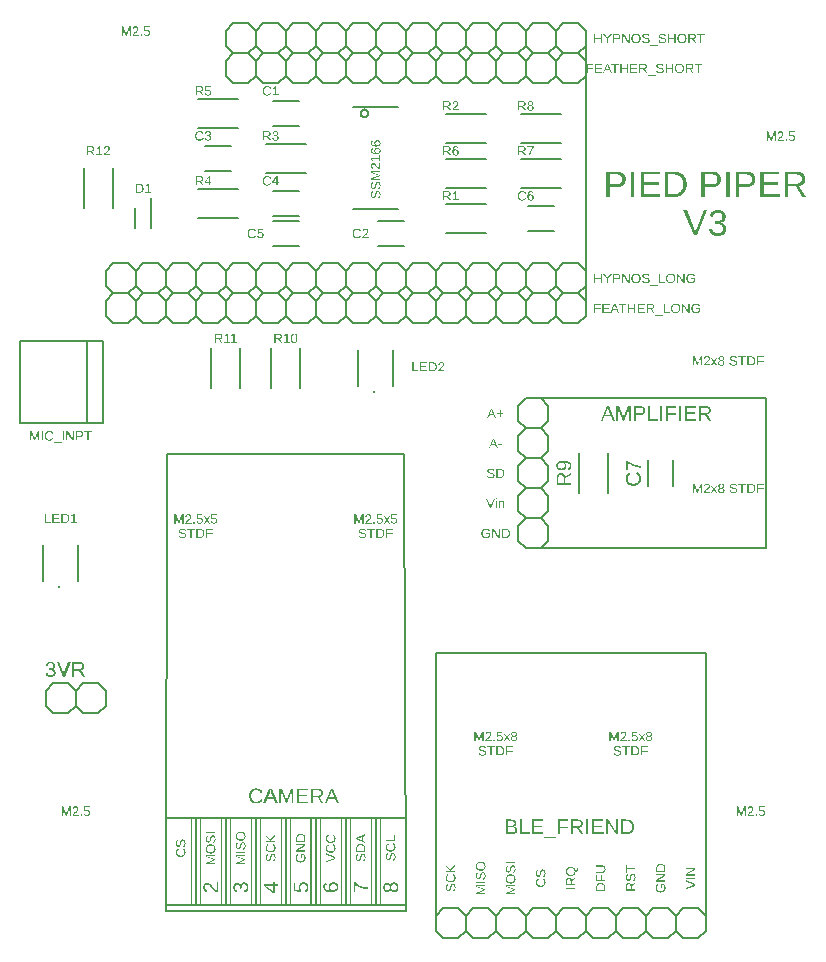
<source format=gbr>
G04 EAGLE Gerber RS-274X export*
G75*
%MOMM*%
%FSLAX34Y34*%
%LPD*%
%INSilkscreen Top*%
%IPPOS*%
%AMOC8*
5,1,8,0,0,1.08239X$1,22.5*%
G01*
G04 Define Apertures*
%ADD10C,0.152400*%
%ADD11C,0.127000*%
%ADD12C,0.203200*%
%ADD13C,0.050800*%
%ADD14C,0.100000*%
%ADD15C,0.200000*%
G36*
X168961Y351544D02*
X169234Y351566D01*
X169498Y351605D01*
X169755Y351658D01*
X170002Y351726D01*
X170242Y351810D01*
X170473Y351909D01*
X170695Y352023D01*
X170908Y352152D01*
X171107Y352294D01*
X171295Y352449D01*
X171470Y352617D01*
X171632Y352800D01*
X171782Y352995D01*
X171920Y353204D01*
X172045Y353426D01*
X172157Y353660D01*
X172253Y353903D01*
X172335Y354156D01*
X172402Y354418D01*
X172454Y354690D01*
X172491Y354971D01*
X172514Y355262D01*
X172521Y355562D01*
X172504Y356013D01*
X172453Y356436D01*
X172368Y356833D01*
X172249Y357204D01*
X172096Y357548D01*
X171908Y357866D01*
X171687Y358157D01*
X171432Y358421D01*
X171145Y358657D01*
X170830Y358861D01*
X170486Y359034D01*
X170114Y359175D01*
X169713Y359285D01*
X169283Y359364D01*
X168825Y359411D01*
X168338Y359426D01*
X165728Y359426D01*
X165728Y351536D01*
X168679Y351536D01*
X168961Y351544D01*
G37*
%LPC*%
G36*
X166798Y352393D02*
X166798Y358570D01*
X168315Y358570D01*
X168685Y358558D01*
X169032Y358521D01*
X169357Y358461D01*
X169659Y358377D01*
X169938Y358269D01*
X170196Y358136D01*
X170430Y357980D01*
X170642Y357800D01*
X170831Y357596D01*
X170994Y357371D01*
X171132Y357124D01*
X171245Y356855D01*
X171333Y356565D01*
X171396Y356252D01*
X171433Y355918D01*
X171446Y355562D01*
X171424Y355091D01*
X171358Y354652D01*
X171247Y354246D01*
X171093Y353871D01*
X170898Y353534D01*
X170664Y353238D01*
X170392Y352985D01*
X170082Y352774D01*
X169740Y352607D01*
X169372Y352488D01*
X168977Y352417D01*
X168556Y352393D01*
X166798Y352393D01*
G37*
%LPD*%
G36*
X148180Y368992D02*
X148158Y370050D01*
X148141Y370672D01*
X148326Y370056D01*
X148639Y369104D01*
X150706Y363728D01*
X151456Y363728D01*
X153495Y369104D01*
X153727Y369779D01*
X153987Y370672D01*
X153950Y369849D01*
X153937Y368992D01*
X153937Y363728D01*
X154900Y363728D01*
X154900Y371618D01*
X153528Y371618D01*
X151467Y366147D01*
X151274Y365573D01*
X151156Y365175D01*
X151087Y364893D01*
X150949Y365439D01*
X150734Y366147D01*
X148634Y371618D01*
X147228Y371618D01*
X147228Y363728D01*
X148180Y363728D01*
X148180Y368992D01*
G37*
G36*
X154372Y351433D02*
X154727Y351461D01*
X155061Y351508D01*
X155372Y351574D01*
X155662Y351658D01*
X155930Y351761D01*
X156176Y351883D01*
X156400Y352023D01*
X156601Y352181D01*
X156774Y352354D01*
X156921Y352542D01*
X157041Y352746D01*
X157134Y352965D01*
X157201Y353199D01*
X157241Y353449D01*
X157254Y353714D01*
X157247Y353923D01*
X157224Y354118D01*
X157187Y354298D01*
X157134Y354465D01*
X156991Y354763D01*
X156801Y355019D01*
X156569Y355236D01*
X156300Y355417D01*
X156001Y355569D01*
X155681Y355700D01*
X155343Y355812D01*
X154989Y355907D01*
X154264Y356078D01*
X153358Y356299D01*
X153041Y356396D01*
X152814Y356484D01*
X152642Y356571D01*
X152492Y356667D01*
X152364Y356772D01*
X152256Y356887D01*
X152172Y357014D01*
X152112Y357156D01*
X152075Y357315D01*
X152063Y357489D01*
X152071Y357639D01*
X152094Y357780D01*
X152133Y357912D01*
X152188Y358033D01*
X152258Y358145D01*
X152344Y358248D01*
X152445Y358341D01*
X152562Y358424D01*
X152839Y358561D01*
X153172Y358659D01*
X153561Y358718D01*
X154006Y358738D01*
X154414Y358720D01*
X154775Y358667D01*
X155089Y358578D01*
X155356Y358455D01*
X155580Y358292D01*
X155765Y358086D01*
X155910Y357837D01*
X156017Y357545D01*
X157070Y357730D01*
X156992Y357968D01*
X156900Y358189D01*
X156796Y358391D01*
X156678Y358576D01*
X156546Y358742D01*
X156402Y358890D01*
X156244Y359020D01*
X156073Y359132D01*
X155885Y359229D01*
X155678Y359312D01*
X155450Y359383D01*
X155203Y359441D01*
X154937Y359486D01*
X154650Y359518D01*
X154344Y359538D01*
X154018Y359544D01*
X153667Y359535D01*
X153337Y359510D01*
X153028Y359467D01*
X152740Y359407D01*
X152473Y359330D01*
X152227Y359235D01*
X152002Y359124D01*
X151797Y358995D01*
X151615Y358851D01*
X151458Y358692D01*
X151325Y358518D01*
X151216Y358330D01*
X151131Y358128D01*
X151070Y357911D01*
X151034Y357679D01*
X151022Y357433D01*
X151031Y357218D01*
X151059Y357016D01*
X151105Y356826D01*
X151170Y356649D01*
X151252Y356483D01*
X151351Y356329D01*
X151467Y356185D01*
X151598Y356052D01*
X151751Y355928D01*
X151930Y355809D01*
X152133Y355697D01*
X152363Y355590D01*
X152633Y355487D01*
X152960Y355383D01*
X153782Y355176D01*
X154762Y354946D01*
X155174Y354827D01*
X155524Y354683D01*
X155675Y354600D01*
X155808Y354505D01*
X155922Y354401D01*
X156020Y354286D01*
X156097Y354156D01*
X156152Y354008D01*
X156185Y353842D01*
X156196Y353658D01*
X156187Y353491D01*
X156161Y353335D01*
X156117Y353189D01*
X156055Y353053D01*
X155976Y352928D01*
X155879Y352813D01*
X155765Y352708D01*
X155633Y352614D01*
X155485Y352531D01*
X155322Y352458D01*
X155145Y352397D01*
X154952Y352347D01*
X154523Y352281D01*
X154034Y352258D01*
X153559Y352279D01*
X153137Y352342D01*
X152767Y352446D01*
X152450Y352592D01*
X152310Y352681D01*
X152184Y352782D01*
X152070Y352895D01*
X151968Y353019D01*
X151879Y353156D01*
X151803Y353304D01*
X151739Y353464D01*
X151688Y353636D01*
X150652Y353429D01*
X150719Y353186D01*
X150805Y352959D01*
X150909Y352747D01*
X151033Y352552D01*
X151176Y352372D01*
X151337Y352207D01*
X151518Y352058D01*
X151717Y351925D01*
X151936Y351808D01*
X152173Y351706D01*
X152430Y351620D01*
X152705Y351549D01*
X152999Y351495D01*
X153312Y351455D01*
X153644Y351432D01*
X153995Y351424D01*
X154372Y351433D01*
G37*
G36*
X168829Y363627D02*
X169131Y363661D01*
X169416Y363717D01*
X169682Y363795D01*
X169930Y363896D01*
X170160Y364019D01*
X170373Y364165D01*
X170567Y364333D01*
X170741Y364520D01*
X170892Y364724D01*
X171019Y364945D01*
X171124Y365183D01*
X171205Y365437D01*
X171263Y365707D01*
X171298Y365995D01*
X171309Y366298D01*
X171298Y366566D01*
X171266Y366821D01*
X171212Y367063D01*
X171136Y367292D01*
X171039Y367509D01*
X170920Y367712D01*
X170780Y367902D01*
X170618Y368079D01*
X170437Y368239D01*
X170242Y368378D01*
X170032Y368496D01*
X169808Y368592D01*
X169568Y368666D01*
X169314Y368720D01*
X169045Y368752D01*
X168761Y368762D01*
X168523Y368755D01*
X168294Y368731D01*
X168075Y368692D01*
X167867Y368636D01*
X167668Y368566D01*
X167479Y368479D01*
X167300Y368377D01*
X167132Y368258D01*
X167283Y370762D01*
X170850Y370762D01*
X170850Y371618D01*
X166364Y371618D01*
X166101Y367374D01*
X167087Y367374D01*
X167263Y367516D01*
X167440Y367637D01*
X167616Y367735D01*
X167792Y367810D01*
X167972Y367867D01*
X168159Y367907D01*
X168353Y367931D01*
X168554Y367939D01*
X168745Y367932D01*
X168926Y367910D01*
X169097Y367875D01*
X169258Y367824D01*
X169408Y367760D01*
X169549Y367681D01*
X169680Y367588D01*
X169800Y367480D01*
X169908Y367361D01*
X170002Y367233D01*
X170082Y367095D01*
X170147Y366949D01*
X170197Y366794D01*
X170233Y366631D01*
X170255Y366458D01*
X170262Y366276D01*
X170255Y366068D01*
X170233Y365871D01*
X170198Y365685D01*
X170147Y365511D01*
X170083Y365348D01*
X170004Y365197D01*
X169911Y365057D01*
X169803Y364929D01*
X169683Y364814D01*
X169551Y364715D01*
X169409Y364631D01*
X169255Y364562D01*
X169091Y364508D01*
X168916Y364470D01*
X168729Y364447D01*
X168532Y364439D01*
X168217Y364457D01*
X167934Y364512D01*
X167681Y364604D01*
X167461Y364732D01*
X167271Y364896D01*
X167113Y365098D01*
X166986Y365335D01*
X166891Y365610D01*
X165872Y365492D01*
X165924Y365271D01*
X165992Y365063D01*
X166076Y364868D01*
X166175Y364687D01*
X166290Y364519D01*
X166421Y364365D01*
X166567Y364225D01*
X166728Y364098D01*
X166905Y363985D01*
X167094Y363887D01*
X167297Y363804D01*
X167512Y363736D01*
X167742Y363684D01*
X167984Y363646D01*
X168240Y363624D01*
X168509Y363616D01*
X168829Y363627D01*
G37*
G36*
X180954Y363627D02*
X181256Y363661D01*
X181541Y363717D01*
X181807Y363795D01*
X182055Y363896D01*
X182285Y364019D01*
X182498Y364165D01*
X182692Y364333D01*
X182866Y364520D01*
X183017Y364724D01*
X183144Y364945D01*
X183249Y365183D01*
X183330Y365437D01*
X183388Y365707D01*
X183423Y365995D01*
X183434Y366298D01*
X183423Y366566D01*
X183391Y366821D01*
X183337Y367063D01*
X183261Y367292D01*
X183164Y367509D01*
X183045Y367712D01*
X182905Y367902D01*
X182743Y368079D01*
X182562Y368239D01*
X182367Y368378D01*
X182157Y368496D01*
X181933Y368592D01*
X181693Y368666D01*
X181439Y368720D01*
X181170Y368752D01*
X180886Y368762D01*
X180648Y368755D01*
X180419Y368731D01*
X180200Y368692D01*
X179992Y368636D01*
X179793Y368566D01*
X179604Y368479D01*
X179425Y368377D01*
X179257Y368258D01*
X179408Y370762D01*
X182975Y370762D01*
X182975Y371618D01*
X178489Y371618D01*
X178226Y367374D01*
X179212Y367374D01*
X179388Y367516D01*
X179565Y367637D01*
X179741Y367735D01*
X179917Y367810D01*
X180097Y367867D01*
X180284Y367907D01*
X180478Y367931D01*
X180679Y367939D01*
X180870Y367932D01*
X181051Y367910D01*
X181222Y367875D01*
X181383Y367824D01*
X181533Y367760D01*
X181674Y367681D01*
X181805Y367588D01*
X181925Y367480D01*
X182033Y367361D01*
X182127Y367233D01*
X182207Y367095D01*
X182272Y366949D01*
X182322Y366794D01*
X182358Y366631D01*
X182380Y366458D01*
X182387Y366276D01*
X182380Y366068D01*
X182358Y365871D01*
X182323Y365685D01*
X182272Y365511D01*
X182208Y365348D01*
X182129Y365197D01*
X182036Y365057D01*
X181928Y364929D01*
X181808Y364814D01*
X181676Y364715D01*
X181534Y364631D01*
X181380Y364562D01*
X181216Y364508D01*
X181041Y364470D01*
X180854Y364447D01*
X180657Y364439D01*
X180342Y364457D01*
X180059Y364512D01*
X179806Y364604D01*
X179586Y364732D01*
X179396Y364896D01*
X179238Y365098D01*
X179111Y365335D01*
X179016Y365610D01*
X177997Y365492D01*
X178049Y365271D01*
X178117Y365063D01*
X178201Y364868D01*
X178300Y364687D01*
X178415Y364519D01*
X178546Y364365D01*
X178692Y364225D01*
X178853Y364098D01*
X179030Y363985D01*
X179219Y363887D01*
X179422Y363804D01*
X179637Y363736D01*
X179867Y363684D01*
X180109Y363646D01*
X180365Y363624D01*
X180634Y363616D01*
X180954Y363627D01*
G37*
G36*
X175079Y354734D02*
X179481Y354734D01*
X179481Y355618D01*
X175079Y355618D01*
X175079Y358553D01*
X179615Y358553D01*
X179615Y359426D01*
X174010Y359426D01*
X174010Y351536D01*
X175079Y351536D01*
X175079Y354734D01*
G37*
G36*
X161652Y364585D02*
X157536Y364585D01*
X157633Y364783D01*
X157757Y364984D01*
X157907Y365190D01*
X158084Y365400D01*
X158531Y365848D01*
X159109Y366349D01*
X160091Y367176D01*
X160440Y367496D01*
X160694Y367754D01*
X160888Y367981D01*
X161057Y368208D01*
X161201Y368435D01*
X161318Y368662D01*
X161410Y368889D01*
X161476Y369117D01*
X161515Y369345D01*
X161528Y369574D01*
X161518Y369826D01*
X161488Y370063D01*
X161438Y370285D01*
X161368Y370492D01*
X161278Y370685D01*
X161168Y370862D01*
X161037Y371025D01*
X160887Y371173D01*
X160718Y371305D01*
X160532Y371419D01*
X160329Y371516D01*
X160108Y371595D01*
X159870Y371657D01*
X159615Y371701D01*
X159343Y371727D01*
X159053Y371736D01*
X158788Y371727D01*
X158535Y371701D01*
X158294Y371657D01*
X158065Y371596D01*
X157849Y371517D01*
X157646Y371421D01*
X157454Y371307D01*
X157275Y371176D01*
X157111Y371030D01*
X156966Y370872D01*
X156838Y370702D01*
X156728Y370519D01*
X156637Y370325D01*
X156564Y370119D01*
X156509Y369900D01*
X156472Y369670D01*
X157502Y369574D01*
X157560Y369873D01*
X157661Y370136D01*
X157805Y370364D01*
X157992Y370557D01*
X158215Y370710D01*
X158466Y370820D01*
X158745Y370885D01*
X159053Y370907D01*
X159373Y370885D01*
X159657Y370818D01*
X159903Y370706D01*
X160112Y370549D01*
X160278Y370351D01*
X160397Y370118D01*
X160469Y369847D01*
X160492Y369541D01*
X160479Y369306D01*
X160437Y369084D01*
X160368Y368875D01*
X160271Y368678D01*
X160152Y368490D01*
X160016Y368306D01*
X159692Y367950D01*
X159311Y367603D01*
X158888Y367256D01*
X158441Y366894D01*
X157989Y366503D01*
X157546Y366073D01*
X157124Y365596D01*
X156926Y365335D01*
X156744Y365056D01*
X156577Y364757D01*
X156427Y364439D01*
X156427Y363728D01*
X161652Y363728D01*
X161652Y364585D01*
G37*
G36*
X161819Y358553D02*
X164530Y358553D01*
X164530Y359426D01*
X158045Y359426D01*
X158045Y358553D01*
X160755Y358553D01*
X160755Y351536D01*
X161819Y351536D01*
X161819Y358553D01*
G37*
G36*
X174643Y366214D02*
X176273Y363728D01*
X177399Y363728D01*
X175215Y366853D01*
X177270Y369787D01*
X176144Y369787D01*
X174643Y367430D01*
X173131Y369787D01*
X172017Y369787D01*
X174072Y366842D01*
X171916Y363728D01*
X173003Y363728D01*
X174643Y366214D01*
G37*
G36*
X164364Y364954D02*
X163272Y364954D01*
X163272Y363728D01*
X164364Y363728D01*
X164364Y364954D01*
G37*
G36*
X321361Y351544D02*
X321634Y351566D01*
X321898Y351605D01*
X322155Y351658D01*
X322402Y351726D01*
X322642Y351810D01*
X322873Y351909D01*
X323095Y352023D01*
X323308Y352152D01*
X323507Y352294D01*
X323695Y352449D01*
X323870Y352617D01*
X324032Y352800D01*
X324182Y352995D01*
X324320Y353204D01*
X324445Y353426D01*
X324557Y353660D01*
X324653Y353903D01*
X324735Y354156D01*
X324802Y354418D01*
X324854Y354690D01*
X324891Y354971D01*
X324914Y355262D01*
X324921Y355562D01*
X324904Y356013D01*
X324853Y356436D01*
X324768Y356833D01*
X324649Y357204D01*
X324496Y357548D01*
X324308Y357866D01*
X324087Y358157D01*
X323832Y358421D01*
X323545Y358657D01*
X323230Y358861D01*
X322886Y359034D01*
X322514Y359175D01*
X322113Y359285D01*
X321683Y359364D01*
X321225Y359411D01*
X320738Y359426D01*
X318128Y359426D01*
X318128Y351536D01*
X321079Y351536D01*
X321361Y351544D01*
G37*
%LPC*%
G36*
X319198Y352393D02*
X319198Y358570D01*
X320715Y358570D01*
X321085Y358558D01*
X321432Y358521D01*
X321757Y358461D01*
X322059Y358377D01*
X322338Y358269D01*
X322596Y358136D01*
X322830Y357980D01*
X323042Y357800D01*
X323231Y357596D01*
X323394Y357371D01*
X323532Y357124D01*
X323645Y356855D01*
X323733Y356565D01*
X323796Y356252D01*
X323833Y355918D01*
X323846Y355562D01*
X323824Y355091D01*
X323758Y354652D01*
X323647Y354246D01*
X323493Y353871D01*
X323298Y353534D01*
X323064Y353238D01*
X322792Y352985D01*
X322482Y352774D01*
X322140Y352607D01*
X321772Y352488D01*
X321377Y352417D01*
X320956Y352393D01*
X319198Y352393D01*
G37*
%LPD*%
G36*
X300580Y368992D02*
X300558Y370050D01*
X300541Y370672D01*
X300726Y370056D01*
X301039Y369104D01*
X303106Y363728D01*
X303856Y363728D01*
X305895Y369104D01*
X306127Y369779D01*
X306387Y370672D01*
X306350Y369849D01*
X306337Y368992D01*
X306337Y363728D01*
X307300Y363728D01*
X307300Y371618D01*
X305928Y371618D01*
X303867Y366147D01*
X303674Y365573D01*
X303556Y365175D01*
X303487Y364893D01*
X303349Y365439D01*
X303134Y366147D01*
X301034Y371618D01*
X299628Y371618D01*
X299628Y363728D01*
X300580Y363728D01*
X300580Y368992D01*
G37*
G36*
X306772Y351433D02*
X307127Y351461D01*
X307461Y351508D01*
X307772Y351574D01*
X308062Y351658D01*
X308330Y351761D01*
X308576Y351883D01*
X308800Y352023D01*
X309001Y352181D01*
X309174Y352354D01*
X309321Y352542D01*
X309441Y352746D01*
X309534Y352965D01*
X309601Y353199D01*
X309641Y353449D01*
X309654Y353714D01*
X309647Y353923D01*
X309624Y354118D01*
X309587Y354298D01*
X309534Y354465D01*
X309391Y354763D01*
X309201Y355019D01*
X308969Y355236D01*
X308700Y355417D01*
X308401Y355569D01*
X308081Y355700D01*
X307743Y355812D01*
X307389Y355907D01*
X306664Y356078D01*
X305758Y356299D01*
X305441Y356396D01*
X305214Y356484D01*
X305042Y356571D01*
X304892Y356667D01*
X304764Y356772D01*
X304656Y356887D01*
X304572Y357014D01*
X304512Y357156D01*
X304475Y357315D01*
X304463Y357489D01*
X304471Y357639D01*
X304494Y357780D01*
X304533Y357912D01*
X304588Y358033D01*
X304658Y358145D01*
X304744Y358248D01*
X304845Y358341D01*
X304962Y358424D01*
X305239Y358561D01*
X305572Y358659D01*
X305961Y358718D01*
X306406Y358738D01*
X306814Y358720D01*
X307175Y358667D01*
X307489Y358578D01*
X307756Y358455D01*
X307980Y358292D01*
X308165Y358086D01*
X308310Y357837D01*
X308417Y357545D01*
X309470Y357730D01*
X309392Y357968D01*
X309300Y358189D01*
X309196Y358391D01*
X309078Y358576D01*
X308946Y358742D01*
X308802Y358890D01*
X308644Y359020D01*
X308473Y359132D01*
X308285Y359229D01*
X308078Y359312D01*
X307850Y359383D01*
X307603Y359441D01*
X307337Y359486D01*
X307050Y359518D01*
X306744Y359538D01*
X306418Y359544D01*
X306067Y359535D01*
X305737Y359510D01*
X305428Y359467D01*
X305140Y359407D01*
X304873Y359330D01*
X304627Y359235D01*
X304402Y359124D01*
X304197Y358995D01*
X304015Y358851D01*
X303858Y358692D01*
X303725Y358518D01*
X303616Y358330D01*
X303531Y358128D01*
X303470Y357911D01*
X303434Y357679D01*
X303422Y357433D01*
X303431Y357218D01*
X303459Y357016D01*
X303505Y356826D01*
X303570Y356649D01*
X303652Y356483D01*
X303751Y356329D01*
X303867Y356185D01*
X303998Y356052D01*
X304151Y355928D01*
X304330Y355809D01*
X304533Y355697D01*
X304763Y355590D01*
X305033Y355487D01*
X305360Y355383D01*
X306182Y355176D01*
X307162Y354946D01*
X307574Y354827D01*
X307924Y354683D01*
X308075Y354600D01*
X308208Y354505D01*
X308322Y354401D01*
X308420Y354286D01*
X308497Y354156D01*
X308552Y354008D01*
X308585Y353842D01*
X308596Y353658D01*
X308587Y353491D01*
X308561Y353335D01*
X308517Y353189D01*
X308455Y353053D01*
X308376Y352928D01*
X308279Y352813D01*
X308165Y352708D01*
X308033Y352614D01*
X307885Y352531D01*
X307722Y352458D01*
X307545Y352397D01*
X307352Y352347D01*
X306923Y352281D01*
X306434Y352258D01*
X305959Y352279D01*
X305537Y352342D01*
X305167Y352446D01*
X304850Y352592D01*
X304710Y352681D01*
X304584Y352782D01*
X304470Y352895D01*
X304368Y353019D01*
X304279Y353156D01*
X304203Y353304D01*
X304139Y353464D01*
X304088Y353636D01*
X303052Y353429D01*
X303119Y353186D01*
X303205Y352959D01*
X303309Y352747D01*
X303433Y352552D01*
X303576Y352372D01*
X303737Y352207D01*
X303918Y352058D01*
X304117Y351925D01*
X304336Y351808D01*
X304573Y351706D01*
X304830Y351620D01*
X305105Y351549D01*
X305399Y351495D01*
X305712Y351455D01*
X306044Y351432D01*
X306395Y351424D01*
X306772Y351433D01*
G37*
G36*
X321229Y363627D02*
X321531Y363661D01*
X321816Y363717D01*
X322082Y363795D01*
X322330Y363896D01*
X322560Y364019D01*
X322773Y364165D01*
X322967Y364333D01*
X323141Y364520D01*
X323292Y364724D01*
X323419Y364945D01*
X323524Y365183D01*
X323605Y365437D01*
X323663Y365707D01*
X323698Y365995D01*
X323709Y366298D01*
X323698Y366566D01*
X323666Y366821D01*
X323612Y367063D01*
X323536Y367292D01*
X323439Y367509D01*
X323320Y367712D01*
X323180Y367902D01*
X323018Y368079D01*
X322837Y368239D01*
X322642Y368378D01*
X322432Y368496D01*
X322208Y368592D01*
X321968Y368666D01*
X321714Y368720D01*
X321445Y368752D01*
X321161Y368762D01*
X320923Y368755D01*
X320694Y368731D01*
X320475Y368692D01*
X320267Y368636D01*
X320068Y368566D01*
X319879Y368479D01*
X319700Y368377D01*
X319532Y368258D01*
X319683Y370762D01*
X323250Y370762D01*
X323250Y371618D01*
X318764Y371618D01*
X318501Y367374D01*
X319487Y367374D01*
X319663Y367516D01*
X319840Y367637D01*
X320016Y367735D01*
X320192Y367810D01*
X320372Y367867D01*
X320559Y367907D01*
X320753Y367931D01*
X320954Y367939D01*
X321145Y367932D01*
X321326Y367910D01*
X321497Y367875D01*
X321658Y367824D01*
X321808Y367760D01*
X321949Y367681D01*
X322080Y367588D01*
X322200Y367480D01*
X322308Y367361D01*
X322402Y367233D01*
X322482Y367095D01*
X322547Y366949D01*
X322597Y366794D01*
X322633Y366631D01*
X322655Y366458D01*
X322662Y366276D01*
X322655Y366068D01*
X322633Y365871D01*
X322598Y365685D01*
X322547Y365511D01*
X322483Y365348D01*
X322404Y365197D01*
X322311Y365057D01*
X322203Y364929D01*
X322083Y364814D01*
X321951Y364715D01*
X321809Y364631D01*
X321655Y364562D01*
X321491Y364508D01*
X321316Y364470D01*
X321129Y364447D01*
X320932Y364439D01*
X320617Y364457D01*
X320334Y364512D01*
X320081Y364604D01*
X319861Y364732D01*
X319671Y364896D01*
X319513Y365098D01*
X319386Y365335D01*
X319291Y365610D01*
X318272Y365492D01*
X318324Y365271D01*
X318392Y365063D01*
X318476Y364868D01*
X318575Y364687D01*
X318690Y364519D01*
X318821Y364365D01*
X318967Y364225D01*
X319128Y364098D01*
X319305Y363985D01*
X319494Y363887D01*
X319697Y363804D01*
X319912Y363736D01*
X320142Y363684D01*
X320384Y363646D01*
X320640Y363624D01*
X320909Y363616D01*
X321229Y363627D01*
G37*
G36*
X333354Y363627D02*
X333656Y363661D01*
X333941Y363717D01*
X334207Y363795D01*
X334455Y363896D01*
X334685Y364019D01*
X334898Y364165D01*
X335092Y364333D01*
X335266Y364520D01*
X335417Y364724D01*
X335544Y364945D01*
X335649Y365183D01*
X335730Y365437D01*
X335788Y365707D01*
X335823Y365995D01*
X335834Y366298D01*
X335823Y366566D01*
X335791Y366821D01*
X335737Y367063D01*
X335661Y367292D01*
X335564Y367509D01*
X335445Y367712D01*
X335305Y367902D01*
X335143Y368079D01*
X334962Y368239D01*
X334767Y368378D01*
X334557Y368496D01*
X334333Y368592D01*
X334093Y368666D01*
X333839Y368720D01*
X333570Y368752D01*
X333286Y368762D01*
X333048Y368755D01*
X332819Y368731D01*
X332600Y368692D01*
X332392Y368636D01*
X332193Y368566D01*
X332004Y368479D01*
X331825Y368377D01*
X331657Y368258D01*
X331808Y370762D01*
X335375Y370762D01*
X335375Y371618D01*
X330889Y371618D01*
X330626Y367374D01*
X331612Y367374D01*
X331788Y367516D01*
X331965Y367637D01*
X332141Y367735D01*
X332317Y367810D01*
X332497Y367867D01*
X332684Y367907D01*
X332878Y367931D01*
X333079Y367939D01*
X333270Y367932D01*
X333451Y367910D01*
X333622Y367875D01*
X333783Y367824D01*
X333933Y367760D01*
X334074Y367681D01*
X334205Y367588D01*
X334325Y367480D01*
X334433Y367361D01*
X334527Y367233D01*
X334607Y367095D01*
X334672Y366949D01*
X334722Y366794D01*
X334758Y366631D01*
X334780Y366458D01*
X334787Y366276D01*
X334780Y366068D01*
X334758Y365871D01*
X334723Y365685D01*
X334672Y365511D01*
X334608Y365348D01*
X334529Y365197D01*
X334436Y365057D01*
X334328Y364929D01*
X334208Y364814D01*
X334076Y364715D01*
X333934Y364631D01*
X333780Y364562D01*
X333616Y364508D01*
X333441Y364470D01*
X333254Y364447D01*
X333057Y364439D01*
X332742Y364457D01*
X332459Y364512D01*
X332206Y364604D01*
X331986Y364732D01*
X331796Y364896D01*
X331638Y365098D01*
X331511Y365335D01*
X331416Y365610D01*
X330397Y365492D01*
X330449Y365271D01*
X330517Y365063D01*
X330601Y364868D01*
X330700Y364687D01*
X330815Y364519D01*
X330946Y364365D01*
X331092Y364225D01*
X331253Y364098D01*
X331430Y363985D01*
X331619Y363887D01*
X331822Y363804D01*
X332037Y363736D01*
X332267Y363684D01*
X332509Y363646D01*
X332765Y363624D01*
X333034Y363616D01*
X333354Y363627D01*
G37*
G36*
X327479Y354734D02*
X331881Y354734D01*
X331881Y355618D01*
X327479Y355618D01*
X327479Y358553D01*
X332015Y358553D01*
X332015Y359426D01*
X326410Y359426D01*
X326410Y351536D01*
X327479Y351536D01*
X327479Y354734D01*
G37*
G36*
X314052Y364585D02*
X309936Y364585D01*
X310033Y364783D01*
X310157Y364984D01*
X310307Y365190D01*
X310484Y365400D01*
X310931Y365848D01*
X311509Y366349D01*
X312491Y367176D01*
X312840Y367496D01*
X313094Y367754D01*
X313288Y367981D01*
X313457Y368208D01*
X313601Y368435D01*
X313718Y368662D01*
X313810Y368889D01*
X313876Y369117D01*
X313915Y369345D01*
X313928Y369574D01*
X313918Y369826D01*
X313888Y370063D01*
X313838Y370285D01*
X313768Y370492D01*
X313678Y370685D01*
X313568Y370862D01*
X313437Y371025D01*
X313287Y371173D01*
X313118Y371305D01*
X312932Y371419D01*
X312729Y371516D01*
X312508Y371595D01*
X312270Y371657D01*
X312015Y371701D01*
X311743Y371727D01*
X311453Y371736D01*
X311188Y371727D01*
X310935Y371701D01*
X310694Y371657D01*
X310465Y371596D01*
X310249Y371517D01*
X310046Y371421D01*
X309854Y371307D01*
X309675Y371176D01*
X309511Y371030D01*
X309366Y370872D01*
X309238Y370702D01*
X309128Y370519D01*
X309037Y370325D01*
X308964Y370119D01*
X308909Y369900D01*
X308872Y369670D01*
X309902Y369574D01*
X309960Y369873D01*
X310061Y370136D01*
X310205Y370364D01*
X310392Y370557D01*
X310615Y370710D01*
X310866Y370820D01*
X311145Y370885D01*
X311453Y370907D01*
X311773Y370885D01*
X312057Y370818D01*
X312303Y370706D01*
X312512Y370549D01*
X312678Y370351D01*
X312797Y370118D01*
X312869Y369847D01*
X312892Y369541D01*
X312879Y369306D01*
X312837Y369084D01*
X312768Y368875D01*
X312671Y368678D01*
X312552Y368490D01*
X312416Y368306D01*
X312092Y367950D01*
X311711Y367603D01*
X311288Y367256D01*
X310841Y366894D01*
X310389Y366503D01*
X309946Y366073D01*
X309524Y365596D01*
X309326Y365335D01*
X309144Y365056D01*
X308977Y364757D01*
X308827Y364439D01*
X308827Y363728D01*
X314052Y363728D01*
X314052Y364585D01*
G37*
G36*
X314219Y358553D02*
X316930Y358553D01*
X316930Y359426D01*
X310445Y359426D01*
X310445Y358553D01*
X313155Y358553D01*
X313155Y351536D01*
X314219Y351536D01*
X314219Y358553D01*
G37*
G36*
X327043Y366214D02*
X328673Y363728D01*
X329799Y363728D01*
X327615Y366853D01*
X329670Y369787D01*
X328544Y369787D01*
X327043Y367430D01*
X325531Y369787D01*
X324417Y369787D01*
X326472Y366842D01*
X324316Y363728D01*
X325403Y363728D01*
X327043Y366214D01*
G37*
G36*
X316764Y364954D02*
X315672Y364954D01*
X315672Y363728D01*
X316764Y363728D01*
X316764Y364954D01*
G37*
G36*
X52643Y121596D02*
X52620Y122654D01*
X52604Y123276D01*
X52788Y122660D01*
X53102Y121708D01*
X55168Y116332D01*
X55919Y116332D01*
X57957Y121708D01*
X58190Y122383D01*
X58450Y123276D01*
X58412Y122453D01*
X58400Y121596D01*
X58400Y116332D01*
X59363Y116332D01*
X59363Y124222D01*
X57991Y124222D01*
X55930Y118751D01*
X55737Y118177D01*
X55618Y117779D01*
X55549Y117497D01*
X55412Y118043D01*
X55196Y118751D01*
X53096Y124222D01*
X51691Y124222D01*
X51691Y116332D01*
X52643Y116332D01*
X52643Y121596D01*
G37*
G36*
X73292Y116231D02*
X73594Y116265D01*
X73878Y116321D01*
X74144Y116399D01*
X74393Y116500D01*
X74623Y116623D01*
X74835Y116769D01*
X75030Y116937D01*
X75204Y117124D01*
X75354Y117328D01*
X75482Y117549D01*
X75586Y117787D01*
X75667Y118041D01*
X75725Y118311D01*
X75760Y118599D01*
X75772Y118902D01*
X75761Y119170D01*
X75729Y119425D01*
X75675Y119667D01*
X75599Y119896D01*
X75502Y120113D01*
X75383Y120316D01*
X75242Y120506D01*
X75080Y120683D01*
X74900Y120843D01*
X74705Y120982D01*
X74495Y121100D01*
X74270Y121196D01*
X74031Y121270D01*
X73777Y121324D01*
X73508Y121356D01*
X73224Y121366D01*
X72985Y121359D01*
X72757Y121335D01*
X72538Y121296D01*
X72329Y121240D01*
X72130Y121170D01*
X71942Y121083D01*
X71763Y120981D01*
X71594Y120862D01*
X71745Y123366D01*
X75313Y123366D01*
X75313Y124222D01*
X70827Y124222D01*
X70564Y119978D01*
X71549Y119978D01*
X71726Y120120D01*
X71902Y120241D01*
X72079Y120339D01*
X72255Y120414D01*
X72435Y120471D01*
X72622Y120511D01*
X72816Y120535D01*
X73017Y120543D01*
X73208Y120536D01*
X73388Y120514D01*
X73559Y120479D01*
X73720Y120428D01*
X73871Y120364D01*
X74011Y120285D01*
X74142Y120192D01*
X74263Y120084D01*
X74371Y119965D01*
X74465Y119837D01*
X74544Y119699D01*
X74609Y119553D01*
X74660Y119398D01*
X74696Y119235D01*
X74717Y119062D01*
X74725Y118880D01*
X74717Y118672D01*
X74696Y118475D01*
X74660Y118289D01*
X74610Y118115D01*
X74545Y117952D01*
X74466Y117801D01*
X74373Y117661D01*
X74265Y117533D01*
X74145Y117418D01*
X74014Y117319D01*
X73871Y117235D01*
X73718Y117166D01*
X73554Y117112D01*
X73378Y117074D01*
X73192Y117051D01*
X72994Y117043D01*
X72679Y117061D01*
X72396Y117116D01*
X72144Y117208D01*
X71923Y117336D01*
X71734Y117500D01*
X71576Y117702D01*
X71449Y117939D01*
X71353Y118214D01*
X70334Y118096D01*
X70387Y117875D01*
X70455Y117667D01*
X70539Y117472D01*
X70638Y117291D01*
X70753Y117123D01*
X70883Y116969D01*
X71029Y116829D01*
X71191Y116702D01*
X71367Y116589D01*
X71556Y116491D01*
X71759Y116408D01*
X71975Y116340D01*
X72204Y116288D01*
X72447Y116250D01*
X72703Y116228D01*
X72972Y116220D01*
X73292Y116231D01*
G37*
G36*
X66114Y117189D02*
X61998Y117189D01*
X62095Y117387D01*
X62219Y117588D01*
X62370Y117794D01*
X62547Y118004D01*
X62993Y118452D01*
X63572Y118953D01*
X64553Y119780D01*
X64902Y120100D01*
X65156Y120358D01*
X65351Y120585D01*
X65520Y120812D01*
X65663Y121039D01*
X65781Y121266D01*
X65873Y121493D01*
X65938Y121721D01*
X65978Y121949D01*
X65991Y122178D01*
X65981Y122430D01*
X65951Y122667D01*
X65901Y122889D01*
X65831Y123096D01*
X65740Y123289D01*
X65630Y123466D01*
X65500Y123629D01*
X65350Y123777D01*
X65181Y123909D01*
X64995Y124023D01*
X64791Y124120D01*
X64571Y124199D01*
X64333Y124261D01*
X64078Y124305D01*
X63805Y124331D01*
X63516Y124340D01*
X63250Y124331D01*
X62997Y124305D01*
X62756Y124261D01*
X62528Y124200D01*
X62312Y124121D01*
X62108Y124025D01*
X61917Y123911D01*
X61738Y123780D01*
X61574Y123634D01*
X61428Y123476D01*
X61301Y123306D01*
X61191Y123123D01*
X61100Y122929D01*
X61026Y122723D01*
X60971Y122504D01*
X60934Y122274D01*
X61964Y122178D01*
X62022Y122477D01*
X62123Y122740D01*
X62267Y122968D01*
X62454Y123161D01*
X62677Y123314D01*
X62928Y123424D01*
X63208Y123489D01*
X63516Y123511D01*
X63836Y123489D01*
X64119Y123422D01*
X64365Y123310D01*
X64574Y123153D01*
X64741Y122955D01*
X64860Y122722D01*
X64931Y122451D01*
X64955Y122145D01*
X64941Y121910D01*
X64900Y121688D01*
X64830Y121479D01*
X64734Y121282D01*
X64615Y121094D01*
X64478Y120910D01*
X64154Y120554D01*
X63774Y120207D01*
X63350Y119860D01*
X62903Y119498D01*
X62452Y119107D01*
X62009Y118677D01*
X61586Y118200D01*
X61389Y117939D01*
X61206Y117660D01*
X61040Y117361D01*
X60889Y117043D01*
X60889Y116332D01*
X66114Y116332D01*
X66114Y117189D01*
G37*
G36*
X68827Y117558D02*
X67735Y117558D01*
X67735Y116332D01*
X68827Y116332D01*
X68827Y117558D01*
G37*
G36*
X624143Y121596D02*
X624120Y122654D01*
X624104Y123276D01*
X624288Y122660D01*
X624602Y121708D01*
X626668Y116332D01*
X627419Y116332D01*
X629457Y121708D01*
X629690Y122383D01*
X629950Y123276D01*
X629912Y122453D01*
X629900Y121596D01*
X629900Y116332D01*
X630863Y116332D01*
X630863Y124222D01*
X629491Y124222D01*
X627430Y118751D01*
X627237Y118177D01*
X627118Y117779D01*
X627049Y117497D01*
X626912Y118043D01*
X626696Y118751D01*
X624596Y124222D01*
X623191Y124222D01*
X623191Y116332D01*
X624143Y116332D01*
X624143Y121596D01*
G37*
G36*
X644792Y116231D02*
X645094Y116265D01*
X645378Y116321D01*
X645644Y116399D01*
X645893Y116500D01*
X646123Y116623D01*
X646335Y116769D01*
X646530Y116937D01*
X646704Y117124D01*
X646854Y117328D01*
X646982Y117549D01*
X647086Y117787D01*
X647167Y118041D01*
X647225Y118311D01*
X647260Y118599D01*
X647272Y118902D01*
X647261Y119170D01*
X647229Y119425D01*
X647175Y119667D01*
X647099Y119896D01*
X647002Y120113D01*
X646883Y120316D01*
X646742Y120506D01*
X646580Y120683D01*
X646400Y120843D01*
X646205Y120982D01*
X645995Y121100D01*
X645770Y121196D01*
X645531Y121270D01*
X645277Y121324D01*
X645008Y121356D01*
X644724Y121366D01*
X644485Y121359D01*
X644257Y121335D01*
X644038Y121296D01*
X643829Y121240D01*
X643630Y121170D01*
X643442Y121083D01*
X643263Y120981D01*
X643094Y120862D01*
X643245Y123366D01*
X646813Y123366D01*
X646813Y124222D01*
X642327Y124222D01*
X642064Y119978D01*
X643049Y119978D01*
X643226Y120120D01*
X643402Y120241D01*
X643579Y120339D01*
X643755Y120414D01*
X643935Y120471D01*
X644122Y120511D01*
X644316Y120535D01*
X644517Y120543D01*
X644708Y120536D01*
X644888Y120514D01*
X645059Y120479D01*
X645220Y120428D01*
X645371Y120364D01*
X645511Y120285D01*
X645642Y120192D01*
X645763Y120084D01*
X645871Y119965D01*
X645965Y119837D01*
X646044Y119699D01*
X646109Y119553D01*
X646160Y119398D01*
X646196Y119235D01*
X646217Y119062D01*
X646225Y118880D01*
X646217Y118672D01*
X646196Y118475D01*
X646160Y118289D01*
X646110Y118115D01*
X646045Y117952D01*
X645966Y117801D01*
X645873Y117661D01*
X645765Y117533D01*
X645645Y117418D01*
X645514Y117319D01*
X645371Y117235D01*
X645218Y117166D01*
X645054Y117112D01*
X644878Y117074D01*
X644692Y117051D01*
X644494Y117043D01*
X644179Y117061D01*
X643896Y117116D01*
X643644Y117208D01*
X643423Y117336D01*
X643234Y117500D01*
X643076Y117702D01*
X642949Y117939D01*
X642853Y118214D01*
X641834Y118096D01*
X641887Y117875D01*
X641955Y117667D01*
X642039Y117472D01*
X642138Y117291D01*
X642253Y117123D01*
X642383Y116969D01*
X642529Y116829D01*
X642691Y116702D01*
X642867Y116589D01*
X643056Y116491D01*
X643259Y116408D01*
X643475Y116340D01*
X643704Y116288D01*
X643947Y116250D01*
X644203Y116228D01*
X644472Y116220D01*
X644792Y116231D01*
G37*
G36*
X637614Y117189D02*
X633498Y117189D01*
X633595Y117387D01*
X633719Y117588D01*
X633870Y117794D01*
X634047Y118004D01*
X634493Y118452D01*
X635072Y118953D01*
X636053Y119780D01*
X636402Y120100D01*
X636656Y120358D01*
X636851Y120585D01*
X637020Y120812D01*
X637163Y121039D01*
X637281Y121266D01*
X637373Y121493D01*
X637438Y121721D01*
X637478Y121949D01*
X637491Y122178D01*
X637481Y122430D01*
X637451Y122667D01*
X637401Y122889D01*
X637331Y123096D01*
X637240Y123289D01*
X637130Y123466D01*
X637000Y123629D01*
X636850Y123777D01*
X636681Y123909D01*
X636495Y124023D01*
X636291Y124120D01*
X636071Y124199D01*
X635833Y124261D01*
X635578Y124305D01*
X635305Y124331D01*
X635016Y124340D01*
X634750Y124331D01*
X634497Y124305D01*
X634256Y124261D01*
X634028Y124200D01*
X633812Y124121D01*
X633608Y124025D01*
X633417Y123911D01*
X633238Y123780D01*
X633074Y123634D01*
X632928Y123476D01*
X632801Y123306D01*
X632691Y123123D01*
X632600Y122929D01*
X632526Y122723D01*
X632471Y122504D01*
X632434Y122274D01*
X633464Y122178D01*
X633522Y122477D01*
X633623Y122740D01*
X633767Y122968D01*
X633954Y123161D01*
X634177Y123314D01*
X634428Y123424D01*
X634708Y123489D01*
X635016Y123511D01*
X635336Y123489D01*
X635619Y123422D01*
X635865Y123310D01*
X636074Y123153D01*
X636241Y122955D01*
X636360Y122722D01*
X636431Y122451D01*
X636455Y122145D01*
X636441Y121910D01*
X636400Y121688D01*
X636330Y121479D01*
X636234Y121282D01*
X636115Y121094D01*
X635978Y120910D01*
X635654Y120554D01*
X635274Y120207D01*
X634850Y119860D01*
X634403Y119498D01*
X633952Y119107D01*
X633509Y118677D01*
X633086Y118200D01*
X632889Y117939D01*
X632706Y117660D01*
X632540Y117361D01*
X632389Y117043D01*
X632389Y116332D01*
X637614Y116332D01*
X637614Y117189D01*
G37*
G36*
X640327Y117558D02*
X639235Y117558D01*
X639235Y116332D01*
X640327Y116332D01*
X640327Y117558D01*
G37*
G36*
X649543Y693096D02*
X649520Y694154D01*
X649504Y694776D01*
X649688Y694160D01*
X650002Y693208D01*
X652068Y687832D01*
X652819Y687832D01*
X654857Y693208D01*
X655090Y693883D01*
X655350Y694776D01*
X655312Y693953D01*
X655300Y693096D01*
X655300Y687832D01*
X656263Y687832D01*
X656263Y695722D01*
X654891Y695722D01*
X652830Y690251D01*
X652637Y689677D01*
X652518Y689279D01*
X652449Y688997D01*
X652312Y689543D01*
X652096Y690251D01*
X649996Y695722D01*
X648591Y695722D01*
X648591Y687832D01*
X649543Y687832D01*
X649543Y693096D01*
G37*
G36*
X670192Y687731D02*
X670494Y687765D01*
X670778Y687821D01*
X671044Y687899D01*
X671293Y688000D01*
X671523Y688123D01*
X671735Y688269D01*
X671930Y688437D01*
X672104Y688624D01*
X672254Y688828D01*
X672382Y689049D01*
X672486Y689287D01*
X672567Y689541D01*
X672625Y689811D01*
X672660Y690099D01*
X672672Y690402D01*
X672661Y690670D01*
X672629Y690925D01*
X672575Y691167D01*
X672499Y691396D01*
X672402Y691613D01*
X672283Y691816D01*
X672142Y692006D01*
X671980Y692183D01*
X671800Y692343D01*
X671605Y692482D01*
X671395Y692600D01*
X671170Y692696D01*
X670931Y692770D01*
X670677Y692824D01*
X670408Y692856D01*
X670124Y692866D01*
X669885Y692859D01*
X669657Y692835D01*
X669438Y692796D01*
X669229Y692740D01*
X669030Y692670D01*
X668842Y692583D01*
X668663Y692481D01*
X668494Y692362D01*
X668645Y694866D01*
X672213Y694866D01*
X672213Y695722D01*
X667727Y695722D01*
X667464Y691478D01*
X668449Y691478D01*
X668626Y691620D01*
X668802Y691741D01*
X668979Y691839D01*
X669155Y691914D01*
X669335Y691971D01*
X669522Y692011D01*
X669716Y692035D01*
X669917Y692043D01*
X670108Y692036D01*
X670288Y692014D01*
X670459Y691979D01*
X670620Y691928D01*
X670771Y691864D01*
X670911Y691785D01*
X671042Y691692D01*
X671163Y691584D01*
X671271Y691465D01*
X671365Y691337D01*
X671444Y691199D01*
X671509Y691053D01*
X671560Y690898D01*
X671596Y690735D01*
X671617Y690562D01*
X671625Y690380D01*
X671617Y690172D01*
X671596Y689975D01*
X671560Y689789D01*
X671510Y689615D01*
X671445Y689452D01*
X671366Y689301D01*
X671273Y689161D01*
X671165Y689033D01*
X671045Y688918D01*
X670914Y688819D01*
X670771Y688735D01*
X670618Y688666D01*
X670454Y688612D01*
X670278Y688574D01*
X670092Y688551D01*
X669894Y688543D01*
X669579Y688561D01*
X669296Y688616D01*
X669044Y688708D01*
X668823Y688836D01*
X668634Y689000D01*
X668476Y689202D01*
X668349Y689439D01*
X668253Y689714D01*
X667234Y689596D01*
X667287Y689375D01*
X667355Y689167D01*
X667439Y688972D01*
X667538Y688791D01*
X667653Y688623D01*
X667783Y688469D01*
X667929Y688329D01*
X668091Y688202D01*
X668267Y688089D01*
X668456Y687991D01*
X668659Y687908D01*
X668875Y687840D01*
X669104Y687788D01*
X669347Y687750D01*
X669603Y687728D01*
X669872Y687720D01*
X670192Y687731D01*
G37*
G36*
X663014Y688689D02*
X658898Y688689D01*
X658995Y688887D01*
X659119Y689088D01*
X659270Y689294D01*
X659447Y689504D01*
X659893Y689952D01*
X660472Y690453D01*
X661453Y691280D01*
X661802Y691600D01*
X662056Y691858D01*
X662251Y692085D01*
X662420Y692312D01*
X662563Y692539D01*
X662681Y692766D01*
X662773Y692993D01*
X662838Y693221D01*
X662878Y693449D01*
X662891Y693678D01*
X662881Y693930D01*
X662851Y694167D01*
X662801Y694389D01*
X662731Y694596D01*
X662640Y694789D01*
X662530Y694966D01*
X662400Y695129D01*
X662250Y695277D01*
X662081Y695409D01*
X661895Y695523D01*
X661691Y695620D01*
X661471Y695699D01*
X661233Y695761D01*
X660978Y695805D01*
X660705Y695831D01*
X660416Y695840D01*
X660150Y695831D01*
X659897Y695805D01*
X659656Y695761D01*
X659428Y695700D01*
X659212Y695621D01*
X659008Y695525D01*
X658817Y695411D01*
X658638Y695280D01*
X658474Y695134D01*
X658328Y694976D01*
X658201Y694806D01*
X658091Y694623D01*
X658000Y694429D01*
X657926Y694223D01*
X657871Y694004D01*
X657834Y693774D01*
X658864Y693678D01*
X658922Y693977D01*
X659023Y694240D01*
X659167Y694468D01*
X659354Y694661D01*
X659577Y694814D01*
X659828Y694924D01*
X660108Y694989D01*
X660416Y695011D01*
X660736Y694989D01*
X661019Y694922D01*
X661265Y694810D01*
X661474Y694653D01*
X661641Y694455D01*
X661760Y694222D01*
X661831Y693951D01*
X661855Y693645D01*
X661841Y693410D01*
X661800Y693188D01*
X661730Y692979D01*
X661634Y692782D01*
X661515Y692594D01*
X661378Y692410D01*
X661054Y692054D01*
X660674Y691707D01*
X660250Y691360D01*
X659803Y690998D01*
X659352Y690607D01*
X658909Y690177D01*
X658486Y689700D01*
X658289Y689439D01*
X658106Y689160D01*
X657940Y688861D01*
X657789Y688543D01*
X657789Y687832D01*
X663014Y687832D01*
X663014Y688689D01*
G37*
G36*
X665727Y689058D02*
X664635Y689058D01*
X664635Y687832D01*
X665727Y687832D01*
X665727Y689058D01*
G37*
G36*
X103443Y781996D02*
X103420Y783054D01*
X103404Y783676D01*
X103588Y783060D01*
X103902Y782108D01*
X105968Y776732D01*
X106719Y776732D01*
X108757Y782108D01*
X108990Y782783D01*
X109250Y783676D01*
X109212Y782853D01*
X109200Y781996D01*
X109200Y776732D01*
X110163Y776732D01*
X110163Y784622D01*
X108791Y784622D01*
X106730Y779151D01*
X106537Y778577D01*
X106418Y778179D01*
X106349Y777897D01*
X106212Y778443D01*
X105996Y779151D01*
X103896Y784622D01*
X102491Y784622D01*
X102491Y776732D01*
X103443Y776732D01*
X103443Y781996D01*
G37*
G36*
X124092Y776631D02*
X124394Y776665D01*
X124678Y776721D01*
X124944Y776799D01*
X125193Y776900D01*
X125423Y777023D01*
X125635Y777169D01*
X125830Y777337D01*
X126004Y777524D01*
X126154Y777728D01*
X126282Y777949D01*
X126386Y778187D01*
X126467Y778441D01*
X126525Y778711D01*
X126560Y778999D01*
X126572Y779302D01*
X126561Y779570D01*
X126529Y779825D01*
X126475Y780067D01*
X126399Y780296D01*
X126302Y780513D01*
X126183Y780716D01*
X126042Y780906D01*
X125880Y781083D01*
X125700Y781243D01*
X125505Y781382D01*
X125295Y781500D01*
X125070Y781596D01*
X124831Y781670D01*
X124577Y781724D01*
X124308Y781756D01*
X124024Y781766D01*
X123785Y781759D01*
X123557Y781735D01*
X123338Y781696D01*
X123129Y781640D01*
X122930Y781570D01*
X122742Y781483D01*
X122563Y781381D01*
X122394Y781262D01*
X122545Y783766D01*
X126113Y783766D01*
X126113Y784622D01*
X121627Y784622D01*
X121364Y780378D01*
X122349Y780378D01*
X122526Y780520D01*
X122702Y780641D01*
X122879Y780739D01*
X123055Y780814D01*
X123235Y780871D01*
X123422Y780911D01*
X123616Y780935D01*
X123817Y780943D01*
X124008Y780936D01*
X124188Y780914D01*
X124359Y780879D01*
X124520Y780828D01*
X124671Y780764D01*
X124811Y780685D01*
X124942Y780592D01*
X125063Y780484D01*
X125171Y780365D01*
X125265Y780237D01*
X125344Y780099D01*
X125409Y779953D01*
X125460Y779798D01*
X125496Y779635D01*
X125517Y779462D01*
X125525Y779280D01*
X125517Y779072D01*
X125496Y778875D01*
X125460Y778689D01*
X125410Y778515D01*
X125345Y778352D01*
X125266Y778201D01*
X125173Y778061D01*
X125065Y777933D01*
X124945Y777818D01*
X124814Y777719D01*
X124671Y777635D01*
X124518Y777566D01*
X124354Y777512D01*
X124178Y777474D01*
X123992Y777451D01*
X123794Y777443D01*
X123479Y777461D01*
X123196Y777516D01*
X122944Y777608D01*
X122723Y777736D01*
X122534Y777900D01*
X122376Y778102D01*
X122249Y778339D01*
X122153Y778614D01*
X121134Y778496D01*
X121187Y778275D01*
X121255Y778067D01*
X121339Y777872D01*
X121438Y777691D01*
X121553Y777523D01*
X121683Y777369D01*
X121829Y777229D01*
X121991Y777102D01*
X122167Y776989D01*
X122356Y776891D01*
X122559Y776808D01*
X122775Y776740D01*
X123004Y776688D01*
X123247Y776650D01*
X123503Y776628D01*
X123772Y776620D01*
X124092Y776631D01*
G37*
G36*
X116914Y777589D02*
X112798Y777589D01*
X112895Y777787D01*
X113019Y777988D01*
X113170Y778194D01*
X113347Y778404D01*
X113793Y778852D01*
X114372Y779353D01*
X115353Y780180D01*
X115702Y780500D01*
X115956Y780758D01*
X116151Y780985D01*
X116320Y781212D01*
X116463Y781439D01*
X116581Y781666D01*
X116673Y781893D01*
X116738Y782121D01*
X116778Y782349D01*
X116791Y782578D01*
X116781Y782830D01*
X116751Y783067D01*
X116701Y783289D01*
X116631Y783496D01*
X116540Y783689D01*
X116430Y783866D01*
X116300Y784029D01*
X116150Y784177D01*
X115981Y784309D01*
X115795Y784423D01*
X115591Y784520D01*
X115371Y784599D01*
X115133Y784661D01*
X114878Y784705D01*
X114605Y784731D01*
X114316Y784740D01*
X114050Y784731D01*
X113797Y784705D01*
X113556Y784661D01*
X113328Y784600D01*
X113112Y784521D01*
X112908Y784425D01*
X112717Y784311D01*
X112538Y784180D01*
X112374Y784034D01*
X112228Y783876D01*
X112101Y783706D01*
X111991Y783523D01*
X111900Y783329D01*
X111826Y783123D01*
X111771Y782904D01*
X111734Y782674D01*
X112764Y782578D01*
X112822Y782877D01*
X112923Y783140D01*
X113067Y783368D01*
X113254Y783561D01*
X113477Y783714D01*
X113728Y783824D01*
X114008Y783889D01*
X114316Y783911D01*
X114636Y783889D01*
X114919Y783822D01*
X115165Y783710D01*
X115374Y783553D01*
X115541Y783355D01*
X115660Y783122D01*
X115731Y782851D01*
X115755Y782545D01*
X115741Y782310D01*
X115700Y782088D01*
X115630Y781879D01*
X115534Y781682D01*
X115415Y781494D01*
X115278Y781310D01*
X114954Y780954D01*
X114574Y780607D01*
X114150Y780260D01*
X113703Y779898D01*
X113252Y779507D01*
X112809Y779077D01*
X112386Y778600D01*
X112189Y778339D01*
X112006Y778060D01*
X111840Y777761D01*
X111689Y777443D01*
X111689Y776732D01*
X116914Y776732D01*
X116914Y777589D01*
G37*
G36*
X119627Y777958D02*
X118535Y777958D01*
X118535Y776732D01*
X119627Y776732D01*
X119627Y777958D01*
G37*
G36*
X635436Y497594D02*
X635709Y497616D01*
X635973Y497655D01*
X636230Y497708D01*
X636477Y497776D01*
X636717Y497860D01*
X636948Y497959D01*
X637170Y498073D01*
X637383Y498202D01*
X637582Y498344D01*
X637770Y498499D01*
X637945Y498667D01*
X638107Y498850D01*
X638257Y499045D01*
X638395Y499254D01*
X638520Y499476D01*
X638632Y499710D01*
X638728Y499953D01*
X638810Y500206D01*
X638877Y500468D01*
X638929Y500740D01*
X638966Y501021D01*
X638989Y501312D01*
X638996Y501612D01*
X638979Y502063D01*
X638928Y502486D01*
X638843Y502883D01*
X638724Y503254D01*
X638571Y503598D01*
X638383Y503916D01*
X638162Y504207D01*
X637907Y504471D01*
X637620Y504707D01*
X637305Y504911D01*
X636961Y505084D01*
X636589Y505225D01*
X636188Y505335D01*
X635758Y505414D01*
X635300Y505461D01*
X634813Y505476D01*
X632203Y505476D01*
X632203Y497586D01*
X635154Y497586D01*
X635436Y497594D01*
G37*
%LPC*%
G36*
X633273Y498443D02*
X633273Y504620D01*
X634790Y504620D01*
X635160Y504608D01*
X635507Y504571D01*
X635832Y504511D01*
X636134Y504427D01*
X636413Y504319D01*
X636671Y504186D01*
X636905Y504030D01*
X637117Y503850D01*
X637306Y503646D01*
X637469Y503421D01*
X637607Y503174D01*
X637720Y502905D01*
X637808Y502615D01*
X637871Y502302D01*
X637908Y501968D01*
X637921Y501612D01*
X637899Y501141D01*
X637833Y500702D01*
X637722Y500296D01*
X637568Y499921D01*
X637373Y499584D01*
X637139Y499288D01*
X636867Y499035D01*
X636557Y498824D01*
X636215Y498657D01*
X635847Y498538D01*
X635452Y498467D01*
X635031Y498443D01*
X633273Y498443D01*
G37*
%LPD*%
G36*
X610551Y497484D02*
X610848Y497512D01*
X611125Y497560D01*
X611384Y497627D01*
X611623Y497712D01*
X611844Y497817D01*
X612046Y497941D01*
X612229Y498084D01*
X612392Y498245D01*
X612533Y498420D01*
X612652Y498610D01*
X612750Y498815D01*
X612826Y499036D01*
X612880Y499271D01*
X612913Y499521D01*
X612924Y499787D01*
X612917Y499977D01*
X612897Y500160D01*
X612865Y500334D01*
X612819Y500500D01*
X612687Y500808D01*
X612504Y501083D01*
X612483Y501104D01*
X612273Y501318D01*
X612000Y501502D01*
X611847Y501576D01*
X611685Y501638D01*
X611511Y501687D01*
X611328Y501724D01*
X611328Y501747D01*
X611635Y501835D01*
X611909Y501969D01*
X612136Y502142D01*
X612148Y502151D01*
X612353Y502380D01*
X612517Y502642D01*
X612634Y502927D01*
X612704Y503233D01*
X612728Y503561D01*
X612717Y503789D01*
X612686Y504005D01*
X612633Y504208D01*
X612559Y504400D01*
X612464Y504579D01*
X612348Y504747D01*
X612211Y504902D01*
X612053Y505045D01*
X611877Y505174D01*
X611685Y505285D01*
X611478Y505380D01*
X611256Y505457D01*
X611018Y505517D01*
X610765Y505560D01*
X610497Y505585D01*
X610213Y505594D01*
X609936Y505585D01*
X609674Y505559D01*
X609426Y505515D01*
X609192Y505454D01*
X608973Y505375D01*
X608768Y505279D01*
X608578Y505165D01*
X608402Y505034D01*
X608244Y504889D01*
X608107Y504733D01*
X607991Y504566D01*
X607896Y504389D01*
X607822Y504201D01*
X607769Y504002D01*
X607737Y503792D01*
X607727Y503572D01*
X607750Y503244D01*
X607820Y502938D01*
X607936Y502654D01*
X608099Y502391D01*
X608303Y502161D01*
X608540Y501975D01*
X608811Y501833D01*
X609116Y501736D01*
X609116Y501713D01*
X608947Y501679D01*
X608787Y501631D01*
X608489Y501498D01*
X608221Y501312D01*
X607985Y501075D01*
X607791Y500796D01*
X607715Y500645D01*
X607653Y500487D01*
X607604Y500321D01*
X607570Y500147D01*
X607549Y499965D01*
X607542Y499776D01*
X607553Y499508D01*
X607587Y499255D01*
X607643Y499019D01*
X607721Y498798D01*
X607821Y498593D01*
X607944Y498404D01*
X608089Y498231D01*
X608256Y498073D01*
X608443Y497933D01*
X608648Y497811D01*
X608869Y497708D01*
X609108Y497624D01*
X609364Y497558D01*
X609637Y497511D01*
X609928Y497483D01*
X610236Y497474D01*
X610551Y497484D01*
G37*
%LPC*%
G36*
X610046Y498236D02*
X609857Y498255D01*
X609682Y498287D01*
X609519Y498332D01*
X609370Y498389D01*
X609233Y498459D01*
X609110Y498542D01*
X609000Y498637D01*
X608902Y498746D01*
X608818Y498867D01*
X608746Y499000D01*
X608688Y499147D01*
X608642Y499306D01*
X608610Y499478D01*
X608590Y499662D01*
X608584Y499860D01*
X608590Y500030D01*
X608611Y500191D01*
X608644Y500342D01*
X608692Y500485D01*
X608752Y500618D01*
X608826Y500741D01*
X609015Y500960D01*
X609252Y501135D01*
X609386Y501204D01*
X609530Y501260D01*
X609685Y501304D01*
X609851Y501335D01*
X610027Y501354D01*
X610213Y501360D01*
X610586Y501337D01*
X610915Y501267D01*
X611199Y501151D01*
X611440Y500988D01*
X611542Y500889D01*
X611631Y500779D01*
X611706Y500658D01*
X611767Y500525D01*
X611815Y500381D01*
X611849Y500226D01*
X611870Y500060D01*
X611877Y499882D01*
X611870Y499674D01*
X611851Y499480D01*
X611820Y499301D01*
X611776Y499136D01*
X611719Y498987D01*
X611650Y498851D01*
X611568Y498731D01*
X611473Y498625D01*
X611366Y498532D01*
X611245Y498452D01*
X611112Y498384D01*
X610965Y498329D01*
X610805Y498286D01*
X610632Y498255D01*
X610446Y498236D01*
X610247Y498230D01*
X610046Y498236D01*
G37*
G36*
X609894Y502139D02*
X609604Y502205D01*
X609353Y502316D01*
X609141Y502472D01*
X608973Y502670D01*
X608853Y502908D01*
X608781Y503187D01*
X608763Y503341D01*
X608757Y503505D01*
X608781Y503818D01*
X608850Y504089D01*
X608967Y504319D01*
X609130Y504508D01*
X609337Y504655D01*
X609587Y504760D01*
X609879Y504823D01*
X610213Y504844D01*
X610557Y504823D01*
X610855Y504760D01*
X611107Y504655D01*
X611314Y504509D01*
X611474Y504321D01*
X611589Y504091D01*
X611658Y503819D01*
X611681Y503505D01*
X611657Y503164D01*
X611628Y503012D01*
X611587Y502873D01*
X611535Y502747D01*
X611471Y502633D01*
X611395Y502532D01*
X611308Y502444D01*
X611101Y502301D01*
X610851Y502198D01*
X610559Y502137D01*
X610225Y502116D01*
X609894Y502139D01*
G37*
%LPD*%
G36*
X587249Y502850D02*
X587227Y503908D01*
X587210Y504530D01*
X587395Y503914D01*
X587708Y502962D01*
X589775Y497586D01*
X590525Y497586D01*
X592563Y502962D01*
X592796Y503637D01*
X593056Y504530D01*
X593018Y503707D01*
X593006Y502850D01*
X593006Y497586D01*
X593969Y497586D01*
X593969Y505476D01*
X592597Y505476D01*
X590536Y500005D01*
X590343Y499431D01*
X590225Y499033D01*
X590155Y498751D01*
X590018Y499297D01*
X589803Y500005D01*
X587703Y505476D01*
X586297Y505476D01*
X586297Y497586D01*
X587249Y497586D01*
X587249Y502850D01*
G37*
G36*
X620847Y497483D02*
X621202Y497511D01*
X621536Y497558D01*
X621847Y497624D01*
X622137Y497708D01*
X622405Y497811D01*
X622651Y497933D01*
X622875Y498073D01*
X623076Y498231D01*
X623249Y498404D01*
X623396Y498592D01*
X623516Y498796D01*
X623609Y499015D01*
X623676Y499249D01*
X623716Y499499D01*
X623729Y499764D01*
X623722Y499973D01*
X623699Y500168D01*
X623662Y500348D01*
X623609Y500515D01*
X623466Y500813D01*
X623276Y501069D01*
X623044Y501286D01*
X622775Y501467D01*
X622476Y501619D01*
X622156Y501750D01*
X621818Y501862D01*
X621464Y501957D01*
X620739Y502128D01*
X619833Y502349D01*
X619516Y502446D01*
X619289Y502534D01*
X619117Y502621D01*
X618967Y502717D01*
X618839Y502822D01*
X618731Y502937D01*
X618647Y503064D01*
X618587Y503206D01*
X618550Y503365D01*
X618538Y503539D01*
X618546Y503689D01*
X618569Y503830D01*
X618608Y503962D01*
X618663Y504083D01*
X618733Y504195D01*
X618819Y504298D01*
X618920Y504391D01*
X619037Y504474D01*
X619314Y504611D01*
X619647Y504709D01*
X620036Y504768D01*
X620481Y504788D01*
X620889Y504770D01*
X621250Y504717D01*
X621564Y504628D01*
X621831Y504505D01*
X622055Y504342D01*
X622240Y504136D01*
X622385Y503887D01*
X622492Y503595D01*
X623545Y503780D01*
X623467Y504018D01*
X623375Y504239D01*
X623271Y504441D01*
X623153Y504626D01*
X623021Y504792D01*
X622877Y504940D01*
X622719Y505070D01*
X622548Y505182D01*
X622360Y505279D01*
X622153Y505362D01*
X621925Y505433D01*
X621678Y505491D01*
X621412Y505536D01*
X621125Y505568D01*
X620819Y505588D01*
X620493Y505594D01*
X620142Y505585D01*
X619812Y505560D01*
X619503Y505517D01*
X619215Y505457D01*
X618948Y505380D01*
X618702Y505285D01*
X618477Y505174D01*
X618272Y505045D01*
X618090Y504901D01*
X617933Y504742D01*
X617800Y504568D01*
X617691Y504380D01*
X617606Y504178D01*
X617545Y503961D01*
X617509Y503729D01*
X617497Y503483D01*
X617506Y503268D01*
X617534Y503066D01*
X617580Y502876D01*
X617645Y502699D01*
X617727Y502533D01*
X617826Y502379D01*
X617942Y502235D01*
X618073Y502102D01*
X618226Y501978D01*
X618405Y501859D01*
X618608Y501747D01*
X618838Y501640D01*
X619108Y501537D01*
X619435Y501433D01*
X620257Y501226D01*
X621237Y500996D01*
X621649Y500877D01*
X621999Y500733D01*
X622150Y500650D01*
X622283Y500555D01*
X622397Y500451D01*
X622495Y500336D01*
X622572Y500206D01*
X622627Y500058D01*
X622660Y499892D01*
X622671Y499708D01*
X622662Y499541D01*
X622636Y499385D01*
X622592Y499239D01*
X622530Y499103D01*
X622451Y498978D01*
X622354Y498863D01*
X622240Y498758D01*
X622108Y498664D01*
X621960Y498581D01*
X621797Y498508D01*
X621620Y498447D01*
X621427Y498397D01*
X620998Y498331D01*
X620509Y498308D01*
X620034Y498329D01*
X619612Y498392D01*
X619242Y498496D01*
X618925Y498642D01*
X618785Y498731D01*
X618659Y498832D01*
X618545Y498945D01*
X618443Y499069D01*
X618354Y499206D01*
X618278Y499354D01*
X618214Y499514D01*
X618163Y499686D01*
X617127Y499479D01*
X617194Y499236D01*
X617280Y499009D01*
X617384Y498797D01*
X617508Y498602D01*
X617651Y498422D01*
X617812Y498257D01*
X617993Y498108D01*
X618192Y497975D01*
X618411Y497858D01*
X618648Y497756D01*
X618905Y497670D01*
X619180Y497599D01*
X619474Y497545D01*
X619787Y497505D01*
X620119Y497482D01*
X620470Y497474D01*
X620847Y497483D01*
G37*
G36*
X641554Y500784D02*
X645956Y500784D01*
X645956Y501668D01*
X641554Y501668D01*
X641554Y504603D01*
X646090Y504603D01*
X646090Y505476D01*
X640485Y505476D01*
X640485Y497586D01*
X641554Y497586D01*
X641554Y500784D01*
G37*
G36*
X600720Y498443D02*
X596604Y498443D01*
X596702Y498641D01*
X596826Y498842D01*
X596976Y499048D01*
X597153Y499258D01*
X597600Y499706D01*
X598178Y500207D01*
X599159Y501034D01*
X599508Y501354D01*
X599763Y501612D01*
X599957Y501839D01*
X600126Y502066D01*
X600269Y502293D01*
X600387Y502520D01*
X600479Y502747D01*
X600545Y502975D01*
X600584Y503203D01*
X600597Y503432D01*
X600587Y503684D01*
X600557Y503921D01*
X600507Y504143D01*
X600437Y504350D01*
X600347Y504543D01*
X600236Y504720D01*
X600106Y504883D01*
X599956Y505031D01*
X599787Y505163D01*
X599601Y505277D01*
X599397Y505374D01*
X599177Y505453D01*
X598939Y505515D01*
X598684Y505559D01*
X598412Y505585D01*
X598122Y505594D01*
X597857Y505585D01*
X597603Y505559D01*
X597363Y505515D01*
X597134Y505454D01*
X596918Y505375D01*
X596714Y505279D01*
X596523Y505165D01*
X596344Y505034D01*
X596180Y504888D01*
X596034Y504730D01*
X595907Y504560D01*
X595797Y504377D01*
X595706Y504183D01*
X595633Y503977D01*
X595577Y503758D01*
X595540Y503528D01*
X596571Y503432D01*
X596629Y503731D01*
X596730Y503994D01*
X596874Y504222D01*
X597061Y504415D01*
X597284Y504568D01*
X597535Y504678D01*
X597814Y504743D01*
X598122Y504765D01*
X598442Y504743D01*
X598725Y504676D01*
X598971Y504564D01*
X599180Y504407D01*
X599347Y504209D01*
X599466Y503976D01*
X599537Y503705D01*
X599561Y503399D01*
X599547Y503164D01*
X599506Y502942D01*
X599437Y502733D01*
X599340Y502536D01*
X599221Y502348D01*
X599084Y502164D01*
X598760Y501808D01*
X598380Y501461D01*
X597957Y501114D01*
X597509Y500752D01*
X597058Y500361D01*
X596615Y499931D01*
X596193Y499454D01*
X595995Y499193D01*
X595813Y498914D01*
X595646Y498615D01*
X595496Y498297D01*
X595496Y497586D01*
X600720Y497586D01*
X600720Y498443D01*
G37*
G36*
X628294Y504603D02*
X631005Y504603D01*
X631005Y505476D01*
X624520Y505476D01*
X624520Y504603D01*
X627230Y504603D01*
X627230Y497586D01*
X628294Y497586D01*
X628294Y504603D01*
G37*
G36*
X604150Y500072D02*
X605779Y497586D01*
X606905Y497586D01*
X604721Y500711D01*
X606776Y503645D01*
X605651Y503645D01*
X604150Y501288D01*
X602638Y503645D01*
X601523Y503645D01*
X603579Y500700D01*
X601423Y497586D01*
X602509Y497586D01*
X604150Y500072D01*
G37*
G36*
X635436Y389644D02*
X635709Y389666D01*
X635973Y389705D01*
X636230Y389758D01*
X636477Y389826D01*
X636717Y389910D01*
X636948Y390009D01*
X637170Y390123D01*
X637383Y390252D01*
X637582Y390394D01*
X637770Y390549D01*
X637945Y390717D01*
X638107Y390900D01*
X638257Y391095D01*
X638395Y391304D01*
X638520Y391526D01*
X638632Y391760D01*
X638728Y392003D01*
X638810Y392256D01*
X638877Y392518D01*
X638929Y392790D01*
X638966Y393071D01*
X638989Y393362D01*
X638996Y393662D01*
X638979Y394113D01*
X638928Y394536D01*
X638843Y394933D01*
X638724Y395304D01*
X638571Y395648D01*
X638383Y395966D01*
X638162Y396257D01*
X637907Y396521D01*
X637620Y396757D01*
X637305Y396961D01*
X636961Y397134D01*
X636589Y397275D01*
X636188Y397385D01*
X635758Y397464D01*
X635300Y397511D01*
X634813Y397526D01*
X632203Y397526D01*
X632203Y389636D01*
X635154Y389636D01*
X635436Y389644D01*
G37*
%LPC*%
G36*
X633273Y390493D02*
X633273Y396670D01*
X634790Y396670D01*
X635160Y396658D01*
X635507Y396621D01*
X635832Y396561D01*
X636134Y396477D01*
X636413Y396369D01*
X636671Y396236D01*
X636905Y396080D01*
X637117Y395900D01*
X637306Y395696D01*
X637469Y395471D01*
X637607Y395224D01*
X637720Y394955D01*
X637808Y394665D01*
X637871Y394352D01*
X637908Y394018D01*
X637921Y393662D01*
X637899Y393191D01*
X637833Y392752D01*
X637722Y392346D01*
X637568Y391971D01*
X637373Y391634D01*
X637139Y391338D01*
X636867Y391085D01*
X636557Y390874D01*
X636215Y390707D01*
X635847Y390588D01*
X635452Y390517D01*
X635031Y390493D01*
X633273Y390493D01*
G37*
%LPD*%
G36*
X610551Y389534D02*
X610848Y389562D01*
X611125Y389610D01*
X611384Y389677D01*
X611623Y389762D01*
X611844Y389867D01*
X612046Y389991D01*
X612229Y390134D01*
X612392Y390295D01*
X612533Y390470D01*
X612652Y390660D01*
X612750Y390865D01*
X612826Y391086D01*
X612880Y391321D01*
X612913Y391571D01*
X612924Y391837D01*
X612917Y392027D01*
X612897Y392210D01*
X612865Y392384D01*
X612819Y392550D01*
X612687Y392858D01*
X612504Y393133D01*
X612483Y393154D01*
X612273Y393368D01*
X612000Y393552D01*
X611847Y393626D01*
X611685Y393688D01*
X611511Y393737D01*
X611328Y393774D01*
X611328Y393797D01*
X611635Y393885D01*
X611909Y394019D01*
X612136Y394192D01*
X612148Y394201D01*
X612353Y394430D01*
X612517Y394692D01*
X612634Y394977D01*
X612704Y395283D01*
X612728Y395611D01*
X612717Y395839D01*
X612686Y396055D01*
X612633Y396258D01*
X612559Y396450D01*
X612464Y396629D01*
X612348Y396797D01*
X612211Y396952D01*
X612053Y397095D01*
X611877Y397224D01*
X611685Y397335D01*
X611478Y397430D01*
X611256Y397507D01*
X611018Y397567D01*
X610765Y397610D01*
X610497Y397635D01*
X610213Y397644D01*
X609936Y397635D01*
X609674Y397609D01*
X609426Y397565D01*
X609192Y397504D01*
X608973Y397425D01*
X608768Y397329D01*
X608578Y397215D01*
X608402Y397084D01*
X608244Y396939D01*
X608107Y396783D01*
X607991Y396616D01*
X607896Y396439D01*
X607822Y396251D01*
X607769Y396052D01*
X607737Y395842D01*
X607727Y395622D01*
X607750Y395294D01*
X607820Y394988D01*
X607936Y394704D01*
X608099Y394441D01*
X608303Y394211D01*
X608540Y394025D01*
X608811Y393883D01*
X609116Y393786D01*
X609116Y393763D01*
X608947Y393729D01*
X608787Y393681D01*
X608489Y393548D01*
X608221Y393362D01*
X607985Y393125D01*
X607791Y392846D01*
X607715Y392695D01*
X607653Y392537D01*
X607604Y392371D01*
X607570Y392197D01*
X607549Y392015D01*
X607542Y391826D01*
X607553Y391558D01*
X607587Y391305D01*
X607643Y391069D01*
X607721Y390848D01*
X607821Y390643D01*
X607944Y390454D01*
X608089Y390281D01*
X608256Y390123D01*
X608443Y389983D01*
X608648Y389861D01*
X608869Y389758D01*
X609108Y389674D01*
X609364Y389608D01*
X609637Y389561D01*
X609928Y389533D01*
X610236Y389524D01*
X610551Y389534D01*
G37*
%LPC*%
G36*
X610046Y390286D02*
X609857Y390305D01*
X609682Y390337D01*
X609519Y390382D01*
X609370Y390439D01*
X609233Y390509D01*
X609110Y390592D01*
X609000Y390687D01*
X608902Y390796D01*
X608818Y390917D01*
X608746Y391050D01*
X608688Y391197D01*
X608642Y391356D01*
X608610Y391528D01*
X608590Y391712D01*
X608584Y391910D01*
X608590Y392080D01*
X608611Y392241D01*
X608644Y392392D01*
X608692Y392535D01*
X608752Y392668D01*
X608826Y392791D01*
X609015Y393010D01*
X609252Y393185D01*
X609386Y393254D01*
X609530Y393310D01*
X609685Y393354D01*
X609851Y393385D01*
X610027Y393404D01*
X610213Y393410D01*
X610586Y393387D01*
X610915Y393317D01*
X611199Y393201D01*
X611440Y393038D01*
X611542Y392939D01*
X611631Y392829D01*
X611706Y392708D01*
X611767Y392575D01*
X611815Y392431D01*
X611849Y392276D01*
X611870Y392110D01*
X611877Y391932D01*
X611870Y391724D01*
X611851Y391530D01*
X611820Y391351D01*
X611776Y391186D01*
X611719Y391037D01*
X611650Y390901D01*
X611568Y390781D01*
X611473Y390675D01*
X611366Y390582D01*
X611245Y390502D01*
X611112Y390434D01*
X610965Y390379D01*
X610805Y390336D01*
X610632Y390305D01*
X610446Y390286D01*
X610247Y390280D01*
X610046Y390286D01*
G37*
G36*
X609894Y394189D02*
X609604Y394255D01*
X609353Y394366D01*
X609141Y394522D01*
X608973Y394720D01*
X608853Y394958D01*
X608781Y395237D01*
X608763Y395391D01*
X608757Y395555D01*
X608781Y395868D01*
X608850Y396139D01*
X608967Y396369D01*
X609130Y396558D01*
X609337Y396705D01*
X609587Y396810D01*
X609879Y396873D01*
X610213Y396894D01*
X610557Y396873D01*
X610855Y396810D01*
X611107Y396705D01*
X611314Y396559D01*
X611474Y396371D01*
X611589Y396141D01*
X611658Y395869D01*
X611681Y395555D01*
X611657Y395214D01*
X611628Y395062D01*
X611587Y394923D01*
X611535Y394797D01*
X611471Y394683D01*
X611395Y394582D01*
X611308Y394494D01*
X611101Y394351D01*
X610851Y394248D01*
X610559Y394187D01*
X610225Y394166D01*
X609894Y394189D01*
G37*
%LPD*%
G36*
X587249Y394900D02*
X587227Y395958D01*
X587210Y396580D01*
X587395Y395964D01*
X587708Y395012D01*
X589775Y389636D01*
X590525Y389636D01*
X592563Y395012D01*
X592796Y395687D01*
X593056Y396580D01*
X593018Y395757D01*
X593006Y394900D01*
X593006Y389636D01*
X593969Y389636D01*
X593969Y397526D01*
X592597Y397526D01*
X590536Y392055D01*
X590343Y391481D01*
X590225Y391083D01*
X590155Y390801D01*
X590018Y391347D01*
X589803Y392055D01*
X587703Y397526D01*
X586297Y397526D01*
X586297Y389636D01*
X587249Y389636D01*
X587249Y394900D01*
G37*
G36*
X620847Y389533D02*
X621202Y389561D01*
X621536Y389608D01*
X621847Y389674D01*
X622137Y389758D01*
X622405Y389861D01*
X622651Y389983D01*
X622875Y390123D01*
X623076Y390281D01*
X623249Y390454D01*
X623396Y390642D01*
X623516Y390846D01*
X623609Y391065D01*
X623676Y391299D01*
X623716Y391549D01*
X623729Y391814D01*
X623722Y392023D01*
X623699Y392218D01*
X623662Y392398D01*
X623609Y392565D01*
X623466Y392863D01*
X623276Y393119D01*
X623044Y393336D01*
X622775Y393517D01*
X622476Y393669D01*
X622156Y393800D01*
X621818Y393912D01*
X621464Y394007D01*
X620739Y394178D01*
X619833Y394399D01*
X619516Y394496D01*
X619289Y394584D01*
X619117Y394671D01*
X618967Y394767D01*
X618839Y394872D01*
X618731Y394987D01*
X618647Y395114D01*
X618587Y395256D01*
X618550Y395415D01*
X618538Y395589D01*
X618546Y395739D01*
X618569Y395880D01*
X618608Y396012D01*
X618663Y396133D01*
X618733Y396245D01*
X618819Y396348D01*
X618920Y396441D01*
X619037Y396524D01*
X619314Y396661D01*
X619647Y396759D01*
X620036Y396818D01*
X620481Y396838D01*
X620889Y396820D01*
X621250Y396767D01*
X621564Y396678D01*
X621831Y396555D01*
X622055Y396392D01*
X622240Y396186D01*
X622385Y395937D01*
X622492Y395645D01*
X623545Y395830D01*
X623467Y396068D01*
X623375Y396289D01*
X623271Y396491D01*
X623153Y396676D01*
X623021Y396842D01*
X622877Y396990D01*
X622719Y397120D01*
X622548Y397232D01*
X622360Y397329D01*
X622153Y397412D01*
X621925Y397483D01*
X621678Y397541D01*
X621412Y397586D01*
X621125Y397618D01*
X620819Y397638D01*
X620493Y397644D01*
X620142Y397635D01*
X619812Y397610D01*
X619503Y397567D01*
X619215Y397507D01*
X618948Y397430D01*
X618702Y397335D01*
X618477Y397224D01*
X618272Y397095D01*
X618090Y396951D01*
X617933Y396792D01*
X617800Y396618D01*
X617691Y396430D01*
X617606Y396228D01*
X617545Y396011D01*
X617509Y395779D01*
X617497Y395533D01*
X617506Y395318D01*
X617534Y395116D01*
X617580Y394926D01*
X617645Y394749D01*
X617727Y394583D01*
X617826Y394429D01*
X617942Y394285D01*
X618073Y394152D01*
X618226Y394028D01*
X618405Y393909D01*
X618608Y393797D01*
X618838Y393690D01*
X619108Y393587D01*
X619435Y393483D01*
X620257Y393276D01*
X621237Y393046D01*
X621649Y392927D01*
X621999Y392783D01*
X622150Y392700D01*
X622283Y392605D01*
X622397Y392501D01*
X622495Y392386D01*
X622572Y392256D01*
X622627Y392108D01*
X622660Y391942D01*
X622671Y391758D01*
X622662Y391591D01*
X622636Y391435D01*
X622592Y391289D01*
X622530Y391153D01*
X622451Y391028D01*
X622354Y390913D01*
X622240Y390808D01*
X622108Y390714D01*
X621960Y390631D01*
X621797Y390558D01*
X621620Y390497D01*
X621427Y390447D01*
X620998Y390381D01*
X620509Y390358D01*
X620034Y390379D01*
X619612Y390442D01*
X619242Y390546D01*
X618925Y390692D01*
X618785Y390781D01*
X618659Y390882D01*
X618545Y390995D01*
X618443Y391119D01*
X618354Y391256D01*
X618278Y391404D01*
X618214Y391564D01*
X618163Y391736D01*
X617127Y391529D01*
X617194Y391286D01*
X617280Y391059D01*
X617384Y390847D01*
X617508Y390652D01*
X617651Y390472D01*
X617812Y390307D01*
X617993Y390158D01*
X618192Y390025D01*
X618411Y389908D01*
X618648Y389806D01*
X618905Y389720D01*
X619180Y389649D01*
X619474Y389595D01*
X619787Y389555D01*
X620119Y389532D01*
X620470Y389524D01*
X620847Y389533D01*
G37*
G36*
X641554Y392834D02*
X645956Y392834D01*
X645956Y393718D01*
X641554Y393718D01*
X641554Y396653D01*
X646090Y396653D01*
X646090Y397526D01*
X640485Y397526D01*
X640485Y389636D01*
X641554Y389636D01*
X641554Y392834D01*
G37*
G36*
X600720Y390493D02*
X596604Y390493D01*
X596702Y390691D01*
X596826Y390892D01*
X596976Y391098D01*
X597153Y391308D01*
X597600Y391756D01*
X598178Y392257D01*
X599159Y393084D01*
X599508Y393404D01*
X599763Y393662D01*
X599957Y393889D01*
X600126Y394116D01*
X600269Y394343D01*
X600387Y394570D01*
X600479Y394797D01*
X600545Y395025D01*
X600584Y395253D01*
X600597Y395482D01*
X600587Y395734D01*
X600557Y395971D01*
X600507Y396193D01*
X600437Y396400D01*
X600347Y396593D01*
X600236Y396770D01*
X600106Y396933D01*
X599956Y397081D01*
X599787Y397213D01*
X599601Y397327D01*
X599397Y397424D01*
X599177Y397503D01*
X598939Y397565D01*
X598684Y397609D01*
X598412Y397635D01*
X598122Y397644D01*
X597857Y397635D01*
X597603Y397609D01*
X597363Y397565D01*
X597134Y397504D01*
X596918Y397425D01*
X596714Y397329D01*
X596523Y397215D01*
X596344Y397084D01*
X596180Y396938D01*
X596034Y396780D01*
X595907Y396610D01*
X595797Y396427D01*
X595706Y396233D01*
X595633Y396027D01*
X595577Y395808D01*
X595540Y395578D01*
X596571Y395482D01*
X596629Y395781D01*
X596730Y396044D01*
X596874Y396272D01*
X597061Y396465D01*
X597284Y396618D01*
X597535Y396728D01*
X597814Y396793D01*
X598122Y396815D01*
X598442Y396793D01*
X598725Y396726D01*
X598971Y396614D01*
X599180Y396457D01*
X599347Y396259D01*
X599466Y396026D01*
X599537Y395755D01*
X599561Y395449D01*
X599547Y395214D01*
X599506Y394992D01*
X599437Y394783D01*
X599340Y394586D01*
X599221Y394398D01*
X599084Y394214D01*
X598760Y393858D01*
X598380Y393511D01*
X597957Y393164D01*
X597509Y392802D01*
X597058Y392411D01*
X596615Y391981D01*
X596193Y391504D01*
X595995Y391243D01*
X595813Y390964D01*
X595646Y390665D01*
X595496Y390347D01*
X595496Y389636D01*
X600720Y389636D01*
X600720Y390493D01*
G37*
G36*
X628294Y396653D02*
X631005Y396653D01*
X631005Y397526D01*
X624520Y397526D01*
X624520Y396653D01*
X627230Y396653D01*
X627230Y389636D01*
X628294Y389636D01*
X628294Y396653D01*
G37*
G36*
X604150Y392122D02*
X605779Y389636D01*
X606905Y389636D01*
X604721Y392761D01*
X606776Y395695D01*
X605651Y395695D01*
X604150Y393338D01*
X602638Y395695D01*
X601523Y395695D01*
X603579Y392750D01*
X601423Y389636D01*
X602509Y389636D01*
X604150Y392122D01*
G37*
G36*
X422961Y167394D02*
X423234Y167416D01*
X423498Y167455D01*
X423755Y167508D01*
X424002Y167576D01*
X424242Y167660D01*
X424473Y167759D01*
X424695Y167873D01*
X424908Y168002D01*
X425107Y168144D01*
X425295Y168299D01*
X425470Y168467D01*
X425632Y168650D01*
X425782Y168845D01*
X425920Y169054D01*
X426045Y169276D01*
X426157Y169510D01*
X426253Y169753D01*
X426335Y170006D01*
X426402Y170268D01*
X426454Y170540D01*
X426491Y170821D01*
X426514Y171112D01*
X426521Y171412D01*
X426504Y171863D01*
X426453Y172286D01*
X426368Y172683D01*
X426249Y173054D01*
X426096Y173398D01*
X425908Y173716D01*
X425687Y174007D01*
X425432Y174271D01*
X425145Y174507D01*
X424830Y174711D01*
X424486Y174884D01*
X424114Y175025D01*
X423713Y175135D01*
X423283Y175214D01*
X422825Y175261D01*
X422338Y175276D01*
X419728Y175276D01*
X419728Y167386D01*
X422679Y167386D01*
X422961Y167394D01*
G37*
%LPC*%
G36*
X420798Y168243D02*
X420798Y174420D01*
X422315Y174420D01*
X422685Y174408D01*
X423032Y174371D01*
X423357Y174311D01*
X423659Y174227D01*
X423938Y174119D01*
X424196Y173986D01*
X424430Y173830D01*
X424642Y173650D01*
X424831Y173446D01*
X424994Y173221D01*
X425132Y172974D01*
X425245Y172705D01*
X425333Y172415D01*
X425396Y172102D01*
X425433Y171768D01*
X425446Y171412D01*
X425424Y170941D01*
X425358Y170502D01*
X425247Y170096D01*
X425093Y169721D01*
X424898Y169384D01*
X424664Y169088D01*
X424392Y168835D01*
X424082Y168624D01*
X423740Y168457D01*
X423372Y168338D01*
X422977Y168267D01*
X422556Y168243D01*
X420798Y168243D01*
G37*
%LPD*%
G36*
X435045Y179476D02*
X435341Y179504D01*
X435619Y179552D01*
X435877Y179619D01*
X436117Y179704D01*
X436338Y179809D01*
X436540Y179933D01*
X436723Y180076D01*
X436886Y180237D01*
X437027Y180412D01*
X437146Y180602D01*
X437244Y180807D01*
X437320Y181028D01*
X437374Y181263D01*
X437407Y181513D01*
X437417Y181779D01*
X437411Y181969D01*
X437391Y182152D01*
X437358Y182326D01*
X437312Y182492D01*
X437181Y182800D01*
X436997Y183075D01*
X436977Y183096D01*
X436766Y183310D01*
X436493Y183494D01*
X436341Y183568D01*
X436178Y183630D01*
X436005Y183679D01*
X435821Y183716D01*
X435821Y183739D01*
X436129Y183827D01*
X436402Y183961D01*
X436630Y184134D01*
X436642Y184143D01*
X436846Y184372D01*
X437010Y184634D01*
X437128Y184919D01*
X437198Y185225D01*
X437221Y185553D01*
X437211Y185781D01*
X437179Y185997D01*
X437127Y186200D01*
X437053Y186392D01*
X436958Y186571D01*
X436842Y186739D01*
X436705Y186894D01*
X436547Y187037D01*
X436370Y187166D01*
X436179Y187277D01*
X435972Y187372D01*
X435749Y187449D01*
X435512Y187509D01*
X435259Y187552D01*
X434991Y187577D01*
X434707Y187586D01*
X434430Y187577D01*
X434168Y187551D01*
X433919Y187507D01*
X433686Y187446D01*
X433467Y187367D01*
X433262Y187271D01*
X433071Y187157D01*
X432895Y187026D01*
X432737Y186881D01*
X432600Y186725D01*
X432484Y186558D01*
X432389Y186381D01*
X432316Y186193D01*
X432263Y185994D01*
X432231Y185784D01*
X432221Y185564D01*
X432244Y185236D01*
X432314Y184930D01*
X432430Y184646D01*
X432593Y184383D01*
X432796Y184153D01*
X433033Y183967D01*
X433304Y183825D01*
X433609Y183728D01*
X433609Y183705D01*
X433441Y183671D01*
X433280Y183623D01*
X432982Y183490D01*
X432715Y183304D01*
X432478Y183067D01*
X432285Y182788D01*
X432209Y182637D01*
X432146Y182479D01*
X432098Y182313D01*
X432064Y182139D01*
X432043Y181957D01*
X432036Y181768D01*
X432047Y181500D01*
X432081Y181247D01*
X432136Y181011D01*
X432214Y180790D01*
X432315Y180585D01*
X432438Y180396D01*
X432583Y180223D01*
X432750Y180065D01*
X432937Y179925D01*
X433141Y179803D01*
X433363Y179700D01*
X433602Y179616D01*
X433858Y179550D01*
X434131Y179503D01*
X434422Y179475D01*
X434729Y179466D01*
X435045Y179476D01*
G37*
%LPC*%
G36*
X434539Y180228D02*
X434351Y180247D01*
X434175Y180279D01*
X434013Y180324D01*
X433864Y180381D01*
X433727Y180451D01*
X433604Y180534D01*
X433493Y180629D01*
X433396Y180738D01*
X433311Y180859D01*
X433240Y180992D01*
X433181Y181139D01*
X433136Y181298D01*
X433103Y181470D01*
X433084Y181654D01*
X433077Y181852D01*
X433084Y182022D01*
X433104Y182183D01*
X433138Y182334D01*
X433185Y182477D01*
X433246Y182610D01*
X433320Y182733D01*
X433509Y182952D01*
X433745Y183127D01*
X433879Y183196D01*
X434024Y183252D01*
X434179Y183296D01*
X434344Y183327D01*
X434521Y183346D01*
X434707Y183352D01*
X435080Y183329D01*
X435408Y183259D01*
X435693Y183143D01*
X435933Y182980D01*
X436036Y182881D01*
X436125Y182771D01*
X436200Y182650D01*
X436261Y182517D01*
X436309Y182373D01*
X436343Y182218D01*
X436363Y182052D01*
X436370Y181874D01*
X436364Y181666D01*
X436345Y181472D01*
X436314Y181293D01*
X436269Y181128D01*
X436213Y180979D01*
X436143Y180843D01*
X436062Y180723D01*
X435967Y180617D01*
X435860Y180524D01*
X435739Y180444D01*
X435606Y180376D01*
X435459Y180321D01*
X435299Y180278D01*
X435126Y180247D01*
X434940Y180228D01*
X434741Y180222D01*
X434539Y180228D01*
G37*
G36*
X434388Y184131D02*
X434097Y184197D01*
X433846Y184308D01*
X433635Y184464D01*
X433467Y184662D01*
X433347Y184900D01*
X433275Y185179D01*
X433257Y185333D01*
X433251Y185497D01*
X433274Y185810D01*
X433344Y186081D01*
X433461Y186311D01*
X433623Y186500D01*
X433831Y186647D01*
X434081Y186752D01*
X434373Y186815D01*
X434707Y186836D01*
X435051Y186815D01*
X435349Y186752D01*
X435601Y186647D01*
X435807Y186501D01*
X435968Y186313D01*
X436083Y186083D01*
X436151Y185811D01*
X436174Y185497D01*
X436151Y185156D01*
X436122Y185004D01*
X436081Y184865D01*
X436029Y184739D01*
X435965Y184625D01*
X435889Y184524D01*
X435802Y184436D01*
X435595Y184293D01*
X435345Y184190D01*
X435053Y184129D01*
X434718Y184108D01*
X434388Y184131D01*
G37*
%LPD*%
G36*
X402180Y184842D02*
X402158Y185900D01*
X402141Y186522D01*
X402326Y185906D01*
X402639Y184954D01*
X404706Y179578D01*
X405456Y179578D01*
X407495Y184954D01*
X407727Y185629D01*
X407987Y186522D01*
X407950Y185699D01*
X407937Y184842D01*
X407937Y179578D01*
X408900Y179578D01*
X408900Y187468D01*
X407528Y187468D01*
X405467Y181997D01*
X405274Y181423D01*
X405156Y181025D01*
X405087Y180743D01*
X404949Y181289D01*
X404734Y181997D01*
X402634Y187468D01*
X401228Y187468D01*
X401228Y179578D01*
X402180Y179578D01*
X402180Y184842D01*
G37*
G36*
X408372Y167283D02*
X408727Y167311D01*
X409061Y167358D01*
X409372Y167424D01*
X409662Y167508D01*
X409930Y167611D01*
X410176Y167733D01*
X410400Y167873D01*
X410601Y168031D01*
X410774Y168204D01*
X410921Y168392D01*
X411041Y168596D01*
X411134Y168815D01*
X411201Y169049D01*
X411241Y169299D01*
X411254Y169564D01*
X411247Y169773D01*
X411224Y169968D01*
X411187Y170148D01*
X411134Y170315D01*
X410991Y170613D01*
X410801Y170869D01*
X410569Y171086D01*
X410300Y171267D01*
X410001Y171419D01*
X409681Y171550D01*
X409343Y171662D01*
X408989Y171757D01*
X408264Y171928D01*
X407358Y172149D01*
X407041Y172246D01*
X406814Y172334D01*
X406642Y172421D01*
X406492Y172517D01*
X406364Y172622D01*
X406256Y172737D01*
X406172Y172864D01*
X406112Y173006D01*
X406075Y173165D01*
X406063Y173339D01*
X406071Y173489D01*
X406094Y173630D01*
X406133Y173762D01*
X406188Y173883D01*
X406258Y173995D01*
X406344Y174098D01*
X406445Y174191D01*
X406562Y174274D01*
X406839Y174411D01*
X407172Y174509D01*
X407561Y174568D01*
X408006Y174588D01*
X408414Y174570D01*
X408775Y174517D01*
X409089Y174428D01*
X409356Y174305D01*
X409580Y174142D01*
X409765Y173936D01*
X409910Y173687D01*
X410017Y173395D01*
X411070Y173580D01*
X410992Y173818D01*
X410900Y174039D01*
X410796Y174241D01*
X410678Y174426D01*
X410546Y174592D01*
X410402Y174740D01*
X410244Y174870D01*
X410073Y174982D01*
X409885Y175079D01*
X409678Y175162D01*
X409450Y175233D01*
X409203Y175291D01*
X408937Y175336D01*
X408650Y175368D01*
X408344Y175388D01*
X408018Y175394D01*
X407667Y175385D01*
X407337Y175360D01*
X407028Y175317D01*
X406740Y175257D01*
X406473Y175180D01*
X406227Y175085D01*
X406002Y174974D01*
X405797Y174845D01*
X405615Y174701D01*
X405458Y174542D01*
X405325Y174368D01*
X405216Y174180D01*
X405131Y173978D01*
X405070Y173761D01*
X405034Y173529D01*
X405022Y173283D01*
X405031Y173068D01*
X405059Y172866D01*
X405105Y172676D01*
X405170Y172499D01*
X405252Y172333D01*
X405351Y172179D01*
X405467Y172035D01*
X405598Y171902D01*
X405751Y171778D01*
X405930Y171659D01*
X406133Y171547D01*
X406363Y171440D01*
X406633Y171337D01*
X406960Y171233D01*
X407782Y171026D01*
X408762Y170796D01*
X409174Y170677D01*
X409524Y170533D01*
X409675Y170450D01*
X409808Y170355D01*
X409922Y170251D01*
X410020Y170136D01*
X410097Y170006D01*
X410152Y169858D01*
X410185Y169692D01*
X410196Y169508D01*
X410187Y169341D01*
X410161Y169185D01*
X410117Y169039D01*
X410055Y168903D01*
X409976Y168778D01*
X409879Y168663D01*
X409765Y168558D01*
X409633Y168464D01*
X409485Y168381D01*
X409322Y168308D01*
X409145Y168247D01*
X408952Y168197D01*
X408523Y168131D01*
X408034Y168108D01*
X407559Y168129D01*
X407137Y168192D01*
X406767Y168296D01*
X406450Y168442D01*
X406310Y168531D01*
X406184Y168632D01*
X406070Y168745D01*
X405968Y168869D01*
X405879Y169006D01*
X405803Y169154D01*
X405739Y169314D01*
X405688Y169486D01*
X404652Y169279D01*
X404719Y169036D01*
X404805Y168809D01*
X404909Y168597D01*
X405033Y168402D01*
X405176Y168222D01*
X405337Y168057D01*
X405518Y167908D01*
X405717Y167775D01*
X405936Y167658D01*
X406173Y167556D01*
X406430Y167470D01*
X406705Y167399D01*
X406999Y167345D01*
X407312Y167305D01*
X407644Y167282D01*
X407995Y167274D01*
X408372Y167283D01*
G37*
G36*
X422829Y179477D02*
X423131Y179511D01*
X423416Y179567D01*
X423682Y179645D01*
X423930Y179746D01*
X424160Y179869D01*
X424373Y180015D01*
X424567Y180183D01*
X424741Y180370D01*
X424892Y180574D01*
X425019Y180795D01*
X425124Y181033D01*
X425205Y181287D01*
X425263Y181557D01*
X425298Y181845D01*
X425309Y182148D01*
X425298Y182416D01*
X425266Y182671D01*
X425212Y182913D01*
X425136Y183142D01*
X425039Y183359D01*
X424920Y183562D01*
X424780Y183752D01*
X424618Y183929D01*
X424437Y184089D01*
X424242Y184228D01*
X424032Y184346D01*
X423808Y184442D01*
X423568Y184516D01*
X423314Y184570D01*
X423045Y184602D01*
X422761Y184612D01*
X422523Y184605D01*
X422294Y184581D01*
X422075Y184542D01*
X421867Y184486D01*
X421668Y184416D01*
X421479Y184329D01*
X421300Y184227D01*
X421132Y184108D01*
X421283Y186612D01*
X424850Y186612D01*
X424850Y187468D01*
X420364Y187468D01*
X420101Y183224D01*
X421087Y183224D01*
X421263Y183366D01*
X421440Y183487D01*
X421616Y183585D01*
X421792Y183660D01*
X421972Y183717D01*
X422159Y183757D01*
X422353Y183781D01*
X422554Y183789D01*
X422745Y183782D01*
X422926Y183760D01*
X423097Y183725D01*
X423258Y183674D01*
X423408Y183610D01*
X423549Y183531D01*
X423680Y183438D01*
X423800Y183330D01*
X423908Y183211D01*
X424002Y183083D01*
X424082Y182945D01*
X424147Y182799D01*
X424197Y182644D01*
X424233Y182481D01*
X424255Y182308D01*
X424262Y182126D01*
X424255Y181918D01*
X424233Y181721D01*
X424198Y181535D01*
X424147Y181361D01*
X424083Y181198D01*
X424004Y181047D01*
X423911Y180907D01*
X423803Y180779D01*
X423683Y180664D01*
X423551Y180565D01*
X423409Y180481D01*
X423255Y180412D01*
X423091Y180358D01*
X422916Y180320D01*
X422729Y180297D01*
X422532Y180289D01*
X422217Y180307D01*
X421934Y180362D01*
X421681Y180454D01*
X421461Y180582D01*
X421271Y180746D01*
X421113Y180948D01*
X420986Y181185D01*
X420891Y181460D01*
X419872Y181342D01*
X419924Y181121D01*
X419992Y180913D01*
X420076Y180718D01*
X420175Y180537D01*
X420290Y180369D01*
X420421Y180215D01*
X420567Y180075D01*
X420728Y179948D01*
X420905Y179835D01*
X421094Y179737D01*
X421297Y179654D01*
X421512Y179586D01*
X421742Y179534D01*
X421984Y179496D01*
X422240Y179474D01*
X422509Y179466D01*
X422829Y179477D01*
G37*
G36*
X429079Y170584D02*
X433481Y170584D01*
X433481Y171468D01*
X429079Y171468D01*
X429079Y174403D01*
X433615Y174403D01*
X433615Y175276D01*
X428010Y175276D01*
X428010Y167386D01*
X429079Y167386D01*
X429079Y170584D01*
G37*
G36*
X415652Y180435D02*
X411536Y180435D01*
X411633Y180633D01*
X411757Y180834D01*
X411907Y181040D01*
X412084Y181250D01*
X412531Y181698D01*
X413109Y182199D01*
X414091Y183026D01*
X414440Y183346D01*
X414694Y183604D01*
X414888Y183831D01*
X415057Y184058D01*
X415201Y184285D01*
X415318Y184512D01*
X415410Y184739D01*
X415476Y184967D01*
X415515Y185195D01*
X415528Y185424D01*
X415518Y185676D01*
X415488Y185913D01*
X415438Y186135D01*
X415368Y186342D01*
X415278Y186535D01*
X415168Y186712D01*
X415037Y186875D01*
X414887Y187023D01*
X414718Y187155D01*
X414532Y187269D01*
X414329Y187366D01*
X414108Y187445D01*
X413870Y187507D01*
X413615Y187551D01*
X413343Y187577D01*
X413053Y187586D01*
X412788Y187577D01*
X412535Y187551D01*
X412294Y187507D01*
X412065Y187446D01*
X411849Y187367D01*
X411646Y187271D01*
X411454Y187157D01*
X411275Y187026D01*
X411111Y186880D01*
X410966Y186722D01*
X410838Y186552D01*
X410728Y186369D01*
X410637Y186175D01*
X410564Y185969D01*
X410509Y185750D01*
X410472Y185520D01*
X411502Y185424D01*
X411560Y185723D01*
X411661Y185986D01*
X411805Y186214D01*
X411992Y186407D01*
X412215Y186560D01*
X412466Y186670D01*
X412745Y186735D01*
X413053Y186757D01*
X413373Y186735D01*
X413657Y186668D01*
X413903Y186556D01*
X414112Y186399D01*
X414278Y186201D01*
X414397Y185968D01*
X414469Y185697D01*
X414492Y185391D01*
X414479Y185156D01*
X414437Y184934D01*
X414368Y184725D01*
X414271Y184528D01*
X414152Y184340D01*
X414016Y184156D01*
X413692Y183800D01*
X413311Y183453D01*
X412888Y183106D01*
X412441Y182744D01*
X411989Y182353D01*
X411546Y181923D01*
X411124Y181446D01*
X410926Y181185D01*
X410744Y180906D01*
X410577Y180607D01*
X410427Y180289D01*
X410427Y179578D01*
X415652Y179578D01*
X415652Y180435D01*
G37*
G36*
X415819Y174403D02*
X418530Y174403D01*
X418530Y175276D01*
X412045Y175276D01*
X412045Y174403D01*
X414755Y174403D01*
X414755Y167386D01*
X415819Y167386D01*
X415819Y174403D01*
G37*
G36*
X428643Y182064D02*
X430273Y179578D01*
X431399Y179578D01*
X429215Y182703D01*
X431270Y185637D01*
X430144Y185637D01*
X428643Y183280D01*
X427131Y185637D01*
X426017Y185637D01*
X428072Y182692D01*
X425916Y179578D01*
X427003Y179578D01*
X428643Y182064D01*
G37*
G36*
X418364Y180804D02*
X417272Y180804D01*
X417272Y179578D01*
X418364Y179578D01*
X418364Y180804D01*
G37*
G36*
X537261Y167394D02*
X537534Y167416D01*
X537798Y167455D01*
X538055Y167508D01*
X538302Y167576D01*
X538542Y167660D01*
X538773Y167759D01*
X538995Y167873D01*
X539208Y168002D01*
X539407Y168144D01*
X539595Y168299D01*
X539770Y168467D01*
X539932Y168650D01*
X540082Y168845D01*
X540220Y169054D01*
X540345Y169276D01*
X540457Y169510D01*
X540553Y169753D01*
X540635Y170006D01*
X540702Y170268D01*
X540754Y170540D01*
X540791Y170821D01*
X540814Y171112D01*
X540821Y171412D01*
X540804Y171863D01*
X540753Y172286D01*
X540668Y172683D01*
X540549Y173054D01*
X540396Y173398D01*
X540208Y173716D01*
X539987Y174007D01*
X539732Y174271D01*
X539445Y174507D01*
X539130Y174711D01*
X538786Y174884D01*
X538414Y175025D01*
X538013Y175135D01*
X537583Y175214D01*
X537125Y175261D01*
X536638Y175276D01*
X534028Y175276D01*
X534028Y167386D01*
X536979Y167386D01*
X537261Y167394D01*
G37*
%LPC*%
G36*
X535098Y168243D02*
X535098Y174420D01*
X536615Y174420D01*
X536985Y174408D01*
X537332Y174371D01*
X537657Y174311D01*
X537959Y174227D01*
X538238Y174119D01*
X538496Y173986D01*
X538730Y173830D01*
X538942Y173650D01*
X539131Y173446D01*
X539294Y173221D01*
X539432Y172974D01*
X539545Y172705D01*
X539633Y172415D01*
X539696Y172102D01*
X539733Y171768D01*
X539746Y171412D01*
X539724Y170941D01*
X539658Y170502D01*
X539547Y170096D01*
X539393Y169721D01*
X539198Y169384D01*
X538964Y169088D01*
X538692Y168835D01*
X538382Y168624D01*
X538040Y168457D01*
X537672Y168338D01*
X537277Y168267D01*
X536856Y168243D01*
X535098Y168243D01*
G37*
%LPD*%
G36*
X549345Y179476D02*
X549641Y179504D01*
X549919Y179552D01*
X550177Y179619D01*
X550417Y179704D01*
X550638Y179809D01*
X550840Y179933D01*
X551023Y180076D01*
X551186Y180237D01*
X551327Y180412D01*
X551446Y180602D01*
X551544Y180807D01*
X551620Y181028D01*
X551674Y181263D01*
X551707Y181513D01*
X551717Y181779D01*
X551711Y181969D01*
X551691Y182152D01*
X551658Y182326D01*
X551612Y182492D01*
X551481Y182800D01*
X551297Y183075D01*
X551277Y183096D01*
X551066Y183310D01*
X550793Y183494D01*
X550641Y183568D01*
X550478Y183630D01*
X550305Y183679D01*
X550121Y183716D01*
X550121Y183739D01*
X550429Y183827D01*
X550702Y183961D01*
X550930Y184134D01*
X550942Y184143D01*
X551146Y184372D01*
X551310Y184634D01*
X551428Y184919D01*
X551498Y185225D01*
X551521Y185553D01*
X551511Y185781D01*
X551479Y185997D01*
X551427Y186200D01*
X551353Y186392D01*
X551258Y186571D01*
X551142Y186739D01*
X551005Y186894D01*
X550847Y187037D01*
X550670Y187166D01*
X550479Y187277D01*
X550272Y187372D01*
X550049Y187449D01*
X549812Y187509D01*
X549559Y187552D01*
X549291Y187577D01*
X549007Y187586D01*
X548730Y187577D01*
X548468Y187551D01*
X548219Y187507D01*
X547986Y187446D01*
X547767Y187367D01*
X547562Y187271D01*
X547371Y187157D01*
X547195Y187026D01*
X547037Y186881D01*
X546900Y186725D01*
X546784Y186558D01*
X546689Y186381D01*
X546616Y186193D01*
X546563Y185994D01*
X546531Y185784D01*
X546521Y185564D01*
X546544Y185236D01*
X546614Y184930D01*
X546730Y184646D01*
X546893Y184383D01*
X547096Y184153D01*
X547333Y183967D01*
X547604Y183825D01*
X547909Y183728D01*
X547909Y183705D01*
X547741Y183671D01*
X547580Y183623D01*
X547282Y183490D01*
X547015Y183304D01*
X546778Y183067D01*
X546585Y182788D01*
X546509Y182637D01*
X546446Y182479D01*
X546398Y182313D01*
X546364Y182139D01*
X546343Y181957D01*
X546336Y181768D01*
X546347Y181500D01*
X546381Y181247D01*
X546436Y181011D01*
X546514Y180790D01*
X546615Y180585D01*
X546738Y180396D01*
X546883Y180223D01*
X547050Y180065D01*
X547237Y179925D01*
X547441Y179803D01*
X547663Y179700D01*
X547902Y179616D01*
X548158Y179550D01*
X548431Y179503D01*
X548722Y179475D01*
X549029Y179466D01*
X549345Y179476D01*
G37*
%LPC*%
G36*
X548839Y180228D02*
X548651Y180247D01*
X548475Y180279D01*
X548313Y180324D01*
X548164Y180381D01*
X548027Y180451D01*
X547904Y180534D01*
X547793Y180629D01*
X547696Y180738D01*
X547611Y180859D01*
X547540Y180992D01*
X547481Y181139D01*
X547436Y181298D01*
X547403Y181470D01*
X547384Y181654D01*
X547377Y181852D01*
X547384Y182022D01*
X547404Y182183D01*
X547438Y182334D01*
X547485Y182477D01*
X547546Y182610D01*
X547620Y182733D01*
X547809Y182952D01*
X548045Y183127D01*
X548179Y183196D01*
X548324Y183252D01*
X548479Y183296D01*
X548644Y183327D01*
X548821Y183346D01*
X549007Y183352D01*
X549380Y183329D01*
X549708Y183259D01*
X549993Y183143D01*
X550233Y182980D01*
X550336Y182881D01*
X550425Y182771D01*
X550500Y182650D01*
X550561Y182517D01*
X550609Y182373D01*
X550643Y182218D01*
X550663Y182052D01*
X550670Y181874D01*
X550664Y181666D01*
X550645Y181472D01*
X550614Y181293D01*
X550569Y181128D01*
X550513Y180979D01*
X550443Y180843D01*
X550362Y180723D01*
X550267Y180617D01*
X550160Y180524D01*
X550039Y180444D01*
X549906Y180376D01*
X549759Y180321D01*
X549599Y180278D01*
X549426Y180247D01*
X549240Y180228D01*
X549041Y180222D01*
X548839Y180228D01*
G37*
G36*
X548688Y184131D02*
X548397Y184197D01*
X548146Y184308D01*
X547935Y184464D01*
X547767Y184662D01*
X547647Y184900D01*
X547575Y185179D01*
X547557Y185333D01*
X547551Y185497D01*
X547574Y185810D01*
X547644Y186081D01*
X547761Y186311D01*
X547923Y186500D01*
X548131Y186647D01*
X548381Y186752D01*
X548673Y186815D01*
X549007Y186836D01*
X549351Y186815D01*
X549649Y186752D01*
X549901Y186647D01*
X550107Y186501D01*
X550268Y186313D01*
X550383Y186083D01*
X550451Y185811D01*
X550474Y185497D01*
X550451Y185156D01*
X550422Y185004D01*
X550381Y184865D01*
X550329Y184739D01*
X550265Y184625D01*
X550189Y184524D01*
X550102Y184436D01*
X549895Y184293D01*
X549645Y184190D01*
X549353Y184129D01*
X549018Y184108D01*
X548688Y184131D01*
G37*
%LPD*%
G36*
X516480Y184842D02*
X516458Y185900D01*
X516441Y186522D01*
X516626Y185906D01*
X516939Y184954D01*
X519006Y179578D01*
X519756Y179578D01*
X521795Y184954D01*
X522027Y185629D01*
X522287Y186522D01*
X522250Y185699D01*
X522237Y184842D01*
X522237Y179578D01*
X523200Y179578D01*
X523200Y187468D01*
X521828Y187468D01*
X519767Y181997D01*
X519574Y181423D01*
X519456Y181025D01*
X519387Y180743D01*
X519249Y181289D01*
X519034Y181997D01*
X516934Y187468D01*
X515528Y187468D01*
X515528Y179578D01*
X516480Y179578D01*
X516480Y184842D01*
G37*
G36*
X522672Y167283D02*
X523027Y167311D01*
X523361Y167358D01*
X523672Y167424D01*
X523962Y167508D01*
X524230Y167611D01*
X524476Y167733D01*
X524700Y167873D01*
X524901Y168031D01*
X525074Y168204D01*
X525221Y168392D01*
X525341Y168596D01*
X525434Y168815D01*
X525501Y169049D01*
X525541Y169299D01*
X525554Y169564D01*
X525547Y169773D01*
X525524Y169968D01*
X525487Y170148D01*
X525434Y170315D01*
X525291Y170613D01*
X525101Y170869D01*
X524869Y171086D01*
X524600Y171267D01*
X524301Y171419D01*
X523981Y171550D01*
X523643Y171662D01*
X523289Y171757D01*
X522564Y171928D01*
X521658Y172149D01*
X521341Y172246D01*
X521114Y172334D01*
X520942Y172421D01*
X520792Y172517D01*
X520664Y172622D01*
X520556Y172737D01*
X520472Y172864D01*
X520412Y173006D01*
X520375Y173165D01*
X520363Y173339D01*
X520371Y173489D01*
X520394Y173630D01*
X520433Y173762D01*
X520488Y173883D01*
X520558Y173995D01*
X520644Y174098D01*
X520745Y174191D01*
X520862Y174274D01*
X521139Y174411D01*
X521472Y174509D01*
X521861Y174568D01*
X522306Y174588D01*
X522714Y174570D01*
X523075Y174517D01*
X523389Y174428D01*
X523656Y174305D01*
X523880Y174142D01*
X524065Y173936D01*
X524210Y173687D01*
X524317Y173395D01*
X525370Y173580D01*
X525292Y173818D01*
X525200Y174039D01*
X525096Y174241D01*
X524978Y174426D01*
X524846Y174592D01*
X524702Y174740D01*
X524544Y174870D01*
X524373Y174982D01*
X524185Y175079D01*
X523978Y175162D01*
X523750Y175233D01*
X523503Y175291D01*
X523237Y175336D01*
X522950Y175368D01*
X522644Y175388D01*
X522318Y175394D01*
X521967Y175385D01*
X521637Y175360D01*
X521328Y175317D01*
X521040Y175257D01*
X520773Y175180D01*
X520527Y175085D01*
X520302Y174974D01*
X520097Y174845D01*
X519915Y174701D01*
X519758Y174542D01*
X519625Y174368D01*
X519516Y174180D01*
X519431Y173978D01*
X519370Y173761D01*
X519334Y173529D01*
X519322Y173283D01*
X519331Y173068D01*
X519359Y172866D01*
X519405Y172676D01*
X519470Y172499D01*
X519552Y172333D01*
X519651Y172179D01*
X519767Y172035D01*
X519898Y171902D01*
X520051Y171778D01*
X520230Y171659D01*
X520433Y171547D01*
X520663Y171440D01*
X520933Y171337D01*
X521260Y171233D01*
X522082Y171026D01*
X523062Y170796D01*
X523474Y170677D01*
X523824Y170533D01*
X523975Y170450D01*
X524108Y170355D01*
X524222Y170251D01*
X524320Y170136D01*
X524397Y170006D01*
X524452Y169858D01*
X524485Y169692D01*
X524496Y169508D01*
X524487Y169341D01*
X524461Y169185D01*
X524417Y169039D01*
X524355Y168903D01*
X524276Y168778D01*
X524179Y168663D01*
X524065Y168558D01*
X523933Y168464D01*
X523785Y168381D01*
X523622Y168308D01*
X523445Y168247D01*
X523252Y168197D01*
X522823Y168131D01*
X522334Y168108D01*
X521859Y168129D01*
X521437Y168192D01*
X521067Y168296D01*
X520750Y168442D01*
X520610Y168531D01*
X520484Y168632D01*
X520370Y168745D01*
X520268Y168869D01*
X520179Y169006D01*
X520103Y169154D01*
X520039Y169314D01*
X519988Y169486D01*
X518952Y169279D01*
X519019Y169036D01*
X519105Y168809D01*
X519209Y168597D01*
X519333Y168402D01*
X519476Y168222D01*
X519637Y168057D01*
X519818Y167908D01*
X520017Y167775D01*
X520236Y167658D01*
X520473Y167556D01*
X520730Y167470D01*
X521005Y167399D01*
X521299Y167345D01*
X521612Y167305D01*
X521944Y167282D01*
X522295Y167274D01*
X522672Y167283D01*
G37*
G36*
X537129Y179477D02*
X537431Y179511D01*
X537716Y179567D01*
X537982Y179645D01*
X538230Y179746D01*
X538460Y179869D01*
X538673Y180015D01*
X538867Y180183D01*
X539041Y180370D01*
X539192Y180574D01*
X539319Y180795D01*
X539424Y181033D01*
X539505Y181287D01*
X539563Y181557D01*
X539598Y181845D01*
X539609Y182148D01*
X539598Y182416D01*
X539566Y182671D01*
X539512Y182913D01*
X539436Y183142D01*
X539339Y183359D01*
X539220Y183562D01*
X539080Y183752D01*
X538918Y183929D01*
X538737Y184089D01*
X538542Y184228D01*
X538332Y184346D01*
X538108Y184442D01*
X537868Y184516D01*
X537614Y184570D01*
X537345Y184602D01*
X537061Y184612D01*
X536823Y184605D01*
X536594Y184581D01*
X536375Y184542D01*
X536167Y184486D01*
X535968Y184416D01*
X535779Y184329D01*
X535600Y184227D01*
X535432Y184108D01*
X535583Y186612D01*
X539150Y186612D01*
X539150Y187468D01*
X534664Y187468D01*
X534401Y183224D01*
X535387Y183224D01*
X535563Y183366D01*
X535740Y183487D01*
X535916Y183585D01*
X536092Y183660D01*
X536272Y183717D01*
X536459Y183757D01*
X536653Y183781D01*
X536854Y183789D01*
X537045Y183782D01*
X537226Y183760D01*
X537397Y183725D01*
X537558Y183674D01*
X537708Y183610D01*
X537849Y183531D01*
X537980Y183438D01*
X538100Y183330D01*
X538208Y183211D01*
X538302Y183083D01*
X538382Y182945D01*
X538447Y182799D01*
X538497Y182644D01*
X538533Y182481D01*
X538555Y182308D01*
X538562Y182126D01*
X538555Y181918D01*
X538533Y181721D01*
X538498Y181535D01*
X538447Y181361D01*
X538383Y181198D01*
X538304Y181047D01*
X538211Y180907D01*
X538103Y180779D01*
X537983Y180664D01*
X537851Y180565D01*
X537709Y180481D01*
X537555Y180412D01*
X537391Y180358D01*
X537216Y180320D01*
X537029Y180297D01*
X536832Y180289D01*
X536517Y180307D01*
X536234Y180362D01*
X535981Y180454D01*
X535761Y180582D01*
X535571Y180746D01*
X535413Y180948D01*
X535286Y181185D01*
X535191Y181460D01*
X534172Y181342D01*
X534224Y181121D01*
X534292Y180913D01*
X534376Y180718D01*
X534475Y180537D01*
X534590Y180369D01*
X534721Y180215D01*
X534867Y180075D01*
X535028Y179948D01*
X535205Y179835D01*
X535394Y179737D01*
X535597Y179654D01*
X535812Y179586D01*
X536042Y179534D01*
X536284Y179496D01*
X536540Y179474D01*
X536809Y179466D01*
X537129Y179477D01*
G37*
G36*
X543379Y170584D02*
X547781Y170584D01*
X547781Y171468D01*
X543379Y171468D01*
X543379Y174403D01*
X547915Y174403D01*
X547915Y175276D01*
X542310Y175276D01*
X542310Y167386D01*
X543379Y167386D01*
X543379Y170584D01*
G37*
G36*
X529952Y180435D02*
X525836Y180435D01*
X525933Y180633D01*
X526057Y180834D01*
X526207Y181040D01*
X526384Y181250D01*
X526831Y181698D01*
X527409Y182199D01*
X528391Y183026D01*
X528740Y183346D01*
X528994Y183604D01*
X529188Y183831D01*
X529357Y184058D01*
X529501Y184285D01*
X529618Y184512D01*
X529710Y184739D01*
X529776Y184967D01*
X529815Y185195D01*
X529828Y185424D01*
X529818Y185676D01*
X529788Y185913D01*
X529738Y186135D01*
X529668Y186342D01*
X529578Y186535D01*
X529468Y186712D01*
X529337Y186875D01*
X529187Y187023D01*
X529018Y187155D01*
X528832Y187269D01*
X528629Y187366D01*
X528408Y187445D01*
X528170Y187507D01*
X527915Y187551D01*
X527643Y187577D01*
X527353Y187586D01*
X527088Y187577D01*
X526835Y187551D01*
X526594Y187507D01*
X526365Y187446D01*
X526149Y187367D01*
X525946Y187271D01*
X525754Y187157D01*
X525575Y187026D01*
X525411Y186880D01*
X525266Y186722D01*
X525138Y186552D01*
X525028Y186369D01*
X524937Y186175D01*
X524864Y185969D01*
X524809Y185750D01*
X524772Y185520D01*
X525802Y185424D01*
X525860Y185723D01*
X525961Y185986D01*
X526105Y186214D01*
X526292Y186407D01*
X526515Y186560D01*
X526766Y186670D01*
X527045Y186735D01*
X527353Y186757D01*
X527673Y186735D01*
X527957Y186668D01*
X528203Y186556D01*
X528412Y186399D01*
X528578Y186201D01*
X528697Y185968D01*
X528769Y185697D01*
X528792Y185391D01*
X528779Y185156D01*
X528737Y184934D01*
X528668Y184725D01*
X528571Y184528D01*
X528452Y184340D01*
X528316Y184156D01*
X527992Y183800D01*
X527611Y183453D01*
X527188Y183106D01*
X526741Y182744D01*
X526289Y182353D01*
X525846Y181923D01*
X525424Y181446D01*
X525226Y181185D01*
X525044Y180906D01*
X524877Y180607D01*
X524727Y180289D01*
X524727Y179578D01*
X529952Y179578D01*
X529952Y180435D01*
G37*
G36*
X530119Y174403D02*
X532830Y174403D01*
X532830Y175276D01*
X526345Y175276D01*
X526345Y174403D01*
X529055Y174403D01*
X529055Y167386D01*
X530119Y167386D01*
X530119Y174403D01*
G37*
G36*
X542943Y182064D02*
X544573Y179578D01*
X545699Y179578D01*
X543515Y182703D01*
X545570Y185637D01*
X544444Y185637D01*
X542943Y183280D01*
X541431Y185637D01*
X540317Y185637D01*
X542372Y182692D01*
X540216Y179578D01*
X541303Y179578D01*
X542943Y182064D01*
G37*
G36*
X532664Y180804D02*
X531572Y180804D01*
X531572Y179578D01*
X532664Y179578D01*
X532664Y180804D01*
G37*
G36*
X154814Y89800D02*
X155041Y89886D01*
X155253Y89991D01*
X155448Y90114D01*
X155628Y90257D01*
X155793Y90419D01*
X155942Y90599D01*
X156075Y90799D01*
X156192Y91017D01*
X156294Y91254D01*
X156380Y91511D01*
X156451Y91786D01*
X156506Y92080D01*
X156545Y92393D01*
X156568Y92725D01*
X156576Y93076D01*
X156567Y93453D01*
X156539Y93809D01*
X156492Y94142D01*
X156426Y94453D01*
X156342Y94743D01*
X156239Y95011D01*
X156117Y95257D01*
X155977Y95482D01*
X155819Y95682D01*
X155646Y95855D01*
X155458Y96002D01*
X155254Y96122D01*
X155035Y96216D01*
X154801Y96282D01*
X154551Y96322D01*
X154286Y96336D01*
X154077Y96328D01*
X153882Y96306D01*
X153702Y96268D01*
X153535Y96215D01*
X153237Y96072D01*
X152981Y95882D01*
X152764Y95650D01*
X152583Y95381D01*
X152431Y95082D01*
X152300Y94762D01*
X152188Y94424D01*
X152093Y94070D01*
X151922Y93345D01*
X151701Y92439D01*
X151604Y92122D01*
X151516Y91895D01*
X151429Y91724D01*
X151333Y91574D01*
X151228Y91445D01*
X151113Y91338D01*
X150986Y91253D01*
X150844Y91193D01*
X150685Y91157D01*
X150511Y91144D01*
X150361Y91152D01*
X150220Y91176D01*
X150088Y91215D01*
X149967Y91269D01*
X149855Y91339D01*
X149752Y91425D01*
X149659Y91526D01*
X149576Y91643D01*
X149439Y91920D01*
X149341Y92253D01*
X149282Y92642D01*
X149262Y93088D01*
X149280Y93495D01*
X149333Y93856D01*
X149422Y94170D01*
X149545Y94437D01*
X149708Y94661D01*
X149914Y94846D01*
X150163Y94992D01*
X150455Y95098D01*
X150270Y96151D01*
X150032Y96073D01*
X149811Y95981D01*
X149609Y95877D01*
X149424Y95759D01*
X149258Y95628D01*
X149110Y95483D01*
X148980Y95325D01*
X148868Y95154D01*
X148771Y94966D01*
X148688Y94759D01*
X148617Y94532D01*
X148559Y94285D01*
X148514Y94018D01*
X148482Y93731D01*
X148462Y93425D01*
X148456Y93099D01*
X148465Y92748D01*
X148490Y92418D01*
X148533Y92109D01*
X148593Y91821D01*
X148670Y91554D01*
X148765Y91308D01*
X148876Y91083D01*
X149005Y90878D01*
X149149Y90697D01*
X149308Y90539D01*
X149482Y90406D01*
X149670Y90297D01*
X149872Y90212D01*
X150090Y90151D01*
X150321Y90115D01*
X150567Y90103D01*
X150782Y90112D01*
X150984Y90140D01*
X151174Y90186D01*
X151351Y90251D01*
X151517Y90334D01*
X151671Y90433D01*
X151815Y90548D01*
X151948Y90680D01*
X152072Y90832D01*
X152191Y91011D01*
X152303Y91215D01*
X152410Y91444D01*
X152513Y91714D01*
X152617Y92041D01*
X152824Y92864D01*
X153054Y93844D01*
X153173Y94255D01*
X153317Y94605D01*
X153400Y94756D01*
X153495Y94889D01*
X153599Y95004D01*
X153714Y95101D01*
X153844Y95178D01*
X153992Y95233D01*
X154158Y95266D01*
X154342Y95277D01*
X154509Y95268D01*
X154665Y95242D01*
X154811Y95198D01*
X154947Y95137D01*
X155072Y95057D01*
X155187Y94961D01*
X155292Y94846D01*
X155386Y94714D01*
X155469Y94566D01*
X155542Y94404D01*
X155603Y94226D01*
X155653Y94033D01*
X155719Y93604D01*
X155742Y93116D01*
X155721Y92641D01*
X155658Y92218D01*
X155554Y91848D01*
X155408Y91531D01*
X155319Y91392D01*
X155218Y91265D01*
X155105Y91151D01*
X154981Y91049D01*
X154844Y90960D01*
X154696Y90884D01*
X154536Y90820D01*
X154364Y90769D01*
X154571Y89733D01*
X154814Y89800D01*
G37*
G36*
X152792Y81521D02*
X153091Y81542D01*
X153380Y81578D01*
X153658Y81628D01*
X153925Y81692D01*
X154182Y81770D01*
X154428Y81863D01*
X154664Y81970D01*
X154887Y82091D01*
X155098Y82224D01*
X155295Y82371D01*
X155478Y82530D01*
X155649Y82702D01*
X155806Y82888D01*
X155950Y83086D01*
X156080Y83297D01*
X156197Y83520D01*
X156297Y83753D01*
X156382Y83996D01*
X156452Y84249D01*
X156506Y84512D01*
X156545Y84785D01*
X156568Y85068D01*
X156576Y85361D01*
X156568Y85648D01*
X156543Y85926D01*
X156501Y86195D01*
X156443Y86455D01*
X156368Y86706D01*
X156277Y86949D01*
X156169Y87183D01*
X156044Y87408D01*
X155903Y87622D01*
X155748Y87824D01*
X155577Y88014D01*
X155390Y88191D01*
X155189Y88356D01*
X154972Y88509D01*
X154740Y88649D01*
X154493Y88777D01*
X154056Y87903D01*
X154441Y87682D01*
X154774Y87435D01*
X155056Y87162D01*
X155287Y86863D01*
X155466Y86539D01*
X155594Y86189D01*
X155639Y86004D01*
X155671Y85813D01*
X155690Y85615D01*
X155697Y85411D01*
X155683Y85096D01*
X155642Y84798D01*
X155573Y84516D01*
X155476Y84251D01*
X155352Y84003D01*
X155201Y83772D01*
X155022Y83557D01*
X154815Y83359D01*
X154585Y83181D01*
X154338Y83027D01*
X154073Y82896D01*
X153791Y82790D01*
X153490Y82707D01*
X153172Y82647D01*
X152836Y82612D01*
X152482Y82600D01*
X152125Y82611D01*
X151788Y82646D01*
X151470Y82702D01*
X151171Y82782D01*
X150892Y82884D01*
X150633Y83010D01*
X150393Y83157D01*
X150172Y83328D01*
X149975Y83519D01*
X149804Y83728D01*
X149659Y83956D01*
X149540Y84202D01*
X149448Y84466D01*
X149382Y84748D01*
X149343Y85048D01*
X149330Y85366D01*
X149352Y85769D01*
X149421Y86144D01*
X149534Y86490D01*
X149694Y86808D01*
X149896Y87091D01*
X150139Y87333D01*
X150422Y87532D01*
X150746Y87690D01*
X150410Y88704D01*
X150176Y88598D01*
X149956Y88477D01*
X149751Y88343D01*
X149561Y88194D01*
X149385Y88032D01*
X149225Y87856D01*
X149080Y87665D01*
X148949Y87461D01*
X148833Y87243D01*
X148733Y87012D01*
X148649Y86768D01*
X148579Y86512D01*
X148525Y86242D01*
X148487Y85959D01*
X148464Y85664D01*
X148456Y85355D01*
X148473Y84917D01*
X148523Y84503D01*
X148606Y84113D01*
X148723Y83748D01*
X148874Y83407D01*
X149058Y83091D01*
X149275Y82800D01*
X149526Y82533D01*
X149806Y82294D01*
X150112Y82087D01*
X150443Y81912D01*
X150800Y81768D01*
X151182Y81657D01*
X151590Y81577D01*
X152023Y81530D01*
X152482Y81514D01*
X152792Y81521D01*
G37*
G36*
X178188Y84357D02*
X178485Y84378D01*
X178771Y84415D01*
X179048Y84466D01*
X179315Y84531D01*
X179572Y84611D01*
X179820Y84705D01*
X180058Y84814D01*
X180284Y84937D01*
X180497Y85073D01*
X180696Y85222D01*
X180881Y85383D01*
X181052Y85558D01*
X181209Y85746D01*
X181353Y85947D01*
X181483Y86161D01*
X181599Y86387D01*
X181699Y86623D01*
X181784Y86869D01*
X181853Y87126D01*
X181907Y87394D01*
X181945Y87671D01*
X181968Y87960D01*
X181976Y88258D01*
X181968Y88554D01*
X181945Y88840D01*
X181906Y89116D01*
X181851Y89382D01*
X181781Y89639D01*
X181696Y89885D01*
X181594Y90121D01*
X181478Y90347D01*
X181346Y90562D01*
X181201Y90764D01*
X181043Y90953D01*
X180871Y91129D01*
X180686Y91292D01*
X180487Y91443D01*
X180275Y91580D01*
X180050Y91705D01*
X179812Y91816D01*
X179566Y91912D01*
X179309Y91993D01*
X179043Y92060D01*
X178767Y92112D01*
X178482Y92149D01*
X178187Y92171D01*
X177882Y92178D01*
X177577Y92171D01*
X177282Y92149D01*
X176997Y92112D01*
X176722Y92061D01*
X176458Y91996D01*
X176204Y91915D01*
X175960Y91820D01*
X175726Y91711D01*
X175505Y91587D01*
X175297Y91451D01*
X175103Y91301D01*
X174922Y91139D01*
X174755Y90963D01*
X174601Y90775D01*
X174461Y90573D01*
X174335Y90358D01*
X174223Y90132D01*
X174125Y89896D01*
X174043Y89650D01*
X173976Y89394D01*
X173923Y89128D01*
X173886Y88851D01*
X173864Y88565D01*
X173856Y88269D01*
X173873Y87820D01*
X173923Y87396D01*
X174006Y86998D01*
X174123Y86624D01*
X174273Y86277D01*
X174456Y85954D01*
X174673Y85657D01*
X174923Y85385D01*
X175202Y85143D01*
X175508Y84932D01*
X175839Y84754D01*
X176196Y84608D01*
X176579Y84495D01*
X176988Y84414D01*
X177422Y84366D01*
X177882Y84349D01*
X178188Y84357D01*
G37*
%LPC*%
G36*
X177519Y85447D02*
X177177Y85482D01*
X176855Y85540D01*
X176554Y85621D01*
X176274Y85725D01*
X176015Y85852D01*
X175776Y86002D01*
X175558Y86175D01*
X175364Y86369D01*
X175196Y86583D01*
X175053Y86816D01*
X174937Y87068D01*
X174846Y87340D01*
X174781Y87630D01*
X174743Y87940D01*
X174730Y88269D01*
X174743Y88596D01*
X174782Y88903D01*
X174848Y89192D01*
X174940Y89462D01*
X175058Y89712D01*
X175202Y89944D01*
X175373Y90156D01*
X175570Y90350D01*
X175790Y90522D01*
X176029Y90672D01*
X176289Y90799D01*
X176568Y90902D01*
X176867Y90983D01*
X177186Y91040D01*
X177524Y91075D01*
X177882Y91086D01*
X178257Y91075D01*
X178609Y91041D01*
X178939Y90983D01*
X179248Y90904D01*
X179535Y90801D01*
X179800Y90675D01*
X180044Y90527D01*
X180265Y90355D01*
X180463Y90163D01*
X180634Y89950D01*
X180779Y89718D01*
X180897Y89466D01*
X180990Y89194D01*
X181055Y88902D01*
X181095Y88590D01*
X181108Y88258D01*
X181094Y87935D01*
X181054Y87631D01*
X180986Y87344D01*
X180890Y87076D01*
X180768Y86826D01*
X180618Y86593D01*
X180441Y86379D01*
X180237Y86183D01*
X180010Y86008D01*
X179764Y85856D01*
X179498Y85728D01*
X179213Y85623D01*
X178909Y85541D01*
X178586Y85483D01*
X178244Y85448D01*
X177882Y85436D01*
X177519Y85447D01*
G37*
%LPD*%
G36*
X181864Y76137D02*
X176600Y76137D01*
X175542Y76114D01*
X174920Y76097D01*
X175536Y76282D01*
X176488Y76596D01*
X181864Y78662D01*
X181864Y79413D01*
X176488Y81451D01*
X175813Y81683D01*
X174920Y81944D01*
X175743Y81906D01*
X176600Y81893D01*
X181864Y81893D01*
X181864Y82857D01*
X173974Y82857D01*
X173974Y81485D01*
X179445Y79424D01*
X180019Y79231D01*
X180417Y79112D01*
X180699Y79043D01*
X180153Y78906D01*
X179445Y78690D01*
X173974Y76590D01*
X173974Y75185D01*
X181864Y75185D01*
X181864Y76137D01*
G37*
G36*
X180214Y93300D02*
X180441Y93386D01*
X180653Y93491D01*
X180848Y93614D01*
X181028Y93757D01*
X181193Y93919D01*
X181342Y94099D01*
X181475Y94299D01*
X181592Y94517D01*
X181694Y94754D01*
X181780Y95011D01*
X181851Y95286D01*
X181906Y95580D01*
X181945Y95893D01*
X181968Y96225D01*
X181976Y96576D01*
X181967Y96953D01*
X181939Y97309D01*
X181892Y97642D01*
X181826Y97953D01*
X181742Y98243D01*
X181639Y98511D01*
X181517Y98757D01*
X181377Y98982D01*
X181219Y99182D01*
X181046Y99355D01*
X180858Y99502D01*
X180654Y99622D01*
X180435Y99716D01*
X180201Y99782D01*
X179951Y99822D01*
X179686Y99836D01*
X179477Y99828D01*
X179282Y99806D01*
X179102Y99768D01*
X178935Y99715D01*
X178637Y99572D01*
X178381Y99382D01*
X178164Y99150D01*
X177983Y98881D01*
X177831Y98582D01*
X177700Y98262D01*
X177588Y97924D01*
X177493Y97570D01*
X177322Y96845D01*
X177101Y95939D01*
X177004Y95622D01*
X176916Y95395D01*
X176829Y95224D01*
X176733Y95074D01*
X176628Y94945D01*
X176513Y94838D01*
X176386Y94753D01*
X176244Y94693D01*
X176085Y94657D01*
X175911Y94644D01*
X175761Y94652D01*
X175620Y94676D01*
X175488Y94715D01*
X175367Y94769D01*
X175255Y94839D01*
X175152Y94925D01*
X175059Y95026D01*
X174976Y95143D01*
X174839Y95420D01*
X174741Y95753D01*
X174682Y96142D01*
X174662Y96588D01*
X174680Y96995D01*
X174733Y97356D01*
X174822Y97670D01*
X174945Y97937D01*
X175108Y98161D01*
X175314Y98346D01*
X175563Y98492D01*
X175855Y98598D01*
X175670Y99651D01*
X175432Y99573D01*
X175211Y99481D01*
X175009Y99377D01*
X174824Y99259D01*
X174658Y99128D01*
X174510Y98983D01*
X174380Y98825D01*
X174268Y98654D01*
X174171Y98466D01*
X174088Y98259D01*
X174017Y98032D01*
X173959Y97785D01*
X173914Y97518D01*
X173882Y97231D01*
X173862Y96925D01*
X173856Y96599D01*
X173865Y96248D01*
X173890Y95918D01*
X173933Y95609D01*
X173993Y95321D01*
X174070Y95054D01*
X174165Y94808D01*
X174276Y94583D01*
X174405Y94378D01*
X174549Y94197D01*
X174708Y94039D01*
X174882Y93906D01*
X175070Y93797D01*
X175272Y93712D01*
X175490Y93651D01*
X175721Y93615D01*
X175967Y93603D01*
X176182Y93612D01*
X176384Y93640D01*
X176574Y93686D01*
X176751Y93751D01*
X176917Y93834D01*
X177071Y93933D01*
X177215Y94048D01*
X177348Y94180D01*
X177472Y94332D01*
X177591Y94511D01*
X177703Y94715D01*
X177810Y94944D01*
X177913Y95214D01*
X178017Y95541D01*
X178224Y96364D01*
X178454Y97344D01*
X178573Y97755D01*
X178717Y98105D01*
X178800Y98256D01*
X178895Y98389D01*
X178999Y98504D01*
X179114Y98601D01*
X179244Y98678D01*
X179392Y98733D01*
X179558Y98766D01*
X179742Y98777D01*
X179909Y98768D01*
X180065Y98742D01*
X180211Y98698D01*
X180347Y98637D01*
X180472Y98557D01*
X180587Y98461D01*
X180692Y98346D01*
X180786Y98214D01*
X180869Y98066D01*
X180942Y97904D01*
X181003Y97726D01*
X181053Y97533D01*
X181119Y97104D01*
X181142Y96616D01*
X181121Y96141D01*
X181058Y95718D01*
X180954Y95348D01*
X180808Y95031D01*
X180719Y94892D01*
X180618Y94765D01*
X180505Y94651D01*
X180381Y94549D01*
X180244Y94460D01*
X180096Y94384D01*
X179936Y94320D01*
X179764Y94269D01*
X179971Y93233D01*
X180214Y93300D01*
G37*
G36*
X181864Y102497D02*
X173974Y102497D01*
X173974Y101427D01*
X181864Y101427D01*
X181864Y102497D01*
G37*
G36*
X203588Y95200D02*
X203885Y95222D01*
X204171Y95259D01*
X204448Y95309D01*
X204715Y95375D01*
X204972Y95455D01*
X205220Y95549D01*
X205458Y95658D01*
X205684Y95781D01*
X205897Y95916D01*
X206096Y96065D01*
X206281Y96227D01*
X206452Y96402D01*
X206609Y96590D01*
X206753Y96791D01*
X206883Y97005D01*
X206999Y97230D01*
X207099Y97467D01*
X207184Y97713D01*
X207253Y97970D01*
X207307Y98237D01*
X207345Y98515D01*
X207368Y98803D01*
X207376Y99102D01*
X207368Y99398D01*
X207345Y99684D01*
X207306Y99960D01*
X207251Y100226D01*
X207181Y100482D01*
X207096Y100728D01*
X206994Y100965D01*
X206878Y101191D01*
X206746Y101406D01*
X206601Y101607D01*
X206443Y101796D01*
X206271Y101973D01*
X206086Y102136D01*
X205887Y102286D01*
X205675Y102424D01*
X205450Y102549D01*
X205212Y102660D01*
X204966Y102756D01*
X204709Y102837D01*
X204443Y102904D01*
X204167Y102955D01*
X203882Y102992D01*
X203587Y103015D01*
X203282Y103022D01*
X202977Y103015D01*
X202682Y102993D01*
X202397Y102956D01*
X202122Y102905D01*
X201858Y102839D01*
X201604Y102759D01*
X201360Y102664D01*
X201126Y102554D01*
X200905Y102431D01*
X200697Y102294D01*
X200503Y102145D01*
X200322Y101982D01*
X200155Y101807D01*
X200001Y101618D01*
X199861Y101417D01*
X199735Y101202D01*
X199623Y100976D01*
X199525Y100740D01*
X199443Y100493D01*
X199376Y100237D01*
X199323Y99971D01*
X199286Y99695D01*
X199264Y99409D01*
X199256Y99113D01*
X199273Y98664D01*
X199323Y98240D01*
X199406Y97841D01*
X199523Y97468D01*
X199673Y97120D01*
X199856Y96798D01*
X200073Y96501D01*
X200323Y96229D01*
X200602Y95986D01*
X200908Y95776D01*
X201239Y95598D01*
X201596Y95452D01*
X201979Y95339D01*
X202388Y95258D01*
X202822Y95209D01*
X203282Y95193D01*
X203588Y95200D01*
G37*
%LPC*%
G36*
X202919Y96291D02*
X202577Y96326D01*
X202255Y96384D01*
X201954Y96464D01*
X201674Y96568D01*
X201415Y96695D01*
X201176Y96846D01*
X200958Y97019D01*
X200764Y97213D01*
X200596Y97427D01*
X200453Y97660D01*
X200337Y97912D01*
X200246Y98183D01*
X200181Y98474D01*
X200143Y98784D01*
X200130Y99113D01*
X200143Y99440D01*
X200182Y99747D01*
X200248Y100036D01*
X200340Y100305D01*
X200458Y100556D01*
X200602Y100787D01*
X200773Y101000D01*
X200970Y101194D01*
X201190Y101366D01*
X201429Y101516D01*
X201689Y101642D01*
X201968Y101746D01*
X202267Y101826D01*
X202586Y101884D01*
X202924Y101918D01*
X203282Y101930D01*
X203657Y101919D01*
X204009Y101884D01*
X204339Y101827D01*
X204648Y101747D01*
X204935Y101645D01*
X205200Y101519D01*
X205444Y101370D01*
X205665Y101199D01*
X205863Y101007D01*
X206034Y100794D01*
X206179Y100562D01*
X206297Y100309D01*
X206390Y100037D01*
X206455Y99745D01*
X206495Y99434D01*
X206508Y99102D01*
X206494Y98779D01*
X206454Y98475D01*
X206386Y98188D01*
X206290Y97920D01*
X206168Y97669D01*
X206018Y97437D01*
X205841Y97223D01*
X205637Y97027D01*
X205410Y96852D01*
X205164Y96700D01*
X204898Y96572D01*
X204613Y96466D01*
X204309Y96385D01*
X203986Y96326D01*
X203644Y96291D01*
X203282Y96280D01*
X202919Y96291D01*
G37*
%LPD*%
G36*
X207264Y76137D02*
X202000Y76137D01*
X200942Y76114D01*
X200320Y76097D01*
X200936Y76282D01*
X201888Y76596D01*
X207264Y78662D01*
X207264Y79413D01*
X201888Y81451D01*
X201213Y81683D01*
X200320Y81944D01*
X201143Y81906D01*
X202000Y81893D01*
X207264Y81893D01*
X207264Y82857D01*
X199374Y82857D01*
X199374Y81485D01*
X204845Y79424D01*
X205419Y79231D01*
X205817Y79112D01*
X206099Y79043D01*
X205553Y78906D01*
X204845Y78690D01*
X199374Y76590D01*
X199374Y75185D01*
X207264Y75185D01*
X207264Y76137D01*
G37*
G36*
X205614Y87581D02*
X205841Y87667D01*
X206053Y87772D01*
X206248Y87896D01*
X206428Y88038D01*
X206593Y88200D01*
X206742Y88380D01*
X206875Y88580D01*
X206992Y88798D01*
X207094Y89036D01*
X207180Y89292D01*
X207251Y89567D01*
X207306Y89861D01*
X207345Y90175D01*
X207368Y90507D01*
X207376Y90858D01*
X207367Y91235D01*
X207339Y91590D01*
X207292Y91923D01*
X207226Y92235D01*
X207142Y92524D01*
X207039Y92792D01*
X206917Y93039D01*
X206777Y93263D01*
X206619Y93463D01*
X206446Y93637D01*
X206258Y93783D01*
X206054Y93903D01*
X205835Y93997D01*
X205601Y94064D01*
X205351Y94104D01*
X205086Y94117D01*
X204877Y94109D01*
X204682Y94087D01*
X204502Y94049D01*
X204335Y93997D01*
X204037Y93853D01*
X203781Y93663D01*
X203564Y93432D01*
X203383Y93162D01*
X203231Y92863D01*
X203100Y92543D01*
X202988Y92205D01*
X202893Y91852D01*
X202722Y91127D01*
X202501Y90221D01*
X202404Y89903D01*
X202316Y89676D01*
X202229Y89505D01*
X202133Y89355D01*
X202028Y89226D01*
X201913Y89119D01*
X201786Y89034D01*
X201644Y88974D01*
X201485Y88938D01*
X201311Y88926D01*
X201161Y88934D01*
X201020Y88957D01*
X200888Y88996D01*
X200767Y89050D01*
X200655Y89120D01*
X200552Y89206D01*
X200459Y89307D01*
X200376Y89424D01*
X200239Y89701D01*
X200141Y90035D01*
X200082Y90424D01*
X200062Y90869D01*
X200080Y91277D01*
X200133Y91638D01*
X200222Y91951D01*
X200345Y92219D01*
X200508Y92443D01*
X200714Y92627D01*
X200963Y92773D01*
X201255Y92879D01*
X201070Y93932D01*
X200832Y93854D01*
X200611Y93763D01*
X200409Y93658D01*
X200224Y93540D01*
X200058Y93409D01*
X199910Y93264D01*
X199780Y93106D01*
X199668Y92935D01*
X199571Y92748D01*
X199488Y92540D01*
X199417Y92313D01*
X199359Y92066D01*
X199314Y91799D01*
X199282Y91513D01*
X199262Y91206D01*
X199256Y90880D01*
X199265Y90529D01*
X199290Y90200D01*
X199333Y89891D01*
X199393Y89603D01*
X199470Y89336D01*
X199565Y89089D01*
X199676Y88864D01*
X199805Y88660D01*
X199949Y88478D01*
X200108Y88320D01*
X200282Y88187D01*
X200470Y88078D01*
X200672Y87993D01*
X200890Y87933D01*
X201121Y87896D01*
X201367Y87884D01*
X201582Y87893D01*
X201784Y87921D01*
X201974Y87968D01*
X202151Y88033D01*
X202317Y88115D01*
X202471Y88214D01*
X202615Y88329D01*
X202748Y88461D01*
X202872Y88614D01*
X202991Y88792D01*
X203103Y88996D01*
X203210Y89225D01*
X203313Y89496D01*
X203417Y89822D01*
X203624Y90645D01*
X203854Y91625D01*
X203973Y92037D01*
X204117Y92387D01*
X204200Y92537D01*
X204295Y92670D01*
X204399Y92785D01*
X204514Y92882D01*
X204644Y92959D01*
X204792Y93014D01*
X204958Y93047D01*
X205142Y93059D01*
X205309Y93050D01*
X205465Y93023D01*
X205611Y92979D01*
X205747Y92918D01*
X205872Y92839D01*
X205987Y92742D01*
X206092Y92628D01*
X206186Y92496D01*
X206269Y92348D01*
X206342Y92185D01*
X206403Y92007D01*
X206453Y91815D01*
X206519Y91385D01*
X206542Y90897D01*
X206521Y90422D01*
X206458Y90000D01*
X206354Y89630D01*
X206208Y89312D01*
X206119Y89173D01*
X206018Y89046D01*
X205905Y88932D01*
X205781Y88831D01*
X205644Y88742D01*
X205496Y88665D01*
X205336Y88602D01*
X205164Y88551D01*
X205371Y87515D01*
X205614Y87581D01*
G37*
G36*
X207264Y85934D02*
X199374Y85934D01*
X199374Y84865D01*
X207264Y84865D01*
X207264Y85934D01*
G37*
G36*
X231014Y77691D02*
X231241Y77777D01*
X231453Y77881D01*
X231648Y78005D01*
X231828Y78148D01*
X231993Y78309D01*
X232142Y78490D01*
X232275Y78689D01*
X232392Y78908D01*
X232494Y79145D01*
X232580Y79401D01*
X232651Y79677D01*
X232706Y79971D01*
X232745Y80284D01*
X232768Y80616D01*
X232776Y80967D01*
X232767Y81344D01*
X232739Y81699D01*
X232692Y82032D01*
X232626Y82344D01*
X232542Y82634D01*
X232439Y82902D01*
X232317Y83148D01*
X232177Y83372D01*
X232019Y83572D01*
X231846Y83746D01*
X231658Y83893D01*
X231454Y84013D01*
X231235Y84106D01*
X231001Y84173D01*
X230751Y84213D01*
X230486Y84226D01*
X230277Y84219D01*
X230082Y84196D01*
X229902Y84159D01*
X229735Y84106D01*
X229437Y83962D01*
X229181Y83773D01*
X228964Y83541D01*
X228783Y83271D01*
X228631Y82973D01*
X228500Y82653D01*
X228388Y82315D01*
X228293Y81961D01*
X228122Y81236D01*
X227901Y80330D01*
X227804Y80013D01*
X227716Y79786D01*
X227629Y79614D01*
X227533Y79464D01*
X227428Y79336D01*
X227313Y79228D01*
X227186Y79144D01*
X227044Y79083D01*
X226885Y79047D01*
X226711Y79035D01*
X226561Y79043D01*
X226420Y79066D01*
X226288Y79105D01*
X226167Y79160D01*
X226055Y79230D01*
X225952Y79315D01*
X225859Y79417D01*
X225776Y79534D01*
X225639Y79811D01*
X225541Y80144D01*
X225482Y80533D01*
X225462Y80978D01*
X225480Y81386D01*
X225533Y81747D01*
X225622Y82061D01*
X225745Y82328D01*
X225908Y82552D01*
X226114Y82737D01*
X226363Y82882D01*
X226655Y82989D01*
X226470Y84041D01*
X226232Y83963D01*
X226011Y83872D01*
X225809Y83767D01*
X225624Y83649D01*
X225458Y83518D01*
X225310Y83374D01*
X225180Y83216D01*
X225068Y83045D01*
X224971Y82857D01*
X224888Y82650D01*
X224817Y82422D01*
X224759Y82175D01*
X224714Y81909D01*
X224682Y81622D01*
X224662Y81316D01*
X224656Y80990D01*
X224665Y80639D01*
X224690Y80309D01*
X224733Y80000D01*
X224793Y79712D01*
X224870Y79445D01*
X224965Y79199D01*
X225076Y78973D01*
X225205Y78769D01*
X225349Y78587D01*
X225508Y78430D01*
X225682Y78296D01*
X225870Y78187D01*
X226072Y78103D01*
X226290Y78042D01*
X226521Y78006D01*
X226767Y77994D01*
X226982Y78003D01*
X227184Y78031D01*
X227374Y78077D01*
X227551Y78142D01*
X227717Y78224D01*
X227871Y78323D01*
X228015Y78439D01*
X228148Y78570D01*
X228272Y78723D01*
X228391Y78901D01*
X228503Y79105D01*
X228610Y79335D01*
X228713Y79605D01*
X228817Y79932D01*
X229024Y80754D01*
X229254Y81734D01*
X229373Y82146D01*
X229517Y82496D01*
X229600Y82647D01*
X229695Y82779D01*
X229799Y82894D01*
X229914Y82991D01*
X230044Y83069D01*
X230192Y83124D01*
X230358Y83157D01*
X230542Y83168D01*
X230709Y83159D01*
X230865Y83133D01*
X231011Y83089D01*
X231147Y83027D01*
X231272Y82948D01*
X231387Y82851D01*
X231492Y82737D01*
X231586Y82605D01*
X231669Y82457D01*
X231742Y82294D01*
X231803Y82116D01*
X231853Y81924D01*
X231919Y81495D01*
X231942Y81006D01*
X231921Y80531D01*
X231858Y80109D01*
X231754Y79739D01*
X231608Y79422D01*
X231519Y79282D01*
X231418Y79156D01*
X231305Y79041D01*
X231181Y78940D01*
X231044Y78851D01*
X230896Y78775D01*
X230736Y78711D01*
X230564Y78660D01*
X230771Y77624D01*
X231014Y77691D01*
G37*
G36*
X232664Y95051D02*
X229640Y95051D01*
X228856Y96081D01*
X232664Y99234D01*
X232664Y100561D01*
X228201Y96753D01*
X224774Y100113D01*
X224774Y98853D01*
X228727Y95051D01*
X224774Y95051D01*
X224774Y93981D01*
X232664Y93981D01*
X232664Y95051D01*
G37*
G36*
X228992Y85349D02*
X229291Y85370D01*
X229580Y85406D01*
X229858Y85456D01*
X230125Y85520D01*
X230382Y85598D01*
X230628Y85691D01*
X230864Y85798D01*
X231087Y85919D01*
X231298Y86052D01*
X231495Y86199D01*
X231678Y86358D01*
X231849Y86531D01*
X232006Y86716D01*
X232150Y86914D01*
X232280Y87125D01*
X232397Y87348D01*
X232497Y87581D01*
X232582Y87824D01*
X232652Y88077D01*
X232706Y88340D01*
X232745Y88613D01*
X232768Y88896D01*
X232776Y89189D01*
X232768Y89476D01*
X232743Y89754D01*
X232701Y90023D01*
X232643Y90283D01*
X232568Y90534D01*
X232477Y90777D01*
X232369Y91011D01*
X232244Y91236D01*
X232103Y91450D01*
X231948Y91652D01*
X231777Y91842D01*
X231590Y92019D01*
X231389Y92184D01*
X231172Y92337D01*
X230940Y92477D01*
X230693Y92605D01*
X230256Y91731D01*
X230641Y91510D01*
X230974Y91263D01*
X231256Y90990D01*
X231487Y90691D01*
X231666Y90367D01*
X231794Y90017D01*
X231839Y89832D01*
X231871Y89641D01*
X231890Y89443D01*
X231897Y89239D01*
X231883Y88924D01*
X231842Y88626D01*
X231773Y88344D01*
X231676Y88079D01*
X231552Y87831D01*
X231401Y87600D01*
X231222Y87385D01*
X231015Y87187D01*
X230785Y87009D01*
X230538Y86855D01*
X230273Y86725D01*
X229991Y86618D01*
X229690Y86535D01*
X229372Y86476D01*
X229036Y86440D01*
X228682Y86428D01*
X228325Y86440D01*
X227988Y86474D01*
X227670Y86531D01*
X227371Y86610D01*
X227092Y86713D01*
X226833Y86838D01*
X226593Y86986D01*
X226372Y87156D01*
X226175Y87347D01*
X226004Y87557D01*
X225859Y87784D01*
X225740Y88030D01*
X225648Y88294D01*
X225582Y88576D01*
X225543Y88876D01*
X225530Y89195D01*
X225552Y89598D01*
X225621Y89972D01*
X225734Y90319D01*
X225894Y90637D01*
X226096Y90920D01*
X226339Y91161D01*
X226622Y91361D01*
X226946Y91519D01*
X226610Y92532D01*
X226376Y92426D01*
X226156Y92305D01*
X225951Y92171D01*
X225761Y92023D01*
X225585Y91860D01*
X225425Y91684D01*
X225280Y91493D01*
X225149Y91289D01*
X225033Y91071D01*
X224933Y90840D01*
X224849Y90596D01*
X224779Y90340D01*
X224725Y90070D01*
X224687Y89787D01*
X224664Y89492D01*
X224656Y89183D01*
X224673Y88745D01*
X224723Y88331D01*
X224806Y87941D01*
X224923Y87576D01*
X225074Y87236D01*
X225258Y86920D01*
X225475Y86628D01*
X225726Y86361D01*
X226006Y86122D01*
X226312Y85915D01*
X226643Y85740D01*
X227000Y85597D01*
X227382Y85485D01*
X227790Y85405D01*
X228223Y85358D01*
X228682Y85342D01*
X228992Y85349D01*
G37*
G36*
X258064Y97245D02*
X258056Y97527D01*
X258034Y97800D01*
X257996Y98064D01*
X257942Y98320D01*
X257874Y98568D01*
X257790Y98808D01*
X257691Y99039D01*
X257577Y99261D01*
X257448Y99473D01*
X257306Y99673D01*
X257151Y99860D01*
X256983Y100035D01*
X256800Y100198D01*
X256605Y100348D01*
X256396Y100485D01*
X256174Y100611D01*
X255940Y100722D01*
X255697Y100819D01*
X255444Y100901D01*
X255182Y100968D01*
X254910Y101020D01*
X254629Y101057D01*
X254338Y101079D01*
X254038Y101087D01*
X253588Y101070D01*
X253164Y101019D01*
X252767Y100934D01*
X252396Y100814D01*
X252052Y100661D01*
X251734Y100474D01*
X251443Y100253D01*
X251179Y99997D01*
X250943Y99711D01*
X250739Y99396D01*
X250566Y99052D01*
X250425Y98679D01*
X250315Y98278D01*
X250236Y97849D01*
X250189Y97390D01*
X250174Y96904D01*
X250174Y94294D01*
X258064Y94294D01*
X258064Y97245D01*
G37*
%LPC*%
G36*
X251030Y95364D02*
X251030Y96881D01*
X251042Y97251D01*
X251079Y97598D01*
X251139Y97922D01*
X251223Y98224D01*
X251331Y98504D01*
X251464Y98761D01*
X251620Y98996D01*
X251800Y99208D01*
X252004Y99396D01*
X252229Y99559D01*
X252476Y99698D01*
X252745Y99811D01*
X253035Y99898D01*
X253348Y99961D01*
X253682Y99999D01*
X254038Y100011D01*
X254509Y99989D01*
X254948Y99923D01*
X255354Y99813D01*
X255729Y99659D01*
X256066Y99463D01*
X256362Y99230D01*
X256615Y98958D01*
X256826Y98648D01*
X256993Y98306D01*
X257112Y97937D01*
X257183Y97543D01*
X257207Y97122D01*
X257207Y95364D01*
X251030Y95364D01*
G37*
%LPD*%
G36*
X258064Y86965D02*
X252822Y86965D01*
X251887Y86937D01*
X251344Y86909D01*
X258064Y91131D01*
X258064Y92419D01*
X250174Y92419D01*
X250174Y91456D01*
X255348Y91456D01*
X255992Y91473D01*
X256938Y91523D01*
X250174Y87256D01*
X250174Y86013D01*
X258064Y86013D01*
X258064Y86965D01*
G37*
G36*
X254391Y76750D02*
X254689Y76772D01*
X254977Y76809D01*
X255255Y76861D01*
X255522Y76927D01*
X255780Y77009D01*
X256027Y77105D01*
X256264Y77216D01*
X256489Y77341D01*
X256700Y77479D01*
X256898Y77630D01*
X257082Y77795D01*
X257253Y77972D01*
X257410Y78163D01*
X257553Y78367D01*
X257683Y78585D01*
X257799Y78814D01*
X257899Y79054D01*
X257984Y79305D01*
X258053Y79566D01*
X258107Y79838D01*
X258145Y80121D01*
X258168Y80414D01*
X258176Y80718D01*
X258154Y81241D01*
X258088Y81744D01*
X257979Y82228D01*
X257826Y82692D01*
X257633Y83130D01*
X257404Y83532D01*
X257139Y83898D01*
X256838Y84230D01*
X254116Y84230D01*
X254116Y80886D01*
X255012Y80886D01*
X255012Y83244D01*
X256434Y83244D01*
X256626Y83021D01*
X256796Y82766D01*
X256945Y82479D01*
X257073Y82160D01*
X257176Y81819D01*
X257249Y81465D01*
X257293Y81098D01*
X257308Y80718D01*
X257295Y80389D01*
X257254Y80078D01*
X257186Y79785D01*
X257092Y79510D01*
X256970Y79254D01*
X256821Y79016D01*
X256646Y78797D01*
X256443Y78596D01*
X256217Y78416D01*
X255971Y78260D01*
X255705Y78129D01*
X255420Y78021D01*
X255115Y77937D01*
X254791Y77877D01*
X254446Y77841D01*
X254082Y77829D01*
X253718Y77840D01*
X253374Y77874D01*
X253052Y77930D01*
X252750Y78009D01*
X252470Y78111D01*
X252211Y78235D01*
X251973Y78382D01*
X251756Y78551D01*
X251562Y78742D01*
X251394Y78953D01*
X251252Y79184D01*
X251136Y79435D01*
X251046Y79706D01*
X250981Y79997D01*
X250943Y80308D01*
X250930Y80640D01*
X250949Y81062D01*
X251007Y81447D01*
X251103Y81797D01*
X251238Y82110D01*
X251414Y82389D01*
X251637Y82637D01*
X251904Y82853D01*
X252218Y83037D01*
X251915Y84056D01*
X251680Y83940D01*
X251461Y83811D01*
X251259Y83671D01*
X251074Y83520D01*
X250905Y83356D01*
X250753Y83181D01*
X250617Y82995D01*
X250498Y82796D01*
X250395Y82584D01*
X250305Y82356D01*
X250229Y82113D01*
X250167Y81855D01*
X250118Y81582D01*
X250084Y81292D01*
X250063Y80988D01*
X250056Y80668D01*
X250073Y80215D01*
X250122Y79788D01*
X250204Y79387D01*
X250319Y79012D01*
X250467Y78663D01*
X250648Y78340D01*
X250862Y78043D01*
X251109Y77773D01*
X251386Y77531D01*
X251690Y77322D01*
X252021Y77145D01*
X252379Y77000D01*
X252764Y76887D01*
X253176Y76807D01*
X253616Y76759D01*
X254082Y76742D01*
X254391Y76750D01*
G37*
G36*
X279792Y85036D02*
X280091Y85058D01*
X280380Y85093D01*
X280658Y85143D01*
X280925Y85208D01*
X281182Y85286D01*
X281428Y85379D01*
X281664Y85486D01*
X281887Y85606D01*
X282098Y85740D01*
X282295Y85886D01*
X282478Y86046D01*
X282649Y86218D01*
X282806Y86403D01*
X282950Y86602D01*
X283080Y86813D01*
X283197Y87036D01*
X283297Y87268D01*
X283382Y87511D01*
X283452Y87764D01*
X283506Y88027D01*
X283545Y88300D01*
X283568Y88583D01*
X283576Y88876D01*
X283568Y89163D01*
X283543Y89441D01*
X283501Y89710D01*
X283443Y89971D01*
X283368Y90222D01*
X283277Y90465D01*
X283169Y90698D01*
X283044Y90923D01*
X282903Y91138D01*
X282748Y91340D01*
X282577Y91529D01*
X282390Y91707D01*
X282189Y91872D01*
X281972Y92024D01*
X281740Y92164D01*
X281493Y92292D01*
X281056Y91419D01*
X281441Y91197D01*
X281774Y90950D01*
X282056Y90677D01*
X282287Y90379D01*
X282466Y90054D01*
X282594Y89704D01*
X282639Y89520D01*
X282671Y89328D01*
X282690Y89131D01*
X282697Y88927D01*
X282683Y88612D01*
X282642Y88313D01*
X282573Y88032D01*
X282476Y87767D01*
X282352Y87519D01*
X282201Y87287D01*
X282022Y87073D01*
X281815Y86874D01*
X281585Y86697D01*
X281338Y86542D01*
X281073Y86412D01*
X280791Y86305D01*
X280490Y86222D01*
X280172Y86163D01*
X279836Y86128D01*
X279482Y86116D01*
X279125Y86127D01*
X278788Y86161D01*
X278470Y86218D01*
X278171Y86298D01*
X277892Y86400D01*
X277633Y86525D01*
X277393Y86673D01*
X277172Y86844D01*
X276975Y87035D01*
X276804Y87244D01*
X276659Y87472D01*
X276540Y87717D01*
X276448Y87981D01*
X276382Y88263D01*
X276343Y88564D01*
X276330Y88882D01*
X276352Y89285D01*
X276421Y89660D01*
X276534Y90006D01*
X276694Y90324D01*
X276896Y90607D01*
X277139Y90848D01*
X277422Y91048D01*
X277746Y91206D01*
X277410Y92220D01*
X277176Y92113D01*
X276956Y91993D01*
X276751Y91858D01*
X276561Y91710D01*
X276385Y91548D01*
X276225Y91371D01*
X276080Y91181D01*
X275949Y90976D01*
X275833Y90759D01*
X275733Y90528D01*
X275649Y90284D01*
X275579Y90027D01*
X275525Y89758D01*
X275487Y89475D01*
X275464Y89179D01*
X275456Y88871D01*
X275473Y88432D01*
X275523Y88018D01*
X275606Y87629D01*
X275723Y87264D01*
X275874Y86923D01*
X276058Y86607D01*
X276275Y86316D01*
X276526Y86048D01*
X276806Y85810D01*
X277112Y85603D01*
X277443Y85427D01*
X277800Y85284D01*
X278182Y85173D01*
X278590Y85093D01*
X279023Y85045D01*
X279482Y85029D01*
X279792Y85036D01*
G37*
G36*
X279792Y93318D02*
X280091Y93339D01*
X280380Y93375D01*
X280658Y93425D01*
X280925Y93489D01*
X281182Y93567D01*
X281428Y93660D01*
X281664Y93767D01*
X281887Y93887D01*
X282098Y94021D01*
X282295Y94167D01*
X282478Y94327D01*
X282649Y94499D01*
X282806Y94685D01*
X282950Y94883D01*
X283080Y95094D01*
X283197Y95317D01*
X283297Y95550D01*
X283382Y95792D01*
X283452Y96045D01*
X283506Y96308D01*
X283545Y96581D01*
X283568Y96865D01*
X283576Y97158D01*
X283568Y97444D01*
X283543Y97722D01*
X283501Y97992D01*
X283443Y98252D01*
X283368Y98503D01*
X283277Y98746D01*
X283169Y98980D01*
X283044Y99204D01*
X282903Y99419D01*
X282748Y99621D01*
X282577Y99810D01*
X282390Y99988D01*
X282189Y100153D01*
X281972Y100305D01*
X281740Y100446D01*
X281493Y100574D01*
X281056Y99700D01*
X281441Y99479D01*
X281774Y99231D01*
X282056Y98959D01*
X282287Y98660D01*
X282466Y98336D01*
X282594Y97985D01*
X282639Y97801D01*
X282671Y97610D01*
X282690Y97412D01*
X282697Y97208D01*
X282683Y96893D01*
X282642Y96595D01*
X282573Y96313D01*
X282476Y96048D01*
X282352Y95800D01*
X282201Y95569D01*
X282022Y95354D01*
X281815Y95156D01*
X281585Y94978D01*
X281338Y94824D01*
X281073Y94693D01*
X280791Y94587D01*
X280490Y94504D01*
X280172Y94444D01*
X279836Y94409D01*
X279482Y94397D01*
X279125Y94408D01*
X278788Y94442D01*
X278470Y94499D01*
X278171Y94579D01*
X277892Y94681D01*
X277633Y94806D01*
X277393Y94954D01*
X277172Y95125D01*
X276975Y95316D01*
X276804Y95525D01*
X276659Y95753D01*
X276540Y95999D01*
X276448Y96262D01*
X276382Y96545D01*
X276343Y96845D01*
X276330Y97163D01*
X276352Y97566D01*
X276421Y97941D01*
X276534Y98287D01*
X276694Y98605D01*
X276896Y98888D01*
X277139Y99130D01*
X277422Y99329D01*
X277746Y99487D01*
X277410Y100501D01*
X277176Y100394D01*
X276956Y100274D01*
X276751Y100140D01*
X276561Y99991D01*
X276385Y99829D01*
X276225Y99652D01*
X276080Y99462D01*
X275949Y99258D01*
X275833Y99040D01*
X275733Y98809D01*
X275649Y98565D01*
X275579Y98309D01*
X275525Y98039D01*
X275487Y97756D01*
X275464Y97461D01*
X275456Y97152D01*
X275473Y96714D01*
X275523Y96300D01*
X275606Y95910D01*
X275723Y95545D01*
X275874Y95204D01*
X276058Y94888D01*
X276275Y94597D01*
X276526Y94330D01*
X276806Y94091D01*
X277112Y93884D01*
X277443Y93709D01*
X277800Y93565D01*
X278182Y93454D01*
X278590Y93374D01*
X279023Y93326D01*
X279482Y93311D01*
X279792Y93318D01*
G37*
G36*
X283464Y80061D02*
X283464Y81170D01*
X275574Y84390D01*
X275574Y83264D01*
X281129Y81091D01*
X282523Y80621D01*
X281129Y80151D01*
X275574Y77967D01*
X275574Y76841D01*
X283464Y80061D01*
G37*
G36*
X308864Y88651D02*
X308856Y88933D01*
X308834Y89206D01*
X308796Y89470D01*
X308742Y89727D01*
X308674Y89974D01*
X308590Y90214D01*
X308491Y90445D01*
X308377Y90667D01*
X308248Y90880D01*
X308106Y91079D01*
X307951Y91267D01*
X307783Y91442D01*
X307600Y91604D01*
X307405Y91754D01*
X307196Y91892D01*
X306974Y92017D01*
X306740Y92129D01*
X306497Y92225D01*
X306244Y92307D01*
X305982Y92374D01*
X305710Y92426D01*
X305429Y92463D01*
X305138Y92486D01*
X304838Y92493D01*
X304388Y92476D01*
X303964Y92425D01*
X303567Y92340D01*
X303196Y92221D01*
X302852Y92067D01*
X302534Y91880D01*
X302243Y91659D01*
X301979Y91404D01*
X301743Y91117D01*
X301539Y90802D01*
X301366Y90458D01*
X301225Y90086D01*
X301115Y89685D01*
X301036Y89255D01*
X300989Y88797D01*
X300974Y88310D01*
X300974Y85700D01*
X308864Y85700D01*
X308864Y88651D01*
G37*
%LPC*%
G36*
X301830Y86770D02*
X301830Y88287D01*
X301842Y88657D01*
X301879Y89004D01*
X301939Y89329D01*
X302023Y89631D01*
X302131Y89910D01*
X302264Y90167D01*
X302420Y90402D01*
X302600Y90614D01*
X302804Y90802D01*
X303029Y90966D01*
X303276Y91104D01*
X303545Y91217D01*
X303835Y91305D01*
X304148Y91368D01*
X304482Y91405D01*
X304838Y91418D01*
X305309Y91396D01*
X305748Y91330D01*
X306154Y91219D01*
X306529Y91065D01*
X306866Y90869D01*
X307162Y90636D01*
X307415Y90364D01*
X307626Y90054D01*
X307793Y89712D01*
X307912Y89344D01*
X307983Y88949D01*
X308007Y88528D01*
X308007Y86770D01*
X301830Y86770D01*
G37*
%LPD*%
G36*
X308864Y94172D02*
X306557Y95079D01*
X306557Y98674D01*
X308864Y99576D01*
X308864Y100668D01*
X300974Y97498D01*
X300974Y96283D01*
X308864Y93063D01*
X308864Y94172D01*
G37*
%LPC*%
G36*
X303130Y96412D02*
X302467Y96653D01*
X301937Y96826D01*
X301780Y96877D01*
X302245Y97028D01*
X302707Y97185D01*
X303118Y97341D01*
X305722Y98355D01*
X305722Y95404D01*
X303130Y96412D01*
G37*
%LPD*%
G36*
X307214Y77691D02*
X307441Y77777D01*
X307653Y77881D01*
X307848Y78005D01*
X308028Y78148D01*
X308193Y78309D01*
X308342Y78490D01*
X308475Y78689D01*
X308592Y78908D01*
X308694Y79145D01*
X308780Y79401D01*
X308851Y79677D01*
X308906Y79971D01*
X308945Y80284D01*
X308968Y80616D01*
X308976Y80967D01*
X308967Y81344D01*
X308939Y81699D01*
X308892Y82032D01*
X308826Y82344D01*
X308742Y82634D01*
X308639Y82902D01*
X308517Y83148D01*
X308377Y83372D01*
X308219Y83572D01*
X308046Y83746D01*
X307858Y83893D01*
X307654Y84013D01*
X307435Y84106D01*
X307201Y84173D01*
X306951Y84213D01*
X306686Y84226D01*
X306477Y84219D01*
X306282Y84196D01*
X306102Y84159D01*
X305935Y84106D01*
X305637Y83962D01*
X305381Y83773D01*
X305164Y83541D01*
X304983Y83271D01*
X304831Y82973D01*
X304700Y82653D01*
X304588Y82315D01*
X304493Y81961D01*
X304322Y81236D01*
X304101Y80330D01*
X304004Y80013D01*
X303916Y79786D01*
X303829Y79614D01*
X303733Y79464D01*
X303628Y79336D01*
X303513Y79228D01*
X303386Y79144D01*
X303244Y79083D01*
X303085Y79047D01*
X302911Y79035D01*
X302761Y79043D01*
X302620Y79066D01*
X302488Y79105D01*
X302367Y79160D01*
X302255Y79230D01*
X302152Y79315D01*
X302059Y79417D01*
X301976Y79534D01*
X301839Y79811D01*
X301741Y80144D01*
X301682Y80533D01*
X301662Y80978D01*
X301680Y81386D01*
X301733Y81747D01*
X301822Y82061D01*
X301945Y82328D01*
X302108Y82552D01*
X302314Y82737D01*
X302563Y82882D01*
X302855Y82989D01*
X302670Y84041D01*
X302432Y83963D01*
X302211Y83872D01*
X302009Y83767D01*
X301824Y83649D01*
X301658Y83518D01*
X301510Y83374D01*
X301380Y83216D01*
X301268Y83045D01*
X301171Y82857D01*
X301088Y82650D01*
X301017Y82422D01*
X300959Y82175D01*
X300914Y81909D01*
X300882Y81622D01*
X300862Y81316D01*
X300856Y80990D01*
X300865Y80639D01*
X300890Y80309D01*
X300933Y80000D01*
X300993Y79712D01*
X301070Y79445D01*
X301165Y79199D01*
X301276Y78973D01*
X301405Y78769D01*
X301549Y78587D01*
X301708Y78430D01*
X301882Y78296D01*
X302070Y78187D01*
X302272Y78103D01*
X302490Y78042D01*
X302721Y78006D01*
X302967Y77994D01*
X303182Y78003D01*
X303384Y78031D01*
X303574Y78077D01*
X303751Y78142D01*
X303917Y78224D01*
X304071Y78323D01*
X304215Y78439D01*
X304348Y78570D01*
X304472Y78723D01*
X304591Y78901D01*
X304703Y79105D01*
X304810Y79335D01*
X304913Y79605D01*
X305017Y79932D01*
X305224Y80754D01*
X305454Y81734D01*
X305573Y82146D01*
X305717Y82496D01*
X305800Y82647D01*
X305895Y82779D01*
X305999Y82894D01*
X306114Y82991D01*
X306244Y83069D01*
X306392Y83124D01*
X306558Y83157D01*
X306742Y83168D01*
X306909Y83159D01*
X307065Y83133D01*
X307211Y83089D01*
X307347Y83027D01*
X307472Y82948D01*
X307587Y82851D01*
X307692Y82737D01*
X307786Y82605D01*
X307869Y82457D01*
X307942Y82294D01*
X308003Y82116D01*
X308053Y81924D01*
X308119Y81495D01*
X308142Y81006D01*
X308121Y80531D01*
X308058Y80109D01*
X307954Y79739D01*
X307808Y79422D01*
X307719Y79282D01*
X307618Y79156D01*
X307505Y79041D01*
X307381Y78940D01*
X307244Y78851D01*
X307096Y78775D01*
X306936Y78711D01*
X306764Y78660D01*
X306971Y77624D01*
X307214Y77691D01*
G37*
G36*
X332614Y78331D02*
X332841Y78417D01*
X333053Y78522D01*
X333248Y78646D01*
X333428Y78788D01*
X333593Y78950D01*
X333742Y79130D01*
X333875Y79330D01*
X333992Y79548D01*
X334094Y79786D01*
X334180Y80042D01*
X334251Y80317D01*
X334306Y80611D01*
X334345Y80925D01*
X334368Y81257D01*
X334376Y81608D01*
X334367Y81985D01*
X334339Y82340D01*
X334292Y82673D01*
X334226Y82985D01*
X334142Y83274D01*
X334039Y83542D01*
X333917Y83789D01*
X333777Y84013D01*
X333619Y84213D01*
X333446Y84387D01*
X333258Y84533D01*
X333054Y84653D01*
X332835Y84747D01*
X332601Y84814D01*
X332351Y84854D01*
X332086Y84867D01*
X331877Y84859D01*
X331682Y84837D01*
X331502Y84799D01*
X331335Y84747D01*
X331037Y84603D01*
X330781Y84413D01*
X330564Y84182D01*
X330383Y83912D01*
X330231Y83613D01*
X330100Y83293D01*
X329988Y82955D01*
X329893Y82602D01*
X329722Y81877D01*
X329501Y80971D01*
X329404Y80653D01*
X329316Y80426D01*
X329229Y80255D01*
X329133Y80105D01*
X329028Y79976D01*
X328913Y79869D01*
X328786Y79784D01*
X328644Y79724D01*
X328485Y79688D01*
X328311Y79676D01*
X328161Y79684D01*
X328020Y79707D01*
X327888Y79746D01*
X327767Y79800D01*
X327655Y79870D01*
X327552Y79956D01*
X327459Y80057D01*
X327376Y80174D01*
X327239Y80451D01*
X327141Y80785D01*
X327082Y81174D01*
X327062Y81619D01*
X327080Y82027D01*
X327133Y82388D01*
X327222Y82701D01*
X327345Y82969D01*
X327508Y83193D01*
X327714Y83377D01*
X327963Y83523D01*
X328255Y83629D01*
X328070Y84682D01*
X327832Y84604D01*
X327611Y84513D01*
X327409Y84408D01*
X327224Y84290D01*
X327058Y84159D01*
X326910Y84014D01*
X326780Y83856D01*
X326668Y83685D01*
X326571Y83498D01*
X326488Y83290D01*
X326417Y83063D01*
X326359Y82816D01*
X326314Y82549D01*
X326282Y82263D01*
X326262Y81956D01*
X326256Y81630D01*
X326265Y81279D01*
X326290Y80950D01*
X326333Y80641D01*
X326393Y80353D01*
X326470Y80086D01*
X326565Y79839D01*
X326676Y79614D01*
X326805Y79410D01*
X326949Y79228D01*
X327108Y79070D01*
X327282Y78937D01*
X327470Y78828D01*
X327672Y78743D01*
X327890Y78683D01*
X328121Y78646D01*
X328367Y78634D01*
X328582Y78643D01*
X328784Y78671D01*
X328974Y78718D01*
X329151Y78783D01*
X329317Y78865D01*
X329471Y78964D01*
X329615Y79079D01*
X329748Y79211D01*
X329872Y79364D01*
X329991Y79542D01*
X330103Y79746D01*
X330210Y79975D01*
X330313Y80246D01*
X330417Y80572D01*
X330624Y81395D01*
X330854Y82375D01*
X330973Y82787D01*
X331117Y83137D01*
X331200Y83287D01*
X331295Y83420D01*
X331399Y83535D01*
X331514Y83632D01*
X331644Y83709D01*
X331792Y83764D01*
X331958Y83797D01*
X332142Y83809D01*
X332309Y83800D01*
X332465Y83773D01*
X332611Y83729D01*
X332747Y83668D01*
X332872Y83589D01*
X332987Y83492D01*
X333092Y83378D01*
X333186Y83246D01*
X333269Y83098D01*
X333342Y82935D01*
X333403Y82757D01*
X333453Y82565D01*
X333519Y82135D01*
X333542Y81647D01*
X333521Y81172D01*
X333458Y80750D01*
X333354Y80380D01*
X333208Y80062D01*
X333119Y79923D01*
X333018Y79796D01*
X332905Y79682D01*
X332781Y79581D01*
X332644Y79492D01*
X332496Y79415D01*
X332336Y79352D01*
X332164Y79301D01*
X332371Y78265D01*
X332614Y78331D01*
G37*
G36*
X330592Y85990D02*
X330891Y86011D01*
X331180Y86047D01*
X331458Y86096D01*
X331725Y86161D01*
X331982Y86239D01*
X332228Y86332D01*
X332464Y86439D01*
X332687Y86559D01*
X332898Y86693D01*
X333095Y86839D01*
X333278Y86999D01*
X333449Y87171D01*
X333606Y87356D01*
X333750Y87555D01*
X333880Y87766D01*
X333997Y87989D01*
X334097Y88222D01*
X334182Y88464D01*
X334252Y88717D01*
X334306Y88980D01*
X334345Y89253D01*
X334368Y89536D01*
X334376Y89830D01*
X334368Y90116D01*
X334343Y90394D01*
X334301Y90663D01*
X334243Y90924D01*
X334168Y91175D01*
X334077Y91418D01*
X333969Y91651D01*
X333844Y91876D01*
X333703Y92091D01*
X333548Y92293D01*
X333377Y92482D01*
X333190Y92660D01*
X332989Y92825D01*
X332772Y92977D01*
X332540Y93118D01*
X332293Y93246D01*
X331856Y92372D01*
X332241Y92151D01*
X332574Y91903D01*
X332856Y91630D01*
X333087Y91332D01*
X333266Y91007D01*
X333394Y90657D01*
X333439Y90473D01*
X333471Y90282D01*
X333490Y90084D01*
X333497Y89880D01*
X333483Y89565D01*
X333442Y89267D01*
X333373Y88985D01*
X333276Y88720D01*
X333152Y88472D01*
X333001Y88240D01*
X332822Y88026D01*
X332615Y87828D01*
X332385Y87650D01*
X332138Y87496D01*
X331873Y87365D01*
X331591Y87258D01*
X331290Y87175D01*
X330972Y87116D01*
X330636Y87081D01*
X330282Y87069D01*
X329925Y87080D01*
X329588Y87114D01*
X329270Y87171D01*
X328971Y87251D01*
X328692Y87353D01*
X328433Y87478D01*
X328193Y87626D01*
X327972Y87797D01*
X327775Y87988D01*
X327604Y88197D01*
X327459Y88425D01*
X327340Y88670D01*
X327248Y88934D01*
X327182Y89216D01*
X327143Y89517D01*
X327130Y89835D01*
X327152Y90238D01*
X327221Y90613D01*
X327334Y90959D01*
X327494Y91277D01*
X327696Y91560D01*
X327939Y91801D01*
X328222Y92001D01*
X328546Y92159D01*
X328210Y93173D01*
X327976Y93066D01*
X327756Y92946D01*
X327551Y92812D01*
X327361Y92663D01*
X327185Y92501D01*
X327025Y92324D01*
X326880Y92134D01*
X326749Y91930D01*
X326633Y91712D01*
X326533Y91481D01*
X326449Y91237D01*
X326379Y90980D01*
X326325Y90711D01*
X326287Y90428D01*
X326264Y90133D01*
X326256Y89824D01*
X326273Y89385D01*
X326323Y88971D01*
X326406Y88582D01*
X326523Y88217D01*
X326674Y87876D01*
X326858Y87560D01*
X327075Y87269D01*
X327326Y87002D01*
X327606Y86763D01*
X327912Y86556D01*
X328243Y86381D01*
X328600Y86237D01*
X328982Y86126D01*
X329390Y86046D01*
X329823Y85998D01*
X330282Y85982D01*
X330592Y85990D01*
G37*
G36*
X334264Y99679D02*
X333390Y99679D01*
X333390Y95692D01*
X326374Y95692D01*
X326374Y94622D01*
X334264Y94622D01*
X334264Y99679D01*
G37*
G36*
X383414Y52291D02*
X383641Y52377D01*
X383853Y52481D01*
X384048Y52605D01*
X384228Y52748D01*
X384393Y52909D01*
X384542Y53090D01*
X384675Y53289D01*
X384792Y53508D01*
X384894Y53745D01*
X384980Y54001D01*
X385051Y54277D01*
X385106Y54571D01*
X385145Y54884D01*
X385168Y55216D01*
X385176Y55567D01*
X385167Y55944D01*
X385139Y56299D01*
X385092Y56632D01*
X385026Y56944D01*
X384942Y57234D01*
X384839Y57502D01*
X384717Y57748D01*
X384577Y57972D01*
X384419Y58172D01*
X384246Y58346D01*
X384058Y58493D01*
X383854Y58613D01*
X383635Y58706D01*
X383401Y58773D01*
X383151Y58813D01*
X382886Y58826D01*
X382677Y58819D01*
X382482Y58796D01*
X382302Y58759D01*
X382135Y58706D01*
X381837Y58562D01*
X381581Y58373D01*
X381364Y58141D01*
X381183Y57871D01*
X381031Y57573D01*
X380900Y57253D01*
X380788Y56915D01*
X380693Y56561D01*
X380522Y55836D01*
X380301Y54930D01*
X380204Y54613D01*
X380116Y54386D01*
X380029Y54214D01*
X379933Y54064D01*
X379828Y53936D01*
X379713Y53828D01*
X379586Y53744D01*
X379444Y53683D01*
X379285Y53647D01*
X379111Y53635D01*
X378961Y53643D01*
X378820Y53666D01*
X378688Y53705D01*
X378567Y53760D01*
X378455Y53830D01*
X378352Y53915D01*
X378259Y54017D01*
X378176Y54134D01*
X378039Y54411D01*
X377941Y54744D01*
X377882Y55133D01*
X377862Y55578D01*
X377880Y55986D01*
X377933Y56347D01*
X378022Y56661D01*
X378145Y56928D01*
X378308Y57152D01*
X378514Y57337D01*
X378763Y57482D01*
X379055Y57589D01*
X378870Y58641D01*
X378632Y58563D01*
X378411Y58472D01*
X378209Y58367D01*
X378024Y58249D01*
X377858Y58118D01*
X377710Y57974D01*
X377580Y57816D01*
X377468Y57645D01*
X377371Y57457D01*
X377288Y57250D01*
X377217Y57022D01*
X377159Y56775D01*
X377114Y56509D01*
X377082Y56222D01*
X377062Y55916D01*
X377056Y55590D01*
X377065Y55239D01*
X377090Y54909D01*
X377133Y54600D01*
X377193Y54312D01*
X377270Y54045D01*
X377365Y53799D01*
X377476Y53573D01*
X377605Y53369D01*
X377749Y53187D01*
X377908Y53030D01*
X378082Y52896D01*
X378270Y52787D01*
X378472Y52703D01*
X378690Y52642D01*
X378921Y52606D01*
X379167Y52594D01*
X379382Y52603D01*
X379584Y52631D01*
X379774Y52677D01*
X379951Y52742D01*
X380117Y52824D01*
X380271Y52923D01*
X380415Y53039D01*
X380548Y53170D01*
X380672Y53323D01*
X380791Y53501D01*
X380903Y53705D01*
X381010Y53935D01*
X381113Y54205D01*
X381217Y54532D01*
X381424Y55354D01*
X381654Y56334D01*
X381773Y56746D01*
X381917Y57096D01*
X382000Y57247D01*
X382095Y57379D01*
X382199Y57494D01*
X382314Y57591D01*
X382444Y57669D01*
X382592Y57724D01*
X382758Y57757D01*
X382942Y57768D01*
X383109Y57759D01*
X383265Y57733D01*
X383411Y57689D01*
X383547Y57627D01*
X383672Y57548D01*
X383787Y57451D01*
X383892Y57337D01*
X383986Y57205D01*
X384069Y57057D01*
X384142Y56894D01*
X384203Y56716D01*
X384253Y56524D01*
X384319Y56095D01*
X384342Y55606D01*
X384321Y55131D01*
X384258Y54709D01*
X384154Y54339D01*
X384008Y54022D01*
X383919Y53882D01*
X383818Y53756D01*
X383705Y53641D01*
X383581Y53540D01*
X383444Y53451D01*
X383296Y53375D01*
X383136Y53311D01*
X382964Y53260D01*
X383171Y52224D01*
X383414Y52291D01*
G37*
G36*
X385064Y69651D02*
X382040Y69651D01*
X381256Y70681D01*
X385064Y73834D01*
X385064Y75161D01*
X380601Y71353D01*
X377174Y74713D01*
X377174Y73453D01*
X381127Y69651D01*
X377174Y69651D01*
X377174Y68581D01*
X385064Y68581D01*
X385064Y69651D01*
G37*
G36*
X381392Y59949D02*
X381691Y59970D01*
X381980Y60006D01*
X382258Y60056D01*
X382525Y60120D01*
X382782Y60198D01*
X383028Y60291D01*
X383264Y60398D01*
X383487Y60519D01*
X383698Y60652D01*
X383895Y60799D01*
X384078Y60958D01*
X384249Y61131D01*
X384406Y61316D01*
X384550Y61514D01*
X384680Y61725D01*
X384797Y61948D01*
X384897Y62181D01*
X384982Y62424D01*
X385052Y62677D01*
X385106Y62940D01*
X385145Y63213D01*
X385168Y63496D01*
X385176Y63789D01*
X385168Y64076D01*
X385143Y64354D01*
X385101Y64623D01*
X385043Y64883D01*
X384968Y65134D01*
X384877Y65377D01*
X384769Y65611D01*
X384644Y65836D01*
X384503Y66050D01*
X384348Y66252D01*
X384177Y66442D01*
X383990Y66619D01*
X383789Y66784D01*
X383572Y66937D01*
X383340Y67077D01*
X383093Y67205D01*
X382656Y66331D01*
X383041Y66110D01*
X383374Y65863D01*
X383656Y65590D01*
X383887Y65291D01*
X384066Y64967D01*
X384194Y64617D01*
X384239Y64432D01*
X384271Y64241D01*
X384290Y64043D01*
X384297Y63839D01*
X384283Y63524D01*
X384242Y63226D01*
X384173Y62944D01*
X384076Y62679D01*
X383952Y62431D01*
X383801Y62200D01*
X383622Y61985D01*
X383415Y61787D01*
X383185Y61609D01*
X382938Y61455D01*
X382673Y61325D01*
X382391Y61218D01*
X382090Y61135D01*
X381772Y61076D01*
X381436Y61040D01*
X381082Y61028D01*
X380725Y61040D01*
X380388Y61074D01*
X380070Y61131D01*
X379771Y61210D01*
X379492Y61313D01*
X379233Y61438D01*
X378993Y61586D01*
X378772Y61756D01*
X378575Y61947D01*
X378404Y62157D01*
X378259Y62384D01*
X378140Y62630D01*
X378048Y62894D01*
X377982Y63176D01*
X377943Y63476D01*
X377930Y63795D01*
X377952Y64198D01*
X378021Y64572D01*
X378134Y64919D01*
X378294Y65237D01*
X378496Y65520D01*
X378739Y65761D01*
X379022Y65961D01*
X379346Y66119D01*
X379010Y67132D01*
X378776Y67026D01*
X378556Y66905D01*
X378351Y66771D01*
X378161Y66623D01*
X377985Y66460D01*
X377825Y66284D01*
X377680Y66093D01*
X377549Y65889D01*
X377433Y65671D01*
X377333Y65440D01*
X377249Y65196D01*
X377179Y64940D01*
X377125Y64670D01*
X377087Y64387D01*
X377064Y64092D01*
X377056Y63783D01*
X377073Y63345D01*
X377123Y62931D01*
X377206Y62541D01*
X377323Y62176D01*
X377474Y61836D01*
X377658Y61520D01*
X377875Y61228D01*
X378126Y60961D01*
X378406Y60722D01*
X378712Y60515D01*
X379043Y60340D01*
X379400Y60197D01*
X379782Y60085D01*
X380190Y60005D01*
X380623Y59958D01*
X381082Y59942D01*
X381392Y59949D01*
G37*
G36*
X406788Y69800D02*
X407085Y69822D01*
X407371Y69859D01*
X407648Y69909D01*
X407915Y69975D01*
X408172Y70055D01*
X408420Y70149D01*
X408658Y70258D01*
X408884Y70381D01*
X409097Y70516D01*
X409296Y70665D01*
X409481Y70827D01*
X409652Y71002D01*
X409809Y71190D01*
X409953Y71391D01*
X410083Y71605D01*
X410199Y71830D01*
X410299Y72067D01*
X410384Y72313D01*
X410453Y72570D01*
X410507Y72837D01*
X410545Y73115D01*
X410568Y73403D01*
X410576Y73702D01*
X410568Y73998D01*
X410545Y74284D01*
X410506Y74560D01*
X410451Y74826D01*
X410381Y75082D01*
X410296Y75328D01*
X410194Y75565D01*
X410078Y75791D01*
X409946Y76006D01*
X409801Y76207D01*
X409643Y76396D01*
X409471Y76573D01*
X409286Y76736D01*
X409087Y76886D01*
X408875Y77024D01*
X408650Y77149D01*
X408412Y77260D01*
X408166Y77356D01*
X407909Y77437D01*
X407643Y77504D01*
X407367Y77555D01*
X407082Y77592D01*
X406787Y77615D01*
X406482Y77622D01*
X406177Y77615D01*
X405882Y77593D01*
X405597Y77556D01*
X405322Y77505D01*
X405058Y77439D01*
X404804Y77359D01*
X404560Y77264D01*
X404326Y77154D01*
X404105Y77031D01*
X403897Y76894D01*
X403703Y76745D01*
X403522Y76582D01*
X403355Y76407D01*
X403201Y76218D01*
X403061Y76017D01*
X402935Y75802D01*
X402823Y75576D01*
X402725Y75340D01*
X402643Y75093D01*
X402576Y74837D01*
X402523Y74571D01*
X402486Y74295D01*
X402464Y74009D01*
X402456Y73713D01*
X402473Y73264D01*
X402523Y72840D01*
X402606Y72441D01*
X402723Y72068D01*
X402873Y71720D01*
X403056Y71398D01*
X403273Y71101D01*
X403523Y70829D01*
X403802Y70586D01*
X404108Y70376D01*
X404439Y70198D01*
X404796Y70052D01*
X405179Y69939D01*
X405588Y69858D01*
X406022Y69809D01*
X406482Y69793D01*
X406788Y69800D01*
G37*
%LPC*%
G36*
X406119Y70891D02*
X405777Y70926D01*
X405455Y70984D01*
X405154Y71064D01*
X404874Y71168D01*
X404615Y71295D01*
X404376Y71446D01*
X404158Y71619D01*
X403964Y71813D01*
X403796Y72027D01*
X403653Y72260D01*
X403537Y72512D01*
X403446Y72783D01*
X403381Y73074D01*
X403343Y73384D01*
X403330Y73713D01*
X403343Y74040D01*
X403382Y74347D01*
X403448Y74636D01*
X403540Y74905D01*
X403658Y75156D01*
X403802Y75387D01*
X403973Y75600D01*
X404170Y75794D01*
X404390Y75966D01*
X404629Y76116D01*
X404889Y76242D01*
X405168Y76346D01*
X405467Y76426D01*
X405786Y76484D01*
X406124Y76518D01*
X406482Y76530D01*
X406857Y76519D01*
X407209Y76484D01*
X407539Y76427D01*
X407848Y76347D01*
X408135Y76245D01*
X408400Y76119D01*
X408644Y75970D01*
X408865Y75799D01*
X409063Y75607D01*
X409234Y75394D01*
X409379Y75162D01*
X409497Y74909D01*
X409590Y74637D01*
X409655Y74345D01*
X409695Y74034D01*
X409708Y73702D01*
X409694Y73379D01*
X409654Y73075D01*
X409586Y72788D01*
X409490Y72520D01*
X409368Y72269D01*
X409218Y72037D01*
X409041Y71823D01*
X408837Y71627D01*
X408610Y71452D01*
X408364Y71300D01*
X408098Y71172D01*
X407813Y71066D01*
X407509Y70985D01*
X407186Y70926D01*
X406844Y70891D01*
X406482Y70880D01*
X406119Y70891D01*
G37*
%LPD*%
G36*
X410464Y50737D02*
X405200Y50737D01*
X404142Y50714D01*
X403520Y50697D01*
X404136Y50882D01*
X405088Y51196D01*
X410464Y53262D01*
X410464Y54013D01*
X405088Y56051D01*
X404413Y56283D01*
X403520Y56544D01*
X404343Y56506D01*
X405200Y56493D01*
X410464Y56493D01*
X410464Y57457D01*
X402574Y57457D01*
X402574Y56085D01*
X408045Y54024D01*
X408619Y53831D01*
X409017Y53712D01*
X409299Y53643D01*
X408753Y53506D01*
X408045Y53290D01*
X402574Y51190D01*
X402574Y49785D01*
X410464Y49785D01*
X410464Y50737D01*
G37*
G36*
X408814Y62181D02*
X409041Y62267D01*
X409253Y62372D01*
X409448Y62496D01*
X409628Y62638D01*
X409793Y62800D01*
X409942Y62980D01*
X410075Y63180D01*
X410192Y63398D01*
X410294Y63636D01*
X410380Y63892D01*
X410451Y64167D01*
X410506Y64461D01*
X410545Y64775D01*
X410568Y65107D01*
X410576Y65458D01*
X410567Y65835D01*
X410539Y66190D01*
X410492Y66523D01*
X410426Y66835D01*
X410342Y67124D01*
X410239Y67392D01*
X410117Y67639D01*
X409977Y67863D01*
X409819Y68063D01*
X409646Y68237D01*
X409458Y68383D01*
X409254Y68503D01*
X409035Y68597D01*
X408801Y68664D01*
X408551Y68704D01*
X408286Y68717D01*
X408077Y68709D01*
X407882Y68687D01*
X407702Y68649D01*
X407535Y68597D01*
X407237Y68453D01*
X406981Y68263D01*
X406764Y68032D01*
X406583Y67762D01*
X406431Y67463D01*
X406300Y67143D01*
X406188Y66805D01*
X406093Y66452D01*
X405922Y65727D01*
X405701Y64821D01*
X405604Y64503D01*
X405516Y64276D01*
X405429Y64105D01*
X405333Y63955D01*
X405228Y63826D01*
X405113Y63719D01*
X404986Y63634D01*
X404844Y63574D01*
X404685Y63538D01*
X404511Y63526D01*
X404361Y63534D01*
X404220Y63557D01*
X404088Y63596D01*
X403967Y63650D01*
X403855Y63720D01*
X403752Y63806D01*
X403659Y63907D01*
X403576Y64024D01*
X403439Y64301D01*
X403341Y64635D01*
X403282Y65024D01*
X403262Y65469D01*
X403280Y65877D01*
X403333Y66238D01*
X403422Y66551D01*
X403545Y66819D01*
X403708Y67043D01*
X403914Y67227D01*
X404163Y67373D01*
X404455Y67479D01*
X404270Y68532D01*
X404032Y68454D01*
X403811Y68363D01*
X403609Y68258D01*
X403424Y68140D01*
X403258Y68009D01*
X403110Y67864D01*
X402980Y67706D01*
X402868Y67535D01*
X402771Y67348D01*
X402688Y67140D01*
X402617Y66913D01*
X402559Y66666D01*
X402514Y66399D01*
X402482Y66113D01*
X402462Y65806D01*
X402456Y65480D01*
X402465Y65129D01*
X402490Y64800D01*
X402533Y64491D01*
X402593Y64203D01*
X402670Y63936D01*
X402765Y63689D01*
X402876Y63464D01*
X403005Y63260D01*
X403149Y63078D01*
X403308Y62920D01*
X403482Y62787D01*
X403670Y62678D01*
X403872Y62593D01*
X404090Y62533D01*
X404321Y62496D01*
X404567Y62484D01*
X404782Y62493D01*
X404984Y62521D01*
X405174Y62568D01*
X405351Y62633D01*
X405517Y62715D01*
X405671Y62814D01*
X405815Y62929D01*
X405948Y63061D01*
X406072Y63214D01*
X406191Y63392D01*
X406303Y63596D01*
X406410Y63825D01*
X406513Y64096D01*
X406617Y64422D01*
X406824Y65245D01*
X407054Y66225D01*
X407173Y66637D01*
X407317Y66987D01*
X407400Y67137D01*
X407495Y67270D01*
X407599Y67385D01*
X407714Y67482D01*
X407844Y67559D01*
X407992Y67614D01*
X408158Y67647D01*
X408342Y67659D01*
X408509Y67650D01*
X408665Y67623D01*
X408811Y67579D01*
X408947Y67518D01*
X409072Y67439D01*
X409187Y67342D01*
X409292Y67228D01*
X409386Y67096D01*
X409469Y66948D01*
X409542Y66785D01*
X409603Y66607D01*
X409653Y66415D01*
X409719Y65985D01*
X409742Y65497D01*
X409721Y65022D01*
X409658Y64600D01*
X409554Y64230D01*
X409408Y63912D01*
X409319Y63773D01*
X409218Y63646D01*
X409105Y63532D01*
X408981Y63431D01*
X408844Y63342D01*
X408696Y63265D01*
X408536Y63202D01*
X408364Y63151D01*
X408571Y62115D01*
X408814Y62181D01*
G37*
G36*
X410464Y60534D02*
X402574Y60534D01*
X402574Y59465D01*
X410464Y59465D01*
X410464Y60534D01*
G37*
G36*
X432188Y58957D02*
X432485Y58978D01*
X432771Y59015D01*
X433048Y59066D01*
X433315Y59131D01*
X433572Y59211D01*
X433820Y59305D01*
X434058Y59414D01*
X434284Y59537D01*
X434497Y59673D01*
X434696Y59822D01*
X434881Y59983D01*
X435052Y60158D01*
X435209Y60346D01*
X435353Y60547D01*
X435483Y60761D01*
X435599Y60987D01*
X435699Y61223D01*
X435784Y61469D01*
X435853Y61726D01*
X435907Y61994D01*
X435945Y62271D01*
X435968Y62560D01*
X435976Y62858D01*
X435968Y63154D01*
X435945Y63440D01*
X435906Y63716D01*
X435851Y63982D01*
X435781Y64239D01*
X435696Y64485D01*
X435594Y64721D01*
X435478Y64947D01*
X435346Y65162D01*
X435201Y65364D01*
X435043Y65553D01*
X434871Y65729D01*
X434686Y65892D01*
X434487Y66043D01*
X434275Y66180D01*
X434050Y66305D01*
X433812Y66416D01*
X433566Y66512D01*
X433309Y66593D01*
X433043Y66660D01*
X432767Y66712D01*
X432482Y66749D01*
X432187Y66771D01*
X431882Y66778D01*
X431577Y66771D01*
X431282Y66749D01*
X430997Y66712D01*
X430722Y66661D01*
X430458Y66596D01*
X430204Y66515D01*
X429960Y66420D01*
X429726Y66311D01*
X429505Y66187D01*
X429297Y66051D01*
X429103Y65901D01*
X428922Y65739D01*
X428755Y65563D01*
X428601Y65375D01*
X428461Y65173D01*
X428335Y64958D01*
X428223Y64732D01*
X428125Y64496D01*
X428043Y64250D01*
X427976Y63994D01*
X427923Y63728D01*
X427886Y63451D01*
X427864Y63165D01*
X427856Y62869D01*
X427873Y62420D01*
X427923Y61996D01*
X428006Y61598D01*
X428123Y61224D01*
X428273Y60877D01*
X428456Y60554D01*
X428673Y60257D01*
X428923Y59985D01*
X429202Y59743D01*
X429508Y59532D01*
X429839Y59354D01*
X430196Y59208D01*
X430579Y59095D01*
X430988Y59014D01*
X431422Y58966D01*
X431882Y58949D01*
X432188Y58957D01*
G37*
%LPC*%
G36*
X431519Y60047D02*
X431177Y60082D01*
X430855Y60140D01*
X430554Y60221D01*
X430274Y60325D01*
X430015Y60452D01*
X429776Y60602D01*
X429558Y60775D01*
X429364Y60969D01*
X429196Y61183D01*
X429053Y61416D01*
X428937Y61668D01*
X428846Y61940D01*
X428781Y62230D01*
X428743Y62540D01*
X428730Y62869D01*
X428743Y63196D01*
X428782Y63503D01*
X428848Y63792D01*
X428940Y64062D01*
X429058Y64312D01*
X429202Y64544D01*
X429373Y64756D01*
X429570Y64950D01*
X429790Y65122D01*
X430029Y65272D01*
X430289Y65399D01*
X430568Y65502D01*
X430867Y65583D01*
X431186Y65640D01*
X431524Y65675D01*
X431882Y65686D01*
X432257Y65675D01*
X432609Y65641D01*
X432939Y65583D01*
X433248Y65504D01*
X433535Y65401D01*
X433800Y65275D01*
X434044Y65127D01*
X434265Y64955D01*
X434463Y64763D01*
X434634Y64550D01*
X434779Y64318D01*
X434897Y64066D01*
X434990Y63794D01*
X435055Y63502D01*
X435095Y63190D01*
X435108Y62858D01*
X435094Y62535D01*
X435054Y62231D01*
X434986Y61944D01*
X434890Y61676D01*
X434768Y61426D01*
X434618Y61193D01*
X434441Y60979D01*
X434237Y60783D01*
X434010Y60608D01*
X433764Y60456D01*
X433498Y60328D01*
X433213Y60223D01*
X432909Y60141D01*
X432586Y60083D01*
X432244Y60048D01*
X431882Y60036D01*
X431519Y60047D01*
G37*
%LPD*%
G36*
X435864Y50737D02*
X430600Y50737D01*
X429542Y50714D01*
X428920Y50697D01*
X429536Y50882D01*
X430488Y51196D01*
X435864Y53262D01*
X435864Y54013D01*
X430488Y56051D01*
X429813Y56283D01*
X428920Y56544D01*
X429743Y56506D01*
X430600Y56493D01*
X435864Y56493D01*
X435864Y57457D01*
X427974Y57457D01*
X427974Y56085D01*
X433445Y54024D01*
X434019Y53831D01*
X434417Y53712D01*
X434699Y53643D01*
X434153Y53506D01*
X433445Y53290D01*
X427974Y51190D01*
X427974Y49785D01*
X435864Y49785D01*
X435864Y50737D01*
G37*
G36*
X434214Y67900D02*
X434441Y67986D01*
X434653Y68091D01*
X434848Y68214D01*
X435028Y68357D01*
X435193Y68519D01*
X435342Y68699D01*
X435475Y68899D01*
X435592Y69117D01*
X435694Y69354D01*
X435780Y69611D01*
X435851Y69886D01*
X435906Y70180D01*
X435945Y70493D01*
X435968Y70825D01*
X435976Y71176D01*
X435967Y71553D01*
X435939Y71909D01*
X435892Y72242D01*
X435826Y72553D01*
X435742Y72843D01*
X435639Y73111D01*
X435517Y73357D01*
X435377Y73582D01*
X435219Y73782D01*
X435046Y73955D01*
X434858Y74102D01*
X434654Y74222D01*
X434435Y74316D01*
X434201Y74382D01*
X433951Y74422D01*
X433686Y74436D01*
X433477Y74428D01*
X433282Y74406D01*
X433102Y74368D01*
X432935Y74315D01*
X432637Y74172D01*
X432381Y73982D01*
X432164Y73750D01*
X431983Y73481D01*
X431831Y73182D01*
X431700Y72862D01*
X431588Y72524D01*
X431493Y72170D01*
X431322Y71445D01*
X431101Y70539D01*
X431004Y70222D01*
X430916Y69995D01*
X430829Y69824D01*
X430733Y69674D01*
X430628Y69545D01*
X430513Y69438D01*
X430386Y69353D01*
X430244Y69293D01*
X430085Y69257D01*
X429911Y69244D01*
X429761Y69252D01*
X429620Y69276D01*
X429488Y69315D01*
X429367Y69369D01*
X429255Y69439D01*
X429152Y69525D01*
X429059Y69626D01*
X428976Y69743D01*
X428839Y70020D01*
X428741Y70353D01*
X428682Y70742D01*
X428662Y71188D01*
X428680Y71595D01*
X428733Y71956D01*
X428822Y72270D01*
X428945Y72537D01*
X429108Y72761D01*
X429314Y72946D01*
X429563Y73092D01*
X429855Y73198D01*
X429670Y74251D01*
X429432Y74173D01*
X429211Y74081D01*
X429009Y73977D01*
X428824Y73859D01*
X428658Y73728D01*
X428510Y73583D01*
X428380Y73425D01*
X428268Y73254D01*
X428171Y73066D01*
X428088Y72859D01*
X428017Y72632D01*
X427959Y72385D01*
X427914Y72118D01*
X427882Y71831D01*
X427862Y71525D01*
X427856Y71199D01*
X427865Y70848D01*
X427890Y70518D01*
X427933Y70209D01*
X427993Y69921D01*
X428070Y69654D01*
X428165Y69408D01*
X428276Y69183D01*
X428405Y68978D01*
X428549Y68797D01*
X428708Y68639D01*
X428882Y68506D01*
X429070Y68397D01*
X429272Y68312D01*
X429490Y68251D01*
X429721Y68215D01*
X429967Y68203D01*
X430182Y68212D01*
X430384Y68240D01*
X430574Y68286D01*
X430751Y68351D01*
X430917Y68434D01*
X431071Y68533D01*
X431215Y68648D01*
X431348Y68780D01*
X431472Y68932D01*
X431591Y69111D01*
X431703Y69315D01*
X431810Y69544D01*
X431913Y69814D01*
X432017Y70141D01*
X432224Y70964D01*
X432454Y71944D01*
X432573Y72355D01*
X432717Y72705D01*
X432800Y72856D01*
X432895Y72989D01*
X432999Y73104D01*
X433114Y73201D01*
X433244Y73278D01*
X433392Y73333D01*
X433558Y73366D01*
X433742Y73377D01*
X433909Y73368D01*
X434065Y73342D01*
X434211Y73298D01*
X434347Y73237D01*
X434472Y73157D01*
X434587Y73061D01*
X434692Y72946D01*
X434786Y72814D01*
X434869Y72666D01*
X434942Y72504D01*
X435003Y72326D01*
X435053Y72133D01*
X435119Y71704D01*
X435142Y71216D01*
X435121Y70741D01*
X435058Y70318D01*
X434954Y69948D01*
X434808Y69631D01*
X434719Y69492D01*
X434618Y69365D01*
X434505Y69251D01*
X434381Y69149D01*
X434244Y69060D01*
X434096Y68984D01*
X433936Y68920D01*
X433764Y68869D01*
X433971Y67833D01*
X434214Y67900D01*
G37*
G36*
X435864Y77097D02*
X427974Y77097D01*
X427974Y76027D01*
X435864Y76027D01*
X435864Y77097D01*
G37*
G36*
X459614Y64400D02*
X459841Y64486D01*
X460053Y64591D01*
X460248Y64714D01*
X460428Y64857D01*
X460593Y65019D01*
X460742Y65199D01*
X460875Y65399D01*
X460992Y65617D01*
X461094Y65854D01*
X461180Y66111D01*
X461251Y66386D01*
X461306Y66680D01*
X461345Y66993D01*
X461368Y67325D01*
X461376Y67676D01*
X461367Y68053D01*
X461339Y68409D01*
X461292Y68742D01*
X461226Y69053D01*
X461142Y69343D01*
X461039Y69611D01*
X460917Y69857D01*
X460777Y70082D01*
X460619Y70282D01*
X460446Y70455D01*
X460258Y70602D01*
X460054Y70722D01*
X459835Y70816D01*
X459601Y70882D01*
X459351Y70922D01*
X459086Y70936D01*
X458877Y70928D01*
X458682Y70906D01*
X458502Y70868D01*
X458335Y70815D01*
X458037Y70672D01*
X457781Y70482D01*
X457564Y70250D01*
X457383Y69981D01*
X457231Y69682D01*
X457100Y69362D01*
X456988Y69024D01*
X456893Y68670D01*
X456722Y67945D01*
X456501Y67039D01*
X456404Y66722D01*
X456316Y66495D01*
X456229Y66324D01*
X456133Y66174D01*
X456028Y66045D01*
X455913Y65938D01*
X455786Y65853D01*
X455644Y65793D01*
X455485Y65757D01*
X455311Y65744D01*
X455161Y65752D01*
X455020Y65776D01*
X454888Y65815D01*
X454767Y65869D01*
X454655Y65939D01*
X454552Y66025D01*
X454459Y66126D01*
X454376Y66243D01*
X454239Y66520D01*
X454141Y66853D01*
X454082Y67242D01*
X454062Y67688D01*
X454080Y68095D01*
X454133Y68456D01*
X454222Y68770D01*
X454345Y69037D01*
X454508Y69261D01*
X454714Y69446D01*
X454963Y69592D01*
X455255Y69698D01*
X455070Y70751D01*
X454832Y70673D01*
X454611Y70581D01*
X454409Y70477D01*
X454224Y70359D01*
X454058Y70228D01*
X453910Y70083D01*
X453780Y69925D01*
X453668Y69754D01*
X453571Y69566D01*
X453488Y69359D01*
X453417Y69132D01*
X453359Y68885D01*
X453314Y68618D01*
X453282Y68331D01*
X453262Y68025D01*
X453256Y67699D01*
X453265Y67348D01*
X453290Y67018D01*
X453333Y66709D01*
X453393Y66421D01*
X453470Y66154D01*
X453565Y65908D01*
X453676Y65683D01*
X453805Y65478D01*
X453949Y65297D01*
X454108Y65139D01*
X454282Y65006D01*
X454470Y64897D01*
X454672Y64812D01*
X454890Y64751D01*
X455121Y64715D01*
X455367Y64703D01*
X455582Y64712D01*
X455784Y64740D01*
X455974Y64786D01*
X456151Y64851D01*
X456317Y64934D01*
X456471Y65033D01*
X456615Y65148D01*
X456748Y65280D01*
X456872Y65432D01*
X456991Y65611D01*
X457103Y65815D01*
X457210Y66044D01*
X457313Y66314D01*
X457417Y66641D01*
X457624Y67464D01*
X457854Y68444D01*
X457973Y68855D01*
X458117Y69205D01*
X458200Y69356D01*
X458295Y69489D01*
X458399Y69604D01*
X458514Y69701D01*
X458644Y69778D01*
X458792Y69833D01*
X458958Y69866D01*
X459142Y69877D01*
X459309Y69868D01*
X459465Y69842D01*
X459611Y69798D01*
X459747Y69737D01*
X459872Y69657D01*
X459987Y69561D01*
X460092Y69446D01*
X460186Y69314D01*
X460269Y69166D01*
X460342Y69004D01*
X460403Y68826D01*
X460453Y68633D01*
X460519Y68204D01*
X460542Y67716D01*
X460521Y67241D01*
X460458Y66818D01*
X460354Y66448D01*
X460208Y66131D01*
X460119Y65992D01*
X460018Y65865D01*
X459905Y65751D01*
X459781Y65649D01*
X459644Y65560D01*
X459496Y65484D01*
X459336Y65420D01*
X459164Y65369D01*
X459371Y64333D01*
X459614Y64400D01*
G37*
G36*
X457592Y56121D02*
X457891Y56142D01*
X458180Y56178D01*
X458458Y56228D01*
X458725Y56292D01*
X458982Y56370D01*
X459228Y56463D01*
X459464Y56570D01*
X459687Y56691D01*
X459898Y56824D01*
X460095Y56971D01*
X460278Y57130D01*
X460449Y57302D01*
X460606Y57488D01*
X460750Y57686D01*
X460880Y57897D01*
X460997Y58120D01*
X461097Y58353D01*
X461182Y58596D01*
X461252Y58849D01*
X461306Y59112D01*
X461345Y59385D01*
X461368Y59668D01*
X461376Y59961D01*
X461368Y60248D01*
X461343Y60526D01*
X461301Y60795D01*
X461243Y61055D01*
X461168Y61306D01*
X461077Y61549D01*
X460969Y61783D01*
X460844Y62008D01*
X460703Y62222D01*
X460548Y62424D01*
X460377Y62614D01*
X460190Y62791D01*
X459989Y62956D01*
X459772Y63109D01*
X459540Y63249D01*
X459293Y63377D01*
X458856Y62503D01*
X459241Y62282D01*
X459574Y62035D01*
X459856Y61762D01*
X460087Y61463D01*
X460266Y61139D01*
X460394Y60789D01*
X460439Y60604D01*
X460471Y60413D01*
X460490Y60215D01*
X460497Y60011D01*
X460483Y59696D01*
X460442Y59398D01*
X460373Y59116D01*
X460276Y58851D01*
X460152Y58603D01*
X460001Y58372D01*
X459822Y58157D01*
X459615Y57959D01*
X459385Y57781D01*
X459138Y57627D01*
X458873Y57496D01*
X458591Y57390D01*
X458290Y57307D01*
X457972Y57247D01*
X457636Y57212D01*
X457282Y57200D01*
X456925Y57211D01*
X456588Y57246D01*
X456270Y57302D01*
X455971Y57382D01*
X455692Y57484D01*
X455433Y57610D01*
X455193Y57757D01*
X454972Y57928D01*
X454775Y58119D01*
X454604Y58328D01*
X454459Y58556D01*
X454340Y58802D01*
X454248Y59066D01*
X454182Y59348D01*
X454143Y59648D01*
X454130Y59966D01*
X454152Y60369D01*
X454221Y60744D01*
X454334Y61090D01*
X454494Y61408D01*
X454696Y61691D01*
X454939Y61933D01*
X455222Y62132D01*
X455546Y62290D01*
X455210Y63304D01*
X454976Y63198D01*
X454756Y63077D01*
X454551Y62943D01*
X454361Y62794D01*
X454185Y62632D01*
X454025Y62456D01*
X453880Y62265D01*
X453749Y62061D01*
X453633Y61843D01*
X453533Y61612D01*
X453449Y61368D01*
X453379Y61112D01*
X453325Y60842D01*
X453287Y60559D01*
X453264Y60264D01*
X453256Y59955D01*
X453273Y59517D01*
X453323Y59103D01*
X453406Y58713D01*
X453523Y58348D01*
X453674Y58007D01*
X453858Y57691D01*
X454075Y57400D01*
X454326Y57133D01*
X454606Y56894D01*
X454912Y56687D01*
X455243Y56512D01*
X455600Y56368D01*
X455982Y56257D01*
X456390Y56177D01*
X456823Y56130D01*
X457282Y56114D01*
X457592Y56121D01*
G37*
G36*
X482976Y65331D02*
X483261Y65351D01*
X483536Y65384D01*
X483803Y65430D01*
X484061Y65490D01*
X484309Y65562D01*
X484549Y65648D01*
X484780Y65747D01*
X485000Y65859D01*
X485207Y65982D01*
X485402Y66118D01*
X485585Y66265D01*
X485755Y66424D01*
X485913Y66596D01*
X486058Y66779D01*
X486191Y66974D01*
X486310Y67179D01*
X486416Y67395D01*
X486508Y67619D01*
X486585Y67854D01*
X486648Y68097D01*
X486697Y68351D01*
X486733Y68614D01*
X486754Y68886D01*
X487274Y69072D01*
X487713Y69283D01*
X488073Y69519D01*
X488223Y69646D01*
X488352Y69779D01*
X488465Y69920D01*
X488562Y70071D01*
X488644Y70231D01*
X488711Y70400D01*
X488764Y70579D01*
X488801Y70767D01*
X488824Y70964D01*
X488831Y71171D01*
X488823Y71412D01*
X488800Y71658D01*
X488762Y71910D01*
X488708Y72168D01*
X487958Y72168D01*
X488012Y71839D01*
X488030Y71524D01*
X488011Y71250D01*
X487952Y71002D01*
X487854Y70779D01*
X487717Y70580D01*
X487535Y70403D01*
X487305Y70243D01*
X487026Y70102D01*
X486698Y69978D01*
X486635Y70342D01*
X486545Y70685D01*
X486427Y71007D01*
X486282Y71309D01*
X486109Y71591D01*
X485909Y71852D01*
X485681Y72093D01*
X485426Y72313D01*
X485148Y72510D01*
X484852Y72681D01*
X484537Y72825D01*
X484203Y72943D01*
X483851Y73035D01*
X483480Y73101D01*
X483090Y73140D01*
X482682Y73153D01*
X482377Y73146D01*
X482082Y73124D01*
X481797Y73087D01*
X481522Y73036D01*
X481258Y72971D01*
X481004Y72890D01*
X480760Y72795D01*
X480526Y72686D01*
X480305Y72562D01*
X480097Y72426D01*
X479903Y72276D01*
X479722Y72114D01*
X479555Y71938D01*
X479401Y71750D01*
X479261Y71548D01*
X479135Y71333D01*
X479023Y71107D01*
X478925Y70871D01*
X478843Y70625D01*
X478776Y70369D01*
X478723Y70103D01*
X478686Y69826D01*
X478664Y69540D01*
X478656Y69244D01*
X478673Y68795D01*
X478723Y68371D01*
X478806Y67973D01*
X478923Y67599D01*
X479073Y67252D01*
X479256Y66929D01*
X479473Y66632D01*
X479723Y66360D01*
X480002Y66118D01*
X480308Y65907D01*
X480639Y65729D01*
X480996Y65583D01*
X481379Y65470D01*
X481788Y65389D01*
X482222Y65341D01*
X482682Y65324D01*
X482976Y65331D01*
G37*
%LPC*%
G36*
X482319Y66422D02*
X481977Y66457D01*
X481655Y66515D01*
X481354Y66596D01*
X481074Y66700D01*
X480815Y66827D01*
X480576Y66977D01*
X480358Y67150D01*
X480164Y67344D01*
X479996Y67558D01*
X479853Y67791D01*
X479737Y68043D01*
X479646Y68315D01*
X479581Y68605D01*
X479543Y68915D01*
X479530Y69244D01*
X479543Y69571D01*
X479582Y69878D01*
X479648Y70167D01*
X479740Y70437D01*
X479858Y70687D01*
X480002Y70919D01*
X480173Y71131D01*
X480370Y71325D01*
X480590Y71497D01*
X480829Y71647D01*
X481089Y71774D01*
X481368Y71877D01*
X481667Y71958D01*
X481986Y72015D01*
X482324Y72050D01*
X482682Y72061D01*
X483057Y72050D01*
X483409Y72016D01*
X483739Y71958D01*
X484048Y71879D01*
X484335Y71776D01*
X484600Y71650D01*
X484844Y71502D01*
X485065Y71330D01*
X485263Y71138D01*
X485434Y70925D01*
X485579Y70693D01*
X485697Y70441D01*
X485790Y70169D01*
X485855Y69877D01*
X485895Y69565D01*
X485908Y69233D01*
X485894Y68910D01*
X485854Y68606D01*
X485786Y68319D01*
X485690Y68051D01*
X485568Y67801D01*
X485418Y67568D01*
X485241Y67354D01*
X485037Y67158D01*
X484810Y66983D01*
X484564Y66831D01*
X484298Y66703D01*
X484013Y66598D01*
X483709Y66516D01*
X483386Y66458D01*
X483044Y66423D01*
X482682Y66411D01*
X482319Y66422D01*
G37*
%LPD*%
G36*
X486664Y58510D02*
X483388Y58510D01*
X483388Y60969D01*
X486664Y63018D01*
X486664Y64250D01*
X484712Y62964D01*
X483265Y62010D01*
X483219Y62230D01*
X483159Y62437D01*
X483085Y62632D01*
X482997Y62815D01*
X482938Y62914D01*
X482896Y62985D01*
X482781Y63144D01*
X482652Y63290D01*
X482509Y63424D01*
X482355Y63544D01*
X482192Y63649D01*
X482020Y63737D01*
X481840Y63809D01*
X481650Y63865D01*
X481453Y63905D01*
X481246Y63929D01*
X481030Y63937D01*
X480772Y63925D01*
X480528Y63891D01*
X480298Y63835D01*
X480083Y63755D01*
X479883Y63653D01*
X479697Y63529D01*
X479526Y63382D01*
X479370Y63212D01*
X479230Y63021D01*
X479109Y62811D01*
X479007Y62582D01*
X478923Y62334D01*
X478858Y62068D01*
X478811Y61782D01*
X478783Y61477D01*
X478774Y61154D01*
X478774Y57441D01*
X486664Y57441D01*
X486664Y58510D01*
G37*
%LPC*%
G36*
X479630Y58510D02*
X479630Y61047D01*
X479653Y61461D01*
X479721Y61823D01*
X479834Y62134D01*
X479907Y62271D01*
X479992Y62394D01*
X480087Y62504D01*
X480193Y62599D01*
X480309Y62679D01*
X480435Y62745D01*
X480571Y62796D01*
X480718Y62832D01*
X480875Y62854D01*
X481042Y62862D01*
X481215Y62854D01*
X481377Y62833D01*
X481531Y62797D01*
X481674Y62746D01*
X481807Y62681D01*
X481930Y62602D01*
X482044Y62508D01*
X482148Y62400D01*
X482240Y62278D01*
X482320Y62145D01*
X482388Y61999D01*
X482444Y61842D01*
X482487Y61672D01*
X482518Y61491D01*
X482536Y61297D01*
X482542Y61092D01*
X482542Y58510D01*
X479630Y58510D01*
G37*
%LPD*%
G36*
X486664Y55440D02*
X478774Y55440D01*
X478774Y54371D01*
X486664Y54371D01*
X486664Y55440D01*
G37*
G36*
X512064Y55611D02*
X512056Y55892D01*
X512034Y56165D01*
X511996Y56430D01*
X511942Y56686D01*
X511874Y56934D01*
X511790Y57173D01*
X511691Y57404D01*
X511577Y57627D01*
X511448Y57839D01*
X511306Y58039D01*
X511151Y58226D01*
X510983Y58401D01*
X510800Y58563D01*
X510605Y58713D01*
X510396Y58851D01*
X510174Y58976D01*
X509940Y59088D01*
X509697Y59185D01*
X509444Y59266D01*
X509182Y59333D01*
X508910Y59385D01*
X508629Y59423D01*
X508338Y59445D01*
X508038Y59452D01*
X507588Y59435D01*
X507164Y59384D01*
X506767Y59299D01*
X506396Y59180D01*
X506052Y59027D01*
X505734Y58840D01*
X505443Y58618D01*
X505179Y58363D01*
X504943Y58077D01*
X504739Y57761D01*
X504566Y57417D01*
X504425Y57045D01*
X504315Y56644D01*
X504236Y56214D01*
X504189Y55756D01*
X504174Y55269D01*
X504174Y52660D01*
X512064Y52660D01*
X512064Y55611D01*
G37*
%LPC*%
G36*
X505030Y53729D02*
X505030Y55247D01*
X505042Y55616D01*
X505079Y55963D01*
X505139Y56288D01*
X505223Y56590D01*
X505331Y56870D01*
X505464Y57127D01*
X505620Y57361D01*
X505800Y57574D01*
X506004Y57762D01*
X506229Y57925D01*
X506476Y58063D01*
X506745Y58176D01*
X507035Y58264D01*
X507348Y58327D01*
X507682Y58365D01*
X508038Y58377D01*
X508509Y58355D01*
X508948Y58289D01*
X509354Y58179D01*
X509729Y58024D01*
X510066Y57829D01*
X510362Y57595D01*
X510615Y57323D01*
X510826Y57014D01*
X510993Y56671D01*
X511112Y56303D01*
X511183Y55908D01*
X511207Y55488D01*
X511207Y53729D01*
X505030Y53729D01*
G37*
%LPD*%
G36*
X509425Y67891D02*
X509646Y67910D01*
X509858Y67941D01*
X510062Y67984D01*
X510446Y68108D01*
X510798Y68282D01*
X511114Y68501D01*
X511391Y68761D01*
X511627Y69061D01*
X511823Y69402D01*
X511978Y69779D01*
X512088Y70186D01*
X512154Y70625D01*
X512176Y71094D01*
X512153Y71581D01*
X512084Y72035D01*
X511970Y72456D01*
X511809Y72844D01*
X511605Y73194D01*
X511361Y73502D01*
X511075Y73768D01*
X510748Y73992D01*
X510384Y74169D01*
X509988Y74296D01*
X509777Y74340D01*
X509558Y74372D01*
X509331Y74391D01*
X509096Y74398D01*
X504174Y74398D01*
X504174Y73334D01*
X509034Y73334D01*
X509305Y73324D01*
X509558Y73297D01*
X509795Y73250D01*
X510015Y73186D01*
X510219Y73103D01*
X510405Y73001D01*
X510575Y72881D01*
X510728Y72743D01*
X510864Y72588D01*
X510982Y72418D01*
X511082Y72233D01*
X511163Y72034D01*
X511227Y71819D01*
X511272Y71590D01*
X511299Y71347D01*
X511308Y71088D01*
X511299Y70837D01*
X511273Y70600D01*
X511229Y70379D01*
X511168Y70174D01*
X511089Y69983D01*
X510993Y69808D01*
X510879Y69648D01*
X510748Y69503D01*
X510600Y69375D01*
X510435Y69263D01*
X510255Y69169D01*
X510058Y69092D01*
X509845Y69032D01*
X509615Y68989D01*
X509369Y68963D01*
X509107Y68954D01*
X504174Y68954D01*
X504174Y67885D01*
X509197Y67885D01*
X509425Y67891D01*
G37*
G36*
X512064Y62010D02*
X508866Y62010D01*
X508866Y66412D01*
X507982Y66412D01*
X507982Y62010D01*
X505047Y62010D01*
X505047Y66546D01*
X504174Y66546D01*
X504174Y60941D01*
X512064Y60941D01*
X512064Y62010D01*
G37*
G36*
X537464Y54042D02*
X534188Y54042D01*
X534188Y56500D01*
X537464Y58550D01*
X537464Y59782D01*
X535512Y58495D01*
X534065Y57542D01*
X534019Y57761D01*
X533959Y57968D01*
X533885Y58163D01*
X533797Y58346D01*
X533738Y58446D01*
X533696Y58517D01*
X533581Y58675D01*
X533452Y58821D01*
X533309Y58956D01*
X533155Y59076D01*
X532992Y59180D01*
X532820Y59268D01*
X532640Y59340D01*
X532450Y59396D01*
X532253Y59436D01*
X532046Y59460D01*
X531830Y59468D01*
X531572Y59457D01*
X531328Y59423D01*
X531098Y59366D01*
X530883Y59287D01*
X530683Y59185D01*
X530497Y59060D01*
X530326Y58913D01*
X530170Y58743D01*
X530030Y58552D01*
X529909Y58342D01*
X529807Y58113D01*
X529723Y57866D01*
X529658Y57599D01*
X529611Y57313D01*
X529583Y57009D01*
X529574Y56685D01*
X529574Y52972D01*
X537464Y52972D01*
X537464Y54042D01*
G37*
%LPC*%
G36*
X530430Y54042D02*
X530430Y56578D01*
X530453Y56992D01*
X530521Y57355D01*
X530634Y57666D01*
X530707Y57802D01*
X530792Y57925D01*
X530887Y58035D01*
X530993Y58130D01*
X531109Y58210D01*
X531235Y58276D01*
X531371Y58327D01*
X531518Y58364D01*
X531675Y58386D01*
X531842Y58393D01*
X532015Y58386D01*
X532177Y58364D01*
X532331Y58328D01*
X532474Y58277D01*
X532607Y58212D01*
X532730Y58133D01*
X532844Y58039D01*
X532948Y57931D01*
X533040Y57809D01*
X533120Y57676D01*
X533188Y57530D01*
X533244Y57373D01*
X533287Y57203D01*
X533318Y57022D01*
X533336Y56829D01*
X533342Y56623D01*
X533342Y54042D01*
X530430Y54042D01*
G37*
%LPD*%
G36*
X535814Y60900D02*
X536041Y60986D01*
X536253Y61091D01*
X536448Y61214D01*
X536628Y61357D01*
X536793Y61519D01*
X536942Y61699D01*
X537075Y61899D01*
X537192Y62117D01*
X537294Y62354D01*
X537380Y62611D01*
X537451Y62886D01*
X537506Y63180D01*
X537545Y63493D01*
X537568Y63825D01*
X537576Y64176D01*
X537567Y64553D01*
X537539Y64909D01*
X537492Y65242D01*
X537426Y65553D01*
X537342Y65843D01*
X537239Y66111D01*
X537117Y66357D01*
X536977Y66582D01*
X536819Y66782D01*
X536646Y66955D01*
X536458Y67102D01*
X536254Y67222D01*
X536035Y67316D01*
X535801Y67382D01*
X535551Y67422D01*
X535286Y67436D01*
X535077Y67428D01*
X534882Y67406D01*
X534702Y67368D01*
X534535Y67315D01*
X534237Y67172D01*
X533981Y66982D01*
X533764Y66750D01*
X533583Y66481D01*
X533431Y66182D01*
X533300Y65862D01*
X533188Y65524D01*
X533093Y65170D01*
X532922Y64445D01*
X532701Y63539D01*
X532604Y63222D01*
X532516Y62995D01*
X532429Y62824D01*
X532333Y62674D01*
X532228Y62545D01*
X532113Y62438D01*
X531986Y62353D01*
X531844Y62293D01*
X531685Y62257D01*
X531511Y62244D01*
X531361Y62252D01*
X531220Y62276D01*
X531088Y62315D01*
X530967Y62369D01*
X530855Y62439D01*
X530752Y62525D01*
X530659Y62626D01*
X530576Y62743D01*
X530439Y63020D01*
X530341Y63353D01*
X530282Y63742D01*
X530262Y64188D01*
X530280Y64595D01*
X530333Y64956D01*
X530422Y65270D01*
X530545Y65537D01*
X530708Y65761D01*
X530914Y65946D01*
X531163Y66092D01*
X531455Y66198D01*
X531270Y67251D01*
X531032Y67173D01*
X530811Y67081D01*
X530609Y66977D01*
X530424Y66859D01*
X530258Y66728D01*
X530110Y66583D01*
X529980Y66425D01*
X529868Y66254D01*
X529771Y66066D01*
X529688Y65859D01*
X529617Y65632D01*
X529559Y65385D01*
X529514Y65118D01*
X529482Y64831D01*
X529462Y64525D01*
X529456Y64199D01*
X529465Y63848D01*
X529490Y63518D01*
X529533Y63209D01*
X529593Y62921D01*
X529670Y62654D01*
X529765Y62408D01*
X529876Y62183D01*
X530005Y61978D01*
X530149Y61797D01*
X530308Y61639D01*
X530482Y61506D01*
X530670Y61397D01*
X530872Y61312D01*
X531090Y61251D01*
X531321Y61215D01*
X531567Y61203D01*
X531782Y61212D01*
X531984Y61240D01*
X532174Y61286D01*
X532351Y61351D01*
X532517Y61434D01*
X532671Y61533D01*
X532815Y61648D01*
X532948Y61780D01*
X533072Y61932D01*
X533191Y62111D01*
X533303Y62315D01*
X533410Y62544D01*
X533513Y62814D01*
X533617Y63141D01*
X533824Y63964D01*
X534054Y64944D01*
X534173Y65355D01*
X534317Y65705D01*
X534400Y65856D01*
X534495Y65989D01*
X534599Y66104D01*
X534714Y66201D01*
X534844Y66278D01*
X534992Y66333D01*
X535158Y66366D01*
X535342Y66377D01*
X535509Y66368D01*
X535665Y66342D01*
X535811Y66298D01*
X535947Y66237D01*
X536072Y66157D01*
X536187Y66061D01*
X536292Y65946D01*
X536386Y65814D01*
X536469Y65666D01*
X536542Y65504D01*
X536603Y65326D01*
X536653Y65133D01*
X536719Y64704D01*
X536742Y64216D01*
X536721Y63741D01*
X536658Y63318D01*
X536554Y62948D01*
X536408Y62631D01*
X536319Y62492D01*
X536218Y62365D01*
X536105Y62251D01*
X535981Y62149D01*
X535844Y62060D01*
X535696Y61984D01*
X535536Y61920D01*
X535364Y61869D01*
X535571Y60833D01*
X535814Y60900D01*
G37*
G36*
X530447Y70937D02*
X537464Y70937D01*
X537464Y72001D01*
X530447Y72001D01*
X530447Y74711D01*
X529574Y74711D01*
X529574Y68226D01*
X530447Y68226D01*
X530447Y70937D01*
G37*
G36*
X562864Y71845D02*
X562856Y72127D01*
X562834Y72400D01*
X562796Y72664D01*
X562742Y72920D01*
X562674Y73168D01*
X562590Y73408D01*
X562491Y73639D01*
X562377Y73861D01*
X562248Y74073D01*
X562106Y74273D01*
X561951Y74460D01*
X561783Y74635D01*
X561600Y74798D01*
X561405Y74948D01*
X561196Y75085D01*
X560974Y75211D01*
X560740Y75322D01*
X560497Y75419D01*
X560244Y75501D01*
X559982Y75568D01*
X559710Y75620D01*
X559429Y75657D01*
X559138Y75679D01*
X558838Y75687D01*
X558388Y75670D01*
X557964Y75619D01*
X557567Y75534D01*
X557196Y75414D01*
X556852Y75261D01*
X556534Y75074D01*
X556243Y74853D01*
X555979Y74597D01*
X555743Y74311D01*
X555539Y73996D01*
X555366Y73652D01*
X555225Y73279D01*
X555115Y72878D01*
X555036Y72449D01*
X554989Y71990D01*
X554974Y71504D01*
X554974Y68894D01*
X562864Y68894D01*
X562864Y71845D01*
G37*
%LPC*%
G36*
X555830Y69964D02*
X555830Y71481D01*
X555842Y71851D01*
X555879Y72198D01*
X555939Y72522D01*
X556023Y72824D01*
X556131Y73104D01*
X556264Y73361D01*
X556420Y73596D01*
X556600Y73808D01*
X556804Y73996D01*
X557029Y74159D01*
X557276Y74298D01*
X557545Y74411D01*
X557835Y74498D01*
X558148Y74561D01*
X558482Y74599D01*
X558838Y74611D01*
X559309Y74589D01*
X559748Y74523D01*
X560154Y74413D01*
X560529Y74259D01*
X560866Y74063D01*
X561162Y73830D01*
X561415Y73558D01*
X561626Y73248D01*
X561793Y72906D01*
X561912Y72537D01*
X561983Y72143D01*
X562007Y71722D01*
X562007Y69964D01*
X555830Y69964D01*
G37*
%LPD*%
G36*
X562864Y61565D02*
X557622Y61565D01*
X556687Y61537D01*
X556144Y61509D01*
X562864Y65731D01*
X562864Y67019D01*
X554974Y67019D01*
X554974Y66056D01*
X560148Y66056D01*
X560792Y66073D01*
X561738Y66123D01*
X554974Y61856D01*
X554974Y60613D01*
X562864Y60613D01*
X562864Y61565D01*
G37*
G36*
X559191Y51350D02*
X559489Y51372D01*
X559777Y51409D01*
X560055Y51461D01*
X560322Y51527D01*
X560580Y51609D01*
X560827Y51705D01*
X561064Y51816D01*
X561289Y51941D01*
X561500Y52079D01*
X561698Y52230D01*
X561882Y52395D01*
X562053Y52572D01*
X562210Y52763D01*
X562353Y52967D01*
X562483Y53185D01*
X562599Y53414D01*
X562699Y53654D01*
X562784Y53905D01*
X562853Y54166D01*
X562907Y54438D01*
X562945Y54721D01*
X562968Y55014D01*
X562976Y55318D01*
X562954Y55841D01*
X562888Y56344D01*
X562779Y56828D01*
X562626Y57292D01*
X562433Y57730D01*
X562204Y58132D01*
X561939Y58498D01*
X561638Y58830D01*
X558916Y58830D01*
X558916Y55486D01*
X559812Y55486D01*
X559812Y57844D01*
X561234Y57844D01*
X561426Y57621D01*
X561596Y57366D01*
X561745Y57079D01*
X561873Y56760D01*
X561976Y56419D01*
X562049Y56065D01*
X562093Y55698D01*
X562108Y55318D01*
X562095Y54989D01*
X562054Y54678D01*
X561986Y54385D01*
X561892Y54110D01*
X561770Y53854D01*
X561621Y53616D01*
X561446Y53397D01*
X561243Y53196D01*
X561017Y53016D01*
X560771Y52860D01*
X560505Y52729D01*
X560220Y52621D01*
X559915Y52537D01*
X559591Y52477D01*
X559246Y52441D01*
X558882Y52429D01*
X558518Y52440D01*
X558174Y52474D01*
X557852Y52530D01*
X557550Y52609D01*
X557270Y52711D01*
X557011Y52835D01*
X556773Y52982D01*
X556556Y53151D01*
X556362Y53342D01*
X556194Y53553D01*
X556052Y53784D01*
X555936Y54035D01*
X555846Y54306D01*
X555781Y54597D01*
X555743Y54908D01*
X555730Y55240D01*
X555749Y55662D01*
X555807Y56047D01*
X555903Y56397D01*
X556038Y56710D01*
X556214Y56989D01*
X556437Y57237D01*
X556704Y57453D01*
X557018Y57637D01*
X556715Y58656D01*
X556480Y58540D01*
X556261Y58411D01*
X556059Y58271D01*
X555874Y58120D01*
X555705Y57956D01*
X555553Y57781D01*
X555417Y57595D01*
X555298Y57396D01*
X555195Y57184D01*
X555105Y56956D01*
X555029Y56713D01*
X554967Y56455D01*
X554918Y56182D01*
X554884Y55892D01*
X554863Y55588D01*
X554856Y55268D01*
X554873Y54815D01*
X554922Y54388D01*
X555004Y53987D01*
X555119Y53612D01*
X555267Y53263D01*
X555448Y52940D01*
X555662Y52643D01*
X555909Y52373D01*
X556186Y52131D01*
X556490Y51922D01*
X556821Y51745D01*
X557179Y51600D01*
X557564Y51487D01*
X557976Y51407D01*
X558416Y51359D01*
X558882Y51342D01*
X559191Y51350D01*
G37*
G36*
X588264Y66674D02*
X583022Y66674D01*
X582087Y66646D01*
X581544Y66618D01*
X588264Y70840D01*
X588264Y72128D01*
X580374Y72128D01*
X580374Y71165D01*
X585548Y71165D01*
X586192Y71182D01*
X587138Y71232D01*
X580374Y66965D01*
X580374Y65722D01*
X588264Y65722D01*
X588264Y66674D01*
G37*
G36*
X588264Y57208D02*
X588264Y58317D01*
X580374Y61537D01*
X580374Y60411D01*
X585929Y58238D01*
X587323Y57768D01*
X585929Y57297D01*
X580374Y55113D01*
X580374Y53988D01*
X588264Y57208D01*
G37*
G36*
X588264Y63722D02*
X580374Y63722D01*
X580374Y62652D01*
X588264Y62652D01*
X588264Y63722D01*
G37*
G36*
X427727Y351544D02*
X428000Y351566D01*
X428264Y351605D01*
X428520Y351658D01*
X428768Y351726D01*
X429008Y351810D01*
X429239Y351909D01*
X429461Y352023D01*
X429673Y352152D01*
X429873Y352294D01*
X430060Y352449D01*
X430235Y352617D01*
X430398Y352800D01*
X430548Y352995D01*
X430685Y353204D01*
X430811Y353426D01*
X430922Y353660D01*
X431019Y353903D01*
X431101Y354156D01*
X431168Y354418D01*
X431220Y354690D01*
X431257Y354971D01*
X431279Y355262D01*
X431287Y355562D01*
X431270Y356013D01*
X431219Y356436D01*
X431134Y356833D01*
X431014Y357204D01*
X430861Y357548D01*
X430674Y357866D01*
X430453Y358157D01*
X430197Y358421D01*
X429911Y358657D01*
X429596Y358861D01*
X429252Y359034D01*
X428879Y359175D01*
X428478Y359285D01*
X428049Y359364D01*
X427590Y359411D01*
X427104Y359426D01*
X424494Y359426D01*
X424494Y351536D01*
X427445Y351536D01*
X427727Y351544D01*
G37*
%LPC*%
G36*
X425564Y352393D02*
X425564Y358570D01*
X427081Y358570D01*
X427451Y358558D01*
X427798Y358521D01*
X428122Y358461D01*
X428424Y358377D01*
X428704Y358269D01*
X428961Y358136D01*
X429196Y357980D01*
X429408Y357800D01*
X429596Y357596D01*
X429759Y357371D01*
X429898Y357124D01*
X430011Y356855D01*
X430098Y356565D01*
X430161Y356252D01*
X430199Y355918D01*
X430211Y355562D01*
X430189Y355091D01*
X430123Y354652D01*
X430013Y354246D01*
X429859Y353871D01*
X429663Y353534D01*
X429430Y353238D01*
X429158Y352985D01*
X428848Y352774D01*
X428506Y352607D01*
X428137Y352488D01*
X427743Y352417D01*
X427322Y352393D01*
X425564Y352393D01*
G37*
%LPD*%
G36*
X417165Y356778D02*
X417137Y357713D01*
X417109Y358256D01*
X421331Y351536D01*
X422619Y351536D01*
X422619Y359426D01*
X421656Y359426D01*
X421656Y354252D01*
X421673Y353608D01*
X421723Y352662D01*
X417456Y359426D01*
X416213Y359426D01*
X416213Y351536D01*
X417165Y351536D01*
X417165Y356778D01*
G37*
G36*
X411441Y351446D02*
X411944Y351512D01*
X412428Y351621D01*
X412892Y351774D01*
X413330Y351967D01*
X413732Y352196D01*
X414098Y352461D01*
X414430Y352762D01*
X414430Y355484D01*
X411086Y355484D01*
X411086Y354588D01*
X413444Y354588D01*
X413444Y353166D01*
X413221Y352974D01*
X412966Y352804D01*
X412679Y352655D01*
X412360Y352527D01*
X412019Y352424D01*
X411665Y352351D01*
X411298Y352307D01*
X410918Y352292D01*
X410589Y352306D01*
X410278Y352346D01*
X409985Y352414D01*
X409710Y352508D01*
X409454Y352630D01*
X409216Y352779D01*
X408997Y352954D01*
X408796Y353157D01*
X408616Y353383D01*
X408460Y353629D01*
X408329Y353895D01*
X408221Y354180D01*
X408137Y354485D01*
X408077Y354809D01*
X408041Y355154D01*
X408029Y355518D01*
X408040Y355882D01*
X408074Y356226D01*
X408130Y356548D01*
X408209Y356850D01*
X408311Y357130D01*
X408435Y357389D01*
X408582Y357627D01*
X408751Y357844D01*
X408942Y358038D01*
X409153Y358206D01*
X409384Y358348D01*
X409635Y358464D01*
X409906Y358554D01*
X410197Y358619D01*
X410508Y358657D01*
X410840Y358670D01*
X411262Y358651D01*
X411647Y358593D01*
X411997Y358497D01*
X412310Y358362D01*
X412589Y358186D01*
X412837Y357963D01*
X413053Y357696D01*
X413237Y357382D01*
X414256Y357685D01*
X414140Y357920D01*
X414011Y358139D01*
X413871Y358341D01*
X413720Y358526D01*
X413556Y358695D01*
X413381Y358847D01*
X413195Y358983D01*
X412996Y359102D01*
X412784Y359205D01*
X412556Y359295D01*
X412313Y359371D01*
X412055Y359433D01*
X411782Y359482D01*
X411492Y359516D01*
X411188Y359537D01*
X410868Y359544D01*
X410415Y359528D01*
X409988Y359478D01*
X409587Y359396D01*
X409212Y359281D01*
X408863Y359133D01*
X408540Y358952D01*
X408243Y358738D01*
X407973Y358491D01*
X407731Y358214D01*
X407522Y357911D01*
X407345Y357580D01*
X407200Y357221D01*
X407087Y356836D01*
X407007Y356424D01*
X406959Y355984D01*
X406942Y355518D01*
X406950Y355209D01*
X406972Y354911D01*
X407009Y354623D01*
X407061Y354345D01*
X407127Y354078D01*
X407209Y353820D01*
X407305Y353573D01*
X407416Y353336D01*
X407541Y353111D01*
X407679Y352900D01*
X407830Y352702D01*
X407995Y352518D01*
X408172Y352347D01*
X408363Y352190D01*
X408567Y352047D01*
X408785Y351917D01*
X409014Y351801D01*
X409254Y351701D01*
X409505Y351616D01*
X409766Y351547D01*
X410038Y351493D01*
X410321Y351455D01*
X410614Y351432D01*
X410918Y351424D01*
X411441Y351446D01*
G37*
G36*
X418512Y384826D02*
X417386Y384826D01*
X415213Y379271D01*
X414743Y377877D01*
X414272Y379271D01*
X412088Y384826D01*
X410963Y384826D01*
X414183Y376936D01*
X415292Y376936D01*
X418512Y384826D01*
G37*
G36*
X422716Y380447D02*
X422722Y380662D01*
X422742Y380865D01*
X422775Y381056D01*
X422821Y381235D01*
X422880Y381402D01*
X422952Y381557D01*
X423037Y381700D01*
X423136Y381830D01*
X423246Y381947D01*
X423365Y382048D01*
X423494Y382134D01*
X423633Y382204D01*
X423781Y382259D01*
X423939Y382298D01*
X424106Y382321D01*
X424284Y382329D01*
X424518Y382320D01*
X424722Y382292D01*
X424896Y382247D01*
X425040Y382183D01*
X425160Y382099D01*
X425262Y381991D01*
X425347Y381861D01*
X425415Y381707D01*
X425466Y381525D01*
X425503Y381310D01*
X425525Y381060D01*
X425532Y380778D01*
X425532Y376936D01*
X426546Y376936D01*
X426546Y380974D01*
X426539Y381249D01*
X426517Y381504D01*
X426481Y381739D01*
X426431Y381954D01*
X426366Y382149D01*
X426286Y382323D01*
X426192Y382478D01*
X426084Y382612D01*
X425960Y382728D01*
X425820Y382828D01*
X425662Y382914D01*
X425488Y382983D01*
X425298Y383037D01*
X425090Y383076D01*
X424866Y383099D01*
X424625Y383107D01*
X424300Y383091D01*
X424003Y383042D01*
X423733Y382961D01*
X423491Y382847D01*
X423270Y382694D01*
X423062Y382495D01*
X422868Y382250D01*
X422688Y381959D01*
X422671Y381959D01*
X422651Y382561D01*
X422637Y382844D01*
X422626Y382995D01*
X421674Y382995D01*
X421699Y382554D01*
X421708Y381702D01*
X421708Y376936D01*
X422716Y376936D01*
X422716Y380447D01*
G37*
G36*
X420125Y382995D02*
X419117Y382995D01*
X419117Y376936D01*
X420125Y376936D01*
X420125Y382995D01*
G37*
G36*
X420125Y385246D02*
X419117Y385246D01*
X419117Y384283D01*
X420125Y384283D01*
X420125Y385246D01*
G37*
G36*
X422961Y402344D02*
X423234Y402366D01*
X423498Y402405D01*
X423755Y402458D01*
X424002Y402526D01*
X424242Y402610D01*
X424473Y402709D01*
X424695Y402823D01*
X424908Y402952D01*
X425107Y403094D01*
X425295Y403249D01*
X425470Y403417D01*
X425632Y403600D01*
X425782Y403795D01*
X425920Y404004D01*
X426045Y404226D01*
X426157Y404460D01*
X426253Y404703D01*
X426335Y404956D01*
X426402Y405218D01*
X426454Y405490D01*
X426491Y405771D01*
X426514Y406062D01*
X426521Y406362D01*
X426504Y406813D01*
X426453Y407236D01*
X426368Y407633D01*
X426249Y408004D01*
X426096Y408348D01*
X425908Y408666D01*
X425687Y408957D01*
X425432Y409221D01*
X425145Y409457D01*
X424830Y409661D01*
X424486Y409834D01*
X424114Y409975D01*
X423713Y410085D01*
X423283Y410164D01*
X422825Y410211D01*
X422338Y410226D01*
X419728Y410226D01*
X419728Y402336D01*
X422679Y402336D01*
X422961Y402344D01*
G37*
%LPC*%
G36*
X420798Y403193D02*
X420798Y409370D01*
X422315Y409370D01*
X422685Y409358D01*
X423032Y409321D01*
X423357Y409261D01*
X423659Y409177D01*
X423938Y409069D01*
X424196Y408936D01*
X424430Y408780D01*
X424642Y408600D01*
X424831Y408396D01*
X424994Y408171D01*
X425132Y407924D01*
X425245Y407655D01*
X425333Y407365D01*
X425396Y407052D01*
X425433Y406718D01*
X425446Y406362D01*
X425424Y405891D01*
X425358Y405452D01*
X425247Y405046D01*
X425093Y404671D01*
X424898Y404334D01*
X424664Y404038D01*
X424392Y403785D01*
X424082Y403574D01*
X423740Y403407D01*
X423372Y403288D01*
X422977Y403217D01*
X422556Y403193D01*
X420798Y403193D01*
G37*
%LPD*%
G36*
X415372Y402233D02*
X415727Y402261D01*
X416061Y402308D01*
X416372Y402374D01*
X416662Y402458D01*
X416930Y402561D01*
X417176Y402683D01*
X417400Y402823D01*
X417601Y402981D01*
X417774Y403154D01*
X417921Y403342D01*
X418041Y403546D01*
X418134Y403765D01*
X418201Y403999D01*
X418241Y404249D01*
X418254Y404514D01*
X418247Y404723D01*
X418224Y404918D01*
X418187Y405098D01*
X418134Y405265D01*
X417991Y405563D01*
X417801Y405819D01*
X417569Y406036D01*
X417300Y406217D01*
X417001Y406369D01*
X416681Y406500D01*
X416343Y406612D01*
X415989Y406707D01*
X415264Y406878D01*
X414358Y407099D01*
X414041Y407196D01*
X413814Y407284D01*
X413642Y407371D01*
X413492Y407467D01*
X413364Y407572D01*
X413256Y407687D01*
X413172Y407814D01*
X413112Y407956D01*
X413075Y408115D01*
X413063Y408289D01*
X413071Y408439D01*
X413094Y408580D01*
X413133Y408712D01*
X413188Y408833D01*
X413258Y408945D01*
X413344Y409048D01*
X413445Y409141D01*
X413562Y409224D01*
X413839Y409361D01*
X414172Y409459D01*
X414561Y409518D01*
X415006Y409538D01*
X415414Y409520D01*
X415775Y409467D01*
X416089Y409378D01*
X416356Y409255D01*
X416580Y409092D01*
X416765Y408886D01*
X416910Y408637D01*
X417017Y408345D01*
X418070Y408530D01*
X417992Y408768D01*
X417900Y408989D01*
X417796Y409191D01*
X417678Y409376D01*
X417546Y409542D01*
X417402Y409690D01*
X417244Y409820D01*
X417073Y409932D01*
X416885Y410029D01*
X416678Y410112D01*
X416450Y410183D01*
X416203Y410241D01*
X415937Y410286D01*
X415650Y410318D01*
X415344Y410338D01*
X415018Y410344D01*
X414667Y410335D01*
X414337Y410310D01*
X414028Y410267D01*
X413740Y410207D01*
X413473Y410130D01*
X413227Y410035D01*
X413002Y409924D01*
X412797Y409795D01*
X412615Y409651D01*
X412458Y409492D01*
X412325Y409318D01*
X412216Y409130D01*
X412131Y408928D01*
X412070Y408711D01*
X412034Y408479D01*
X412022Y408233D01*
X412031Y408018D01*
X412059Y407816D01*
X412105Y407626D01*
X412170Y407449D01*
X412252Y407283D01*
X412351Y407129D01*
X412467Y406985D01*
X412598Y406852D01*
X412751Y406728D01*
X412930Y406609D01*
X413133Y406497D01*
X413363Y406390D01*
X413633Y406287D01*
X413960Y406183D01*
X414782Y405976D01*
X415762Y405746D01*
X416174Y405627D01*
X416524Y405483D01*
X416675Y405400D01*
X416808Y405305D01*
X416922Y405201D01*
X417020Y405086D01*
X417097Y404956D01*
X417152Y404808D01*
X417185Y404642D01*
X417196Y404458D01*
X417187Y404291D01*
X417161Y404135D01*
X417117Y403989D01*
X417055Y403853D01*
X416976Y403728D01*
X416879Y403613D01*
X416765Y403508D01*
X416633Y403414D01*
X416485Y403331D01*
X416322Y403258D01*
X416145Y403197D01*
X415952Y403147D01*
X415523Y403081D01*
X415034Y403058D01*
X414559Y403079D01*
X414137Y403142D01*
X413767Y403246D01*
X413450Y403392D01*
X413310Y403481D01*
X413184Y403582D01*
X413070Y403695D01*
X412968Y403819D01*
X412879Y403956D01*
X412803Y404104D01*
X412739Y404264D01*
X412688Y404436D01*
X411652Y404229D01*
X411719Y403986D01*
X411805Y403759D01*
X411909Y403547D01*
X412033Y403352D01*
X412176Y403172D01*
X412337Y403007D01*
X412518Y402858D01*
X412717Y402725D01*
X412936Y402608D01*
X413173Y402506D01*
X413430Y402420D01*
X413705Y402349D01*
X413999Y402295D01*
X414312Y402255D01*
X414644Y402232D01*
X414995Y402224D01*
X415372Y402233D01*
G37*
G36*
X415404Y430043D02*
X418999Y430043D01*
X419901Y427736D01*
X420993Y427736D01*
X417823Y435626D01*
X416608Y435626D01*
X413388Y427736D01*
X414497Y427736D01*
X415404Y430043D01*
G37*
%LPC*%
G36*
X415729Y430878D02*
X416737Y433470D01*
X416978Y434133D01*
X417151Y434663D01*
X417202Y434820D01*
X417353Y434355D01*
X417510Y433893D01*
X417666Y433482D01*
X418680Y430878D01*
X415729Y430878D01*
G37*
%LPD*%
G36*
X424331Y431230D02*
X421531Y431230D01*
X421531Y430334D01*
X424331Y430334D01*
X424331Y431230D01*
G37*
G36*
X413967Y455443D02*
X417562Y455443D01*
X418463Y453136D01*
X419555Y453136D01*
X416386Y461026D01*
X415171Y461026D01*
X411951Y453136D01*
X413059Y453136D01*
X413967Y455443D01*
G37*
%LPC*%
G36*
X414291Y456278D02*
X415299Y458870D01*
X415540Y459533D01*
X415714Y460063D01*
X415764Y460220D01*
X415915Y459755D01*
X416072Y459293D01*
X416229Y458882D01*
X417243Y456278D01*
X414291Y456278D01*
G37*
%LPD*%
G36*
X423342Y456541D02*
X425716Y456541D01*
X425716Y457358D01*
X423342Y457358D01*
X423342Y459755D01*
X422519Y459755D01*
X422519Y457358D01*
X420144Y457358D01*
X420144Y456541D01*
X422519Y456541D01*
X422519Y454144D01*
X423342Y454144D01*
X423342Y456541D01*
G37*
G36*
X571245Y640481D02*
X571979Y640543D01*
X572692Y640645D01*
X573382Y640789D01*
X574049Y640973D01*
X574693Y641199D01*
X575315Y641465D01*
X575914Y641773D01*
X576485Y642119D01*
X577023Y642500D01*
X577528Y642918D01*
X577998Y643372D01*
X578436Y643863D01*
X578840Y644389D01*
X579210Y644951D01*
X579547Y645549D01*
X579848Y646178D01*
X580108Y646833D01*
X580328Y647513D01*
X580509Y648219D01*
X580649Y648951D01*
X580749Y649709D01*
X580809Y650492D01*
X580829Y651300D01*
X580817Y651915D01*
X580783Y652512D01*
X580726Y653091D01*
X580646Y653653D01*
X580543Y654196D01*
X580417Y654722D01*
X580268Y655230D01*
X580096Y655719D01*
X579901Y656192D01*
X579683Y656646D01*
X579443Y657082D01*
X579180Y657501D01*
X578893Y657901D01*
X578584Y658284D01*
X578252Y658649D01*
X577897Y658997D01*
X577521Y659324D01*
X577125Y659631D01*
X576710Y659916D01*
X576277Y660180D01*
X575823Y660424D01*
X575351Y660646D01*
X574859Y660846D01*
X574348Y661026D01*
X573818Y661185D01*
X573269Y661322D01*
X572700Y661438D01*
X572112Y661534D01*
X571505Y661608D01*
X570878Y661660D01*
X570232Y661692D01*
X569567Y661703D01*
X562542Y661703D01*
X562542Y640461D01*
X570487Y640461D01*
X571245Y640481D01*
G37*
%LPC*%
G36*
X565422Y642768D02*
X565422Y659396D01*
X569507Y659396D01*
X570012Y659388D01*
X570502Y659364D01*
X570977Y659323D01*
X571436Y659267D01*
X571881Y659194D01*
X572310Y659105D01*
X572724Y658999D01*
X573123Y658878D01*
X573507Y658740D01*
X573876Y658586D01*
X574230Y658416D01*
X574568Y658230D01*
X574892Y658028D01*
X575200Y657809D01*
X575493Y657574D01*
X575771Y657323D01*
X576033Y657057D01*
X576278Y656776D01*
X576506Y656480D01*
X576717Y656169D01*
X576912Y655844D01*
X577089Y655505D01*
X577250Y655150D01*
X577394Y654781D01*
X577520Y654397D01*
X577630Y653999D01*
X577723Y653586D01*
X577799Y653158D01*
X577858Y652716D01*
X577901Y652259D01*
X577926Y651787D01*
X577934Y651300D01*
X577920Y650655D01*
X577875Y650032D01*
X577801Y649431D01*
X577697Y648851D01*
X577563Y648292D01*
X577400Y647756D01*
X577207Y647241D01*
X576985Y646748D01*
X576734Y646279D01*
X576458Y645839D01*
X576157Y645427D01*
X575829Y645044D01*
X575476Y644689D01*
X575098Y644362D01*
X574693Y644063D01*
X574263Y643793D01*
X573812Y643552D01*
X573342Y643344D01*
X572855Y643168D01*
X572351Y643024D01*
X571828Y642912D01*
X571288Y642832D01*
X570731Y642784D01*
X570155Y642768D01*
X565422Y642768D01*
G37*
%LPD*%
G36*
X666640Y649280D02*
X673259Y649280D01*
X678776Y640461D01*
X682093Y640461D01*
X678630Y645716D01*
X676063Y649612D01*
X676653Y649736D01*
X677211Y649897D01*
X677736Y650096D01*
X678228Y650332D01*
X678496Y650491D01*
X678687Y650605D01*
X679114Y650915D01*
X679508Y651262D01*
X679869Y651647D01*
X680193Y652062D01*
X680473Y652501D01*
X680710Y652963D01*
X680904Y653449D01*
X681055Y653958D01*
X681162Y654491D01*
X681227Y655047D01*
X681249Y655627D01*
X681241Y655980D01*
X681218Y656324D01*
X681180Y656657D01*
X681127Y656981D01*
X681058Y657294D01*
X680974Y657598D01*
X680875Y657893D01*
X680761Y658177D01*
X680631Y658451D01*
X680486Y658716D01*
X680326Y658971D01*
X680150Y659216D01*
X679960Y659451D01*
X679754Y659676D01*
X679533Y659891D01*
X679296Y660097D01*
X679046Y660292D01*
X678783Y660473D01*
X678507Y660643D01*
X678218Y660800D01*
X677916Y660944D01*
X677602Y661075D01*
X677275Y661195D01*
X676935Y661301D01*
X676582Y661395D01*
X676217Y661477D01*
X675839Y661546D01*
X675448Y661602D01*
X675044Y661646D01*
X674627Y661678D01*
X674198Y661696D01*
X673756Y661703D01*
X663761Y661703D01*
X663761Y640461D01*
X666640Y640461D01*
X666640Y649280D01*
G37*
%LPC*%
G36*
X666640Y651557D02*
X666640Y659396D01*
X673470Y659396D01*
X674044Y659381D01*
X674584Y659335D01*
X675089Y659259D01*
X675559Y659153D01*
X675995Y659016D01*
X676397Y658849D01*
X676763Y658652D01*
X677095Y658424D01*
X677390Y658167D01*
X677646Y657882D01*
X677862Y657570D01*
X678039Y657231D01*
X678177Y656864D01*
X678275Y656469D01*
X678334Y656047D01*
X678354Y655597D01*
X678335Y655132D01*
X678276Y654693D01*
X678179Y654281D01*
X678043Y653895D01*
X677868Y653536D01*
X677654Y653204D01*
X677402Y652899D01*
X677110Y652620D01*
X676783Y652370D01*
X676424Y652155D01*
X676032Y651972D01*
X675608Y651822D01*
X675152Y651706D01*
X674664Y651623D01*
X674143Y651573D01*
X673590Y651557D01*
X666640Y651557D01*
G37*
%LPD*%
G36*
X515672Y648738D02*
X521913Y648738D01*
X522329Y648744D01*
X522735Y648765D01*
X523130Y648800D01*
X523513Y648849D01*
X523886Y648911D01*
X524247Y648988D01*
X524598Y649078D01*
X524937Y649182D01*
X525266Y649300D01*
X525583Y649432D01*
X525890Y649578D01*
X526185Y649738D01*
X526470Y649912D01*
X526743Y650100D01*
X527006Y650301D01*
X527257Y650516D01*
X527495Y650744D01*
X527718Y650981D01*
X527926Y651227D01*
X528118Y651483D01*
X528295Y651749D01*
X528456Y652025D01*
X528602Y652310D01*
X528733Y652604D01*
X528848Y652909D01*
X528948Y653223D01*
X529032Y653547D01*
X529102Y653880D01*
X529155Y654223D01*
X529194Y654576D01*
X529217Y654938D01*
X529225Y655311D01*
X529217Y655686D01*
X529194Y656050D01*
X529156Y656404D01*
X529102Y656747D01*
X529033Y657080D01*
X528949Y657402D01*
X528849Y657713D01*
X528735Y658013D01*
X528604Y658302D01*
X528459Y658581D01*
X528298Y658849D01*
X528122Y659107D01*
X527931Y659353D01*
X527724Y659589D01*
X527502Y659815D01*
X527265Y660029D01*
X527013Y660232D01*
X526750Y660421D01*
X526473Y660598D01*
X526184Y660761D01*
X525882Y660912D01*
X525568Y661049D01*
X525241Y661173D01*
X524902Y661284D01*
X524550Y661382D01*
X524185Y661467D01*
X523808Y661539D01*
X523418Y661598D01*
X523015Y661644D01*
X522600Y661676D01*
X522172Y661696D01*
X521732Y661703D01*
X512792Y661703D01*
X512792Y640461D01*
X515672Y640461D01*
X515672Y648738D01*
G37*
%LPC*%
G36*
X515672Y651014D02*
X515672Y659396D01*
X521385Y659396D01*
X521984Y659380D01*
X522544Y659332D01*
X523066Y659251D01*
X523549Y659139D01*
X523993Y658994D01*
X524398Y658817D01*
X524765Y658608D01*
X525094Y658367D01*
X525384Y658094D01*
X525635Y657788D01*
X525847Y657451D01*
X526021Y657081D01*
X526156Y656679D01*
X526253Y656245D01*
X526311Y655779D01*
X526330Y655280D01*
X526311Y654764D01*
X526255Y654280D01*
X526160Y653830D01*
X526029Y653414D01*
X525859Y653031D01*
X525652Y652681D01*
X525407Y652364D01*
X525124Y652081D01*
X524804Y651831D01*
X524446Y651614D01*
X524050Y651431D01*
X523616Y651281D01*
X523145Y651164D01*
X522637Y651081D01*
X522090Y651031D01*
X521506Y651014D01*
X515672Y651014D01*
G37*
%LPD*%
G36*
X596297Y648738D02*
X602538Y648738D01*
X602954Y648744D01*
X603360Y648765D01*
X603755Y648800D01*
X604138Y648849D01*
X604511Y648911D01*
X604872Y648988D01*
X605223Y649078D01*
X605562Y649182D01*
X605891Y649300D01*
X606208Y649432D01*
X606515Y649578D01*
X606810Y649738D01*
X607095Y649912D01*
X607368Y650100D01*
X607631Y650301D01*
X607882Y650516D01*
X608120Y650744D01*
X608343Y650981D01*
X608551Y651227D01*
X608743Y651483D01*
X608920Y651749D01*
X609081Y652025D01*
X609227Y652310D01*
X609358Y652604D01*
X609473Y652909D01*
X609573Y653223D01*
X609657Y653547D01*
X609727Y653880D01*
X609780Y654223D01*
X609819Y654576D01*
X609842Y654938D01*
X609850Y655311D01*
X609842Y655686D01*
X609819Y656050D01*
X609781Y656404D01*
X609727Y656747D01*
X609658Y657080D01*
X609574Y657402D01*
X609474Y657713D01*
X609360Y658013D01*
X609229Y658302D01*
X609084Y658581D01*
X608923Y658849D01*
X608747Y659107D01*
X608556Y659353D01*
X608349Y659589D01*
X608127Y659815D01*
X607890Y660029D01*
X607638Y660232D01*
X607375Y660421D01*
X607098Y660598D01*
X606809Y660761D01*
X606507Y660912D01*
X606193Y661049D01*
X605866Y661173D01*
X605527Y661284D01*
X605175Y661382D01*
X604810Y661467D01*
X604433Y661539D01*
X604043Y661598D01*
X603640Y661644D01*
X603225Y661676D01*
X602797Y661696D01*
X602357Y661703D01*
X593417Y661703D01*
X593417Y640461D01*
X596297Y640461D01*
X596297Y648738D01*
G37*
%LPC*%
G36*
X596297Y651014D02*
X596297Y659396D01*
X602010Y659396D01*
X602609Y659380D01*
X603169Y659332D01*
X603691Y659251D01*
X604174Y659139D01*
X604618Y658994D01*
X605023Y658817D01*
X605390Y658608D01*
X605719Y658367D01*
X606009Y658094D01*
X606260Y657788D01*
X606472Y657451D01*
X606646Y657081D01*
X606781Y656679D01*
X606878Y656245D01*
X606936Y655779D01*
X606955Y655280D01*
X606936Y654764D01*
X606880Y654280D01*
X606785Y653830D01*
X606654Y653414D01*
X606484Y653031D01*
X606277Y652681D01*
X606032Y652364D01*
X605749Y652081D01*
X605429Y651831D01*
X605071Y651614D01*
X604675Y651431D01*
X604241Y651281D01*
X603770Y651164D01*
X603262Y651081D01*
X602715Y651031D01*
X602131Y651014D01*
X596297Y651014D01*
G37*
%LPD*%
G36*
X625453Y648738D02*
X631694Y648738D01*
X632111Y648744D01*
X632516Y648765D01*
X632911Y648800D01*
X633295Y648849D01*
X633667Y648911D01*
X634029Y648988D01*
X634379Y649078D01*
X634719Y649182D01*
X635047Y649300D01*
X635365Y649432D01*
X635671Y649578D01*
X635967Y649738D01*
X636251Y649912D01*
X636525Y650100D01*
X636787Y650301D01*
X637038Y650516D01*
X637277Y650744D01*
X637500Y650981D01*
X637707Y651227D01*
X637899Y651483D01*
X638076Y651749D01*
X638237Y652025D01*
X638383Y652310D01*
X638514Y652604D01*
X638629Y652909D01*
X638729Y653223D01*
X638814Y653547D01*
X638883Y653880D01*
X638937Y654223D01*
X638975Y654576D01*
X638998Y654938D01*
X639006Y655311D01*
X638998Y655686D01*
X638975Y656050D01*
X638937Y656404D01*
X638883Y656747D01*
X638814Y657080D01*
X638730Y657402D01*
X638631Y657713D01*
X638516Y658013D01*
X638386Y658302D01*
X638240Y658581D01*
X638080Y658849D01*
X637903Y659107D01*
X637712Y659353D01*
X637505Y659589D01*
X637283Y659815D01*
X637046Y660029D01*
X636795Y660232D01*
X636531Y660421D01*
X636254Y660598D01*
X635965Y660761D01*
X635664Y660912D01*
X635349Y661049D01*
X635022Y661173D01*
X634683Y661284D01*
X634331Y661382D01*
X633966Y661467D01*
X633589Y661539D01*
X633199Y661598D01*
X632796Y661644D01*
X632381Y661676D01*
X631954Y661696D01*
X631513Y661703D01*
X622573Y661703D01*
X622573Y640461D01*
X625453Y640461D01*
X625453Y648738D01*
G37*
%LPC*%
G36*
X625453Y651014D02*
X625453Y659396D01*
X631166Y659396D01*
X631765Y659380D01*
X632325Y659332D01*
X632847Y659251D01*
X633330Y659139D01*
X633774Y658994D01*
X634180Y658817D01*
X634547Y658608D01*
X634875Y658367D01*
X635165Y658094D01*
X635416Y657788D01*
X635628Y657451D01*
X635802Y657081D01*
X635937Y656679D01*
X636034Y656245D01*
X636092Y655779D01*
X636111Y655280D01*
X636092Y654764D01*
X636036Y654280D01*
X635942Y653830D01*
X635810Y653414D01*
X635640Y653031D01*
X635433Y652681D01*
X635188Y652364D01*
X634905Y652081D01*
X634585Y651831D01*
X634227Y651614D01*
X633831Y651431D01*
X633398Y651281D01*
X632927Y651164D01*
X632418Y651081D01*
X631871Y651031D01*
X631287Y651014D01*
X625453Y651014D01*
G37*
%LPD*%
G36*
X558682Y642813D02*
X544828Y642813D01*
X544828Y650215D01*
X557160Y650215D01*
X557160Y652537D01*
X544828Y652537D01*
X544828Y659351D01*
X558064Y659351D01*
X558064Y661703D01*
X541948Y661703D01*
X541948Y640461D01*
X558682Y640461D01*
X558682Y642813D01*
G37*
G36*
X659901Y642813D02*
X646047Y642813D01*
X646047Y650215D01*
X658378Y650215D01*
X658378Y652537D01*
X646047Y652537D01*
X646047Y659351D01*
X659283Y659351D01*
X659283Y661703D01*
X643167Y661703D01*
X643167Y640461D01*
X659901Y640461D01*
X659901Y642813D01*
G37*
G36*
X607654Y607400D02*
X608069Y607419D01*
X608471Y607450D01*
X608861Y607494D01*
X609238Y607551D01*
X609603Y607620D01*
X609955Y607702D01*
X610295Y607797D01*
X610622Y607904D01*
X610937Y608024D01*
X611239Y608156D01*
X611529Y608301D01*
X611807Y608458D01*
X612071Y608629D01*
X612324Y608811D01*
X612564Y609007D01*
X612790Y609213D01*
X613002Y609431D01*
X613199Y609658D01*
X613382Y609896D01*
X613550Y610144D01*
X613703Y610403D01*
X613842Y610672D01*
X613966Y610951D01*
X614075Y611241D01*
X614170Y611541D01*
X614251Y611852D01*
X614316Y612172D01*
X614367Y612504D01*
X614404Y612845D01*
X614426Y613197D01*
X614433Y613559D01*
X614412Y614057D01*
X614350Y614534D01*
X614247Y614988D01*
X614101Y615421D01*
X613915Y615833D01*
X613687Y616222D01*
X613417Y616590D01*
X613106Y616936D01*
X612758Y617255D01*
X612377Y617539D01*
X611963Y617790D01*
X611516Y618007D01*
X611036Y618190D01*
X610523Y618338D01*
X609977Y618453D01*
X609398Y618534D01*
X609398Y618595D01*
X609924Y618721D01*
X610419Y618872D01*
X610881Y619049D01*
X611311Y619252D01*
X611708Y619481D01*
X612073Y619735D01*
X612406Y620015D01*
X612707Y620321D01*
X612974Y620651D01*
X613205Y621005D01*
X613401Y621383D01*
X613561Y621785D01*
X613685Y622211D01*
X613774Y622660D01*
X613827Y623133D01*
X613845Y623630D01*
X613838Y623957D01*
X613818Y624275D01*
X613783Y624584D01*
X613734Y624884D01*
X613672Y625174D01*
X613596Y625456D01*
X613506Y625728D01*
X613402Y625991D01*
X613285Y626245D01*
X613153Y626490D01*
X613008Y626726D01*
X612849Y626953D01*
X612489Y627379D01*
X612074Y627768D01*
X611609Y628116D01*
X611099Y628418D01*
X610545Y628673D01*
X609946Y628882D01*
X609303Y629044D01*
X608615Y629160D01*
X607883Y629230D01*
X607106Y629253D01*
X606392Y629230D01*
X605710Y629162D01*
X605062Y629048D01*
X604447Y628888D01*
X603866Y628682D01*
X603317Y628431D01*
X602802Y628134D01*
X602320Y627791D01*
X601879Y627407D01*
X601486Y626988D01*
X601143Y626533D01*
X600848Y626042D01*
X600602Y625515D01*
X600405Y624953D01*
X600256Y624355D01*
X600200Y624042D01*
X600156Y623720D01*
X602885Y623509D01*
X602945Y623916D01*
X603034Y624299D01*
X603151Y624658D01*
X603298Y624994D01*
X603473Y625307D01*
X603678Y625595D01*
X603912Y625861D01*
X604174Y626102D01*
X604462Y626318D01*
X604771Y626505D01*
X605102Y626663D01*
X605454Y626792D01*
X605827Y626893D01*
X606222Y626965D01*
X606638Y627008D01*
X607076Y627022D01*
X607555Y627007D01*
X608003Y626960D01*
X608421Y626883D01*
X608808Y626775D01*
X609165Y626636D01*
X609492Y626467D01*
X609788Y626266D01*
X610054Y626035D01*
X610289Y625777D01*
X610492Y625496D01*
X610665Y625193D01*
X610806Y624868D01*
X610915Y624521D01*
X610994Y624151D01*
X611041Y623758D01*
X611056Y623344D01*
X611037Y622926D01*
X610979Y622531D01*
X610883Y622160D01*
X610749Y621811D01*
X610576Y621487D01*
X610365Y621185D01*
X610115Y620907D01*
X609828Y620653D01*
X609505Y620425D01*
X609151Y620227D01*
X608765Y620060D01*
X608348Y619923D01*
X607900Y619817D01*
X607421Y619741D01*
X606910Y619695D01*
X606368Y619680D01*
X604890Y619680D01*
X604890Y617328D01*
X606428Y617328D01*
X607039Y617313D01*
X607613Y617268D01*
X608150Y617192D01*
X608650Y617085D01*
X609113Y616949D01*
X609539Y616781D01*
X609928Y616584D01*
X610280Y616356D01*
X610592Y616101D01*
X610864Y615822D01*
X611093Y615520D01*
X611280Y615193D01*
X611426Y614843D01*
X611531Y614469D01*
X611593Y614071D01*
X611614Y613650D01*
X611596Y613168D01*
X611541Y612716D01*
X611450Y612295D01*
X611322Y611905D01*
X611158Y611545D01*
X610957Y611216D01*
X610719Y610918D01*
X610446Y610650D01*
X610140Y610413D01*
X609806Y610208D01*
X609445Y610034D01*
X609057Y609892D01*
X608641Y609782D01*
X608197Y609703D01*
X607726Y609656D01*
X607227Y609640D01*
X606730Y609654D01*
X606261Y609699D01*
X605819Y609772D01*
X605406Y609875D01*
X605019Y610008D01*
X604661Y610170D01*
X604330Y610361D01*
X604027Y610582D01*
X603752Y610832D01*
X603504Y611112D01*
X603284Y611421D01*
X603092Y611760D01*
X602927Y612128D01*
X602790Y612525D01*
X602680Y612952D01*
X602599Y613409D01*
X599795Y613152D01*
X599846Y612802D01*
X599909Y612462D01*
X599985Y612133D01*
X600073Y611815D01*
X600173Y611508D01*
X600285Y611212D01*
X600410Y610926D01*
X600547Y610652D01*
X600856Y610135D01*
X601215Y609663D01*
X601622Y609234D01*
X602079Y608848D01*
X602580Y608507D01*
X603121Y608212D01*
X603704Y607962D01*
X604327Y607757D01*
X604991Y607598D01*
X605695Y607484D01*
X606441Y607416D01*
X607227Y607394D01*
X607654Y607400D01*
G37*
G36*
X598483Y628937D02*
X595452Y628937D01*
X589603Y613982D01*
X588337Y610228D01*
X587070Y613982D
... [212306 chars truncated]
</source>
